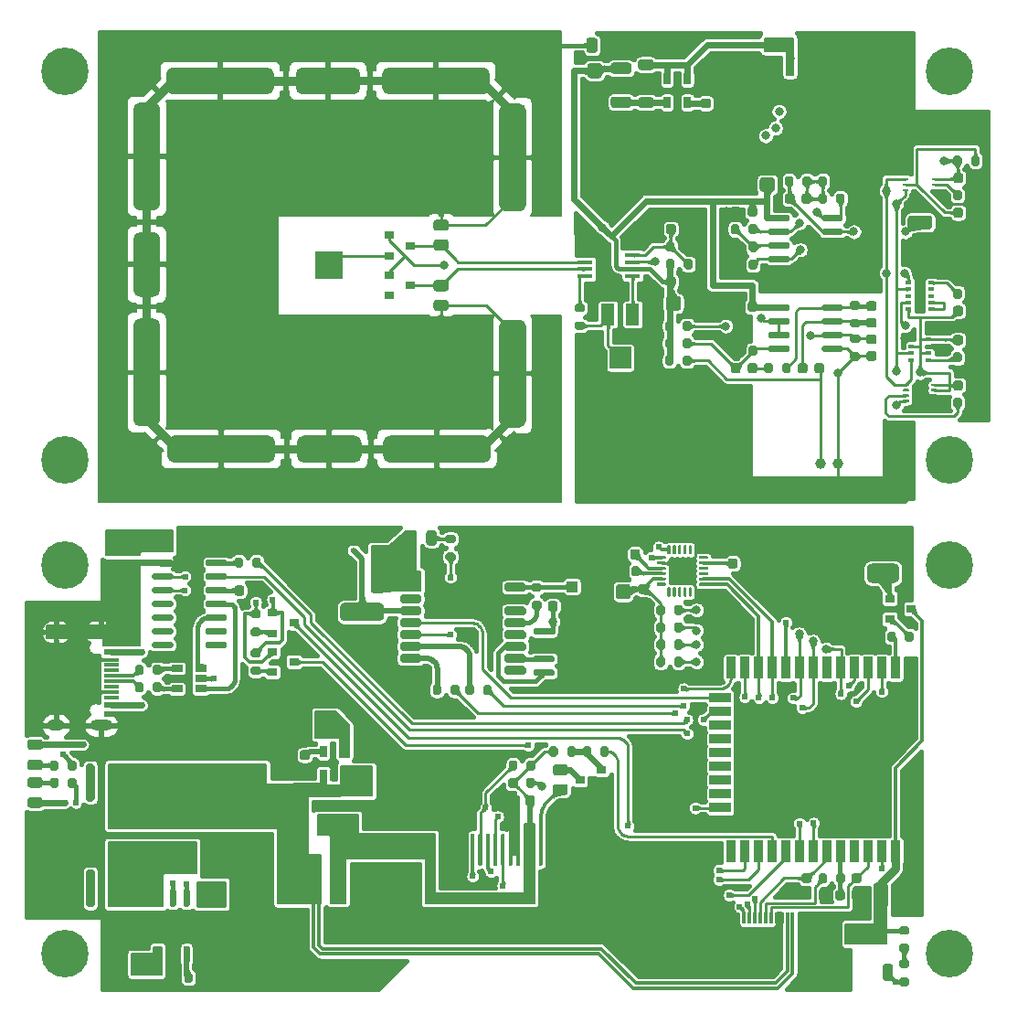
<source format=gbr>
%TF.GenerationSoftware,KiCad,Pcbnew,(5.1.8)-1*%
%TF.CreationDate,2021-08-31T22:24:42+08:00*%
%TF.ProjectId,End_World_Kit_V3.0,456e645f-576f-4726-9c64-5f4b69745f56,rev?*%
%TF.SameCoordinates,Original*%
%TF.FileFunction,Copper,L4,Bot*%
%TF.FilePolarity,Positive*%
%FSLAX46Y46*%
G04 Gerber Fmt 4.6, Leading zero omitted, Abs format (unit mm)*
G04 Created by KiCad (PCBNEW (5.1.8)-1) date 2021-08-31 22:24:42*
%MOMM*%
%LPD*%
G01*
G04 APERTURE LIST*
%TA.AperFunction,SMDPad,CuDef*%
%ADD10R,1.300000X2.000000*%
%TD*%
%TA.AperFunction,SMDPad,CuDef*%
%ADD11R,2.000000X2.000000*%
%TD*%
%TA.AperFunction,SMDPad,CuDef*%
%ADD12R,1.450000X0.450000*%
%TD*%
%TA.AperFunction,SMDPad,CuDef*%
%ADD13R,0.600000X0.400000*%
%TD*%
%TA.AperFunction,SMDPad,CuDef*%
%ADD14R,1.100000X2.200000*%
%TD*%
%TA.AperFunction,SMDPad,CuDef*%
%ADD15R,0.900000X0.300000*%
%TD*%
%TA.AperFunction,SMDPad,CuDef*%
%ADD16C,0.100000*%
%TD*%
%TA.AperFunction,SMDPad,CuDef*%
%ADD17R,2.500000X2.500000*%
%TD*%
%TA.AperFunction,ComponentPad*%
%ADD18C,1.000000*%
%TD*%
%TA.AperFunction,ComponentPad*%
%ADD19C,0.700000*%
%TD*%
%TA.AperFunction,ComponentPad*%
%ADD20C,4.400000*%
%TD*%
%TA.AperFunction,SMDPad,CuDef*%
%ADD21R,0.550000X0.250000*%
%TD*%
%TA.AperFunction,SMDPad,CuDef*%
%ADD22R,0.500000X0.350000*%
%TD*%
%TA.AperFunction,SMDPad,CuDef*%
%ADD23R,0.650000X1.060000*%
%TD*%
%TA.AperFunction,SMDPad,CuDef*%
%ADD24R,1.500000X2.000000*%
%TD*%
%TA.AperFunction,SMDPad,CuDef*%
%ADD25R,3.800000X2.000000*%
%TD*%
%TA.AperFunction,SMDPad,CuDef*%
%ADD26R,1.060000X0.650000*%
%TD*%
%TA.AperFunction,SMDPad,CuDef*%
%ADD27R,0.900000X2.000000*%
%TD*%
%TA.AperFunction,SMDPad,CuDef*%
%ADD28R,2.000000X0.900000*%
%TD*%
%TA.AperFunction,SMDPad,CuDef*%
%ADD29R,5.000000X5.000000*%
%TD*%
%TA.AperFunction,SMDPad,CuDef*%
%ADD30R,0.900000X0.800000*%
%TD*%
%TA.AperFunction,SMDPad,CuDef*%
%ADD31R,1.450000X0.600000*%
%TD*%
%TA.AperFunction,SMDPad,CuDef*%
%ADD32R,1.450000X0.300000*%
%TD*%
%TA.AperFunction,ComponentPad*%
%ADD33O,2.100000X1.000000*%
%TD*%
%TA.AperFunction,ComponentPad*%
%ADD34O,1.600000X1.000000*%
%TD*%
%TA.AperFunction,SMDPad,CuDef*%
%ADD35R,1.000000X1.000000*%
%TD*%
%TA.AperFunction,SMDPad,CuDef*%
%ADD36R,1.050000X2.200000*%
%TD*%
%TA.AperFunction,SMDPad,CuDef*%
%ADD37R,2.300000X3.100000*%
%TD*%
%TA.AperFunction,SMDPad,CuDef*%
%ADD38R,0.300000X1.100000*%
%TD*%
%TA.AperFunction,SMDPad,CuDef*%
%ADD39R,0.600000X0.450000*%
%TD*%
%TA.AperFunction,ViaPad*%
%ADD40C,0.603000*%
%TD*%
%TA.AperFunction,ViaPad*%
%ADD41C,0.800000*%
%TD*%
%TA.AperFunction,Conductor*%
%ADD42C,0.400000*%
%TD*%
%TA.AperFunction,Conductor*%
%ADD43C,0.300000*%
%TD*%
%TA.AperFunction,Conductor*%
%ADD44C,0.600000*%
%TD*%
%TA.AperFunction,Conductor*%
%ADD45C,0.500000*%
%TD*%
%TA.AperFunction,Conductor*%
%ADD46C,0.250000*%
%TD*%
%TA.AperFunction,Conductor*%
%ADD47C,0.800000*%
%TD*%
%TA.AperFunction,Conductor*%
%ADD48C,0.200000*%
%TD*%
%TA.AperFunction,Conductor*%
%ADD49C,0.100000*%
%TD*%
%TA.AperFunction,Conductor*%
%ADD50C,0.025400*%
%TD*%
%TA.AperFunction,Conductor*%
%ADD51C,0.254000*%
%TD*%
G04 APERTURE END LIST*
D10*
%TO.P,RV1,3*%
%TO.N,Net-(R41-Pad2)*%
X109075000Y-83545000D03*
D11*
%TO.P,RV1,2*%
X110225000Y-87545000D03*
D10*
%TO.P,RV1,1*%
%TO.N,Net-(RV1-Pad1)*%
X111375000Y-83545000D03*
%TD*%
%TO.P,R5,2*%
%TO.N,Net-(C42-Pad2)*%
%TA.AperFunction,SMDPad,CuDef*%
G36*
G01*
X115275000Y-76975000D02*
X115275000Y-77525000D01*
G75*
G02*
X115075000Y-77725000I-200000J0D01*
G01*
X114675000Y-77725000D01*
G75*
G02*
X114475000Y-77525000I0J200000D01*
G01*
X114475000Y-76975000D01*
G75*
G02*
X114675000Y-76775000I200000J0D01*
G01*
X115075000Y-76775000D01*
G75*
G02*
X115275000Y-76975000I0J-200000D01*
G01*
G37*
%TD.AperFunction*%
%TO.P,R5,1*%
%TO.N,GNDA*%
%TA.AperFunction,SMDPad,CuDef*%
G36*
G01*
X116925000Y-76975000D02*
X116925000Y-77525000D01*
G75*
G02*
X116725000Y-77725000I-200000J0D01*
G01*
X116325000Y-77725000D01*
G75*
G02*
X116125000Y-77525000I0J200000D01*
G01*
X116125000Y-76975000D01*
G75*
G02*
X116325000Y-76775000I200000J0D01*
G01*
X116725000Y-76775000D01*
G75*
G02*
X116925000Y-76975000I0J-200000D01*
G01*
G37*
%TD.AperFunction*%
%TD*%
%TO.P,R2,2*%
%TO.N,/VDDA*%
%TA.AperFunction,SMDPad,CuDef*%
G36*
G01*
X115275000Y-78600000D02*
X115275000Y-79150000D01*
G75*
G02*
X115075000Y-79350000I-200000J0D01*
G01*
X114675000Y-79350000D01*
G75*
G02*
X114475000Y-79150000I0J200000D01*
G01*
X114475000Y-78600000D01*
G75*
G02*
X114675000Y-78400000I200000J0D01*
G01*
X115075000Y-78400000D01*
G75*
G02*
X115275000Y-78600000I0J-200000D01*
G01*
G37*
%TD.AperFunction*%
%TO.P,R2,1*%
%TO.N,Net-(C42-Pad2)*%
%TA.AperFunction,SMDPad,CuDef*%
G36*
G01*
X116925000Y-78600000D02*
X116925000Y-79150000D01*
G75*
G02*
X116725000Y-79350000I-200000J0D01*
G01*
X116325000Y-79350000D01*
G75*
G02*
X116125000Y-79150000I0J200000D01*
G01*
X116125000Y-78600000D01*
G75*
G02*
X116325000Y-78400000I200000J0D01*
G01*
X116725000Y-78400000D01*
G75*
G02*
X116925000Y-78600000I0J-200000D01*
G01*
G37*
%TD.AperFunction*%
%TD*%
%TO.P,C42,2*%
%TO.N,Net-(C42-Pad2)*%
%TA.AperFunction,SMDPad,CuDef*%
G36*
G01*
X115375000Y-75375000D02*
X115375000Y-75875000D01*
G75*
G02*
X115150000Y-76100000I-225000J0D01*
G01*
X114700000Y-76100000D01*
G75*
G02*
X114475000Y-75875000I0J225000D01*
G01*
X114475000Y-75375000D01*
G75*
G02*
X114700000Y-75150000I225000J0D01*
G01*
X115150000Y-75150000D01*
G75*
G02*
X115375000Y-75375000I0J-225000D01*
G01*
G37*
%TD.AperFunction*%
%TO.P,C42,1*%
%TO.N,GNDA*%
%TA.AperFunction,SMDPad,CuDef*%
G36*
G01*
X116925000Y-75375000D02*
X116925000Y-75875000D01*
G75*
G02*
X116700000Y-76100000I-225000J0D01*
G01*
X116250000Y-76100000D01*
G75*
G02*
X116025000Y-75875000I0J225000D01*
G01*
X116025000Y-75375000D01*
G75*
G02*
X116250000Y-75150000I225000J0D01*
G01*
X116700000Y-75150000D01*
G75*
G02*
X116925000Y-75375000I0J-225000D01*
G01*
G37*
%TD.AperFunction*%
%TD*%
D12*
%TO.P,U16,8*%
%TO.N,Net-(RV1-Pad1)*%
X111375000Y-79970000D03*
%TO.P,U16,7*%
%TO.N,/VDDA*%
X111375000Y-79320000D03*
%TO.P,U16,6*%
%TO.N,/RAD_V_B*%
X111375000Y-78670000D03*
%TO.P,U16,5*%
%TO.N,Net-(C42-Pad2)*%
X111375000Y-78020000D03*
%TO.P,U16,4*%
%TO.N,GNDA*%
X106975000Y-78020000D03*
%TO.P,U16,3*%
%TO.N,V_Rad*%
X106975000Y-78670000D03*
%TO.P,U16,2*%
%TO.N,V_Comp*%
X106975000Y-79320000D03*
%TO.P,U16,1*%
%TO.N,Net-(R41-Pad1)*%
X106975000Y-79970000D03*
%TD*%
%TO.P,C19,2*%
%TO.N,GND*%
%TA.AperFunction,SMDPad,CuDef*%
G36*
G01*
X76875000Y-135799999D02*
X76875000Y-137650001D01*
G75*
G02*
X76625001Y-137900000I-249999J0D01*
G01*
X75799999Y-137900000D01*
G75*
G02*
X75550000Y-137650001I0J249999D01*
G01*
X75550000Y-135799999D01*
G75*
G02*
X75799999Y-135550000I249999J0D01*
G01*
X76625001Y-135550000D01*
G75*
G02*
X76875000Y-135799999I0J-249999D01*
G01*
G37*
%TD.AperFunction*%
%TO.P,C19,1*%
%TO.N,VBAT*%
%TA.AperFunction,SMDPad,CuDef*%
G36*
G01*
X79950000Y-135799999D02*
X79950000Y-137650001D01*
G75*
G02*
X79700001Y-137900000I-249999J0D01*
G01*
X78874999Y-137900000D01*
G75*
G02*
X78625000Y-137650001I0J249999D01*
G01*
X78625000Y-135799999D01*
G75*
G02*
X78874999Y-135550000I249999J0D01*
G01*
X79700001Y-135550000D01*
G75*
G02*
X79950000Y-135799999I0J-249999D01*
G01*
G37*
%TD.AperFunction*%
%TD*%
D13*
%TO.P,U19,8*%
%TO.N,N/C*%
X136950000Y-81800000D03*
%TO.P,U19,4*%
%TO.N,Net-(U19-Pad4)*%
X139050000Y-82400000D03*
%TO.P,U19,3*%
%TO.N,N/C*%
X139050000Y-81800000D03*
%TO.P,U19,2*%
X139050000Y-81200000D03*
%TO.P,U19,1*%
%TO.N,Net-(R44-Pad1)*%
X139050000Y-80600000D03*
%TO.P,U19,5*%
%TO.N,Net-(U19-Pad4)*%
X139050000Y-83000000D03*
%TO.P,U19,9*%
%TO.N,/I2C_SDA*%
X136950000Y-81200000D03*
%TO.P,U19,10*%
%TO.N,/I2C_SCL*%
X136950000Y-80600000D03*
%TO.P,U19,7*%
%TO.N,/CCS811_WAKE*%
X136950000Y-82400000D03*
%TO.P,U19,6*%
%TO.N,/VDDA*%
X136950000Y-83000000D03*
D14*
%TO.P,U19,11*%
%TO.N,GNDA*%
X138000000Y-81950000D03*
D15*
X137900000Y-80700000D03*
%TA.AperFunction,SMDPad,CuDef*%
D16*
G36*
X138350000Y-80550000D02*
G01*
X138550000Y-80850000D01*
X137550000Y-80850000D01*
X137750000Y-80550000D01*
X138350000Y-80550000D01*
G37*
%TD.AperFunction*%
%TD*%
%TO.P,R32,2*%
%TO.N,Net-(R26-Pad2)*%
%TA.AperFunction,SMDPad,CuDef*%
G36*
G01*
X94075001Y-75775000D02*
X93174999Y-75775000D01*
G75*
G02*
X92925000Y-75525001I0J249999D01*
G01*
X92925000Y-74999999D01*
G75*
G02*
X93174999Y-74750000I249999J0D01*
G01*
X94075001Y-74750000D01*
G75*
G02*
X94325000Y-74999999I0J-249999D01*
G01*
X94325000Y-75525001D01*
G75*
G02*
X94075001Y-75775000I-249999J0D01*
G01*
G37*
%TD.AperFunction*%
%TO.P,R32,1*%
%TO.N,V_Rad*%
%TA.AperFunction,SMDPad,CuDef*%
G36*
G01*
X94075001Y-77600000D02*
X93174999Y-77600000D01*
G75*
G02*
X92925000Y-77350001I0J249999D01*
G01*
X92925000Y-76824999D01*
G75*
G02*
X93174999Y-76575000I249999J0D01*
G01*
X94075001Y-76575000D01*
G75*
G02*
X94325000Y-76824999I0J-249999D01*
G01*
X94325000Y-77350001D01*
G75*
G02*
X94075001Y-77600000I-249999J0D01*
G01*
G37*
%TD.AperFunction*%
%TD*%
%TO.P,R26,2*%
%TO.N,Net-(R26-Pad2)*%
%TA.AperFunction,SMDPad,CuDef*%
G36*
G01*
X93174999Y-82175000D02*
X94075001Y-82175000D01*
G75*
G02*
X94325000Y-82424999I0J-249999D01*
G01*
X94325000Y-82950001D01*
G75*
G02*
X94075001Y-83200000I-249999J0D01*
G01*
X93174999Y-83200000D01*
G75*
G02*
X92925000Y-82950001I0J249999D01*
G01*
X92925000Y-82424999D01*
G75*
G02*
X93174999Y-82175000I249999J0D01*
G01*
G37*
%TD.AperFunction*%
%TO.P,R26,1*%
%TO.N,V_Comp*%
%TA.AperFunction,SMDPad,CuDef*%
G36*
G01*
X93174999Y-80350000D02*
X94075001Y-80350000D01*
G75*
G02*
X94325000Y-80599999I0J-249999D01*
G01*
X94325000Y-81125001D01*
G75*
G02*
X94075001Y-81375000I-249999J0D01*
G01*
X93174999Y-81375000D01*
G75*
G02*
X92925000Y-81125001I0J249999D01*
G01*
X92925000Y-80599999D01*
G75*
G02*
X93174999Y-80350000I249999J0D01*
G01*
G37*
%TD.AperFunction*%
%TD*%
%TO.P,R21,2*%
%TO.N,/LEDK*%
%TA.AperFunction,SMDPad,CuDef*%
G36*
G01*
X104224999Y-127012500D02*
X105125001Y-127012500D01*
G75*
G02*
X105375000Y-127262499I0J-249999D01*
G01*
X105375000Y-127787501D01*
G75*
G02*
X105125001Y-128037500I-249999J0D01*
G01*
X104224999Y-128037500D01*
G75*
G02*
X103975000Y-127787501I0J249999D01*
G01*
X103975000Y-127262499D01*
G75*
G02*
X104224999Y-127012500I249999J0D01*
G01*
G37*
%TD.AperFunction*%
%TO.P,R21,1*%
%TO.N,Net-(Q4-Pad3)*%
%TA.AperFunction,SMDPad,CuDef*%
G36*
G01*
X104224999Y-125187500D02*
X105125001Y-125187500D01*
G75*
G02*
X105375000Y-125437499I0J-249999D01*
G01*
X105375000Y-125962501D01*
G75*
G02*
X105125001Y-126212500I-249999J0D01*
G01*
X104224999Y-126212500D01*
G75*
G02*
X103975000Y-125962501I0J249999D01*
G01*
X103975000Y-125437499D01*
G75*
G02*
X104224999Y-125187500I249999J0D01*
G01*
G37*
%TD.AperFunction*%
%TD*%
%TO.P,U20,5*%
%TO.N,Net-(C7-Pad1)*%
%TA.AperFunction,SMDPad,CuDef*%
G36*
G01*
X63525000Y-135125000D02*
X63525000Y-138225000D01*
G75*
G02*
X63325000Y-138425000I-200000J0D01*
G01*
X62925000Y-138425000D01*
G75*
G02*
X62725000Y-138225000I0J200000D01*
G01*
X62725000Y-135125000D01*
G75*
G02*
X62925000Y-134925000I200000J0D01*
G01*
X63325000Y-134925000D01*
G75*
G02*
X63525000Y-135125000I0J-200000D01*
G01*
G37*
%TD.AperFunction*%
%TO.P,U20,4*%
%TO.N,N/C*%
%TA.AperFunction,SMDPad,CuDef*%
G36*
G01*
X61525000Y-135125000D02*
X61525000Y-138225000D01*
G75*
G02*
X61325000Y-138425000I-200000J0D01*
G01*
X60925000Y-138425000D01*
G75*
G02*
X60725000Y-138225000I0J200000D01*
G01*
X60725000Y-135125000D01*
G75*
G02*
X60925000Y-134925000I200000J0D01*
G01*
X61325000Y-134925000D01*
G75*
G02*
X61525000Y-135125000I0J-200000D01*
G01*
G37*
%TD.AperFunction*%
%TO.P,U20,1*%
%TA.AperFunction,SMDPad,CuDef*%
G36*
G01*
X61525000Y-125325000D02*
X61525000Y-128425000D01*
G75*
G02*
X61325000Y-128625000I-200000J0D01*
G01*
X60925000Y-128625000D01*
G75*
G02*
X60725000Y-128425000I0J200000D01*
G01*
X60725000Y-125325000D01*
G75*
G02*
X60925000Y-125125000I200000J0D01*
G01*
X61325000Y-125125000D01*
G75*
G02*
X61525000Y-125325000I0J-200000D01*
G01*
G37*
%TD.AperFunction*%
%TO.P,U20,2*%
%TO.N,VBAT*%
%TA.AperFunction,SMDPad,CuDef*%
G36*
G01*
X63525000Y-125325000D02*
X63525000Y-128425000D01*
G75*
G02*
X63325000Y-128625000I-200000J0D01*
G01*
X62925000Y-128625000D01*
G75*
G02*
X62725000Y-128425000I0J200000D01*
G01*
X62725000Y-125325000D01*
G75*
G02*
X62925000Y-125125000I200000J0D01*
G01*
X63325000Y-125125000D01*
G75*
G02*
X63525000Y-125325000I0J-200000D01*
G01*
G37*
%TD.AperFunction*%
%TO.P,U20,6*%
%TO.N,Net-(C7-Pad1)*%
%TA.AperFunction,SMDPad,CuDef*%
G36*
G01*
X64175000Y-132375000D02*
X67275000Y-132375000D01*
G75*
G02*
X67475000Y-132575000I0J-200000D01*
G01*
X67475000Y-132975000D01*
G75*
G02*
X67275000Y-133175000I-200000J0D01*
G01*
X64175000Y-133175000D01*
G75*
G02*
X63975000Y-132975000I0J200000D01*
G01*
X63975000Y-132575000D01*
G75*
G02*
X64175000Y-132375000I200000J0D01*
G01*
G37*
%TD.AperFunction*%
%TO.P,U20,3*%
%TO.N,VBAT*%
%TA.AperFunction,SMDPad,CuDef*%
G36*
G01*
X64175000Y-130375000D02*
X67275000Y-130375000D01*
G75*
G02*
X67475000Y-130575000I0J-200000D01*
G01*
X67475000Y-130975000D01*
G75*
G02*
X67275000Y-131175000I-200000J0D01*
G01*
X64175000Y-131175000D01*
G75*
G02*
X63975000Y-130975000I0J200000D01*
G01*
X63975000Y-130575000D01*
G75*
G02*
X64175000Y-130375000I200000J0D01*
G01*
G37*
%TD.AperFunction*%
%TD*%
D17*
%TO.P,TP3,1*%
%TO.N,GND*%
X73375000Y-134000000D03*
%TD*%
%TO.P,TP2,1*%
%TO.N,Net-(C7-Pad1)*%
X69700000Y-134000000D03*
%TD*%
%TO.P,R50,2*%
%TO.N,Net-(R26-Pad2)*%
%TA.AperFunction,SMDPad,CuDef*%
G36*
G01*
X108112500Y-58149999D02*
X108112500Y-59050001D01*
G75*
G02*
X107862501Y-59300000I-249999J0D01*
G01*
X107337499Y-59300000D01*
G75*
G02*
X107087500Y-59050001I0J249999D01*
G01*
X107087500Y-58149999D01*
G75*
G02*
X107337499Y-57900000I249999J0D01*
G01*
X107862501Y-57900000D01*
G75*
G02*
X108112500Y-58149999I0J-249999D01*
G01*
G37*
%TD.AperFunction*%
%TO.P,R50,1*%
%TO.N,GNDA*%
%TA.AperFunction,SMDPad,CuDef*%
G36*
G01*
X109937500Y-58149999D02*
X109937500Y-59050001D01*
G75*
G02*
X109687501Y-59300000I-249999J0D01*
G01*
X109162499Y-59300000D01*
G75*
G02*
X108912500Y-59050001I0J249999D01*
G01*
X108912500Y-58149999D01*
G75*
G02*
X109162499Y-57900000I249999J0D01*
G01*
X109687501Y-57900000D01*
G75*
G02*
X109937500Y-58149999I0J-249999D01*
G01*
G37*
%TD.AperFunction*%
%TD*%
D18*
%TO.P,MK1,1*%
%TO.N,GNDA*%
X130400000Y-97300000D03*
%TO.P,MK1,2*%
%TO.N,Net-(C21-Pad1)*%
X128800000Y-97300000D03*
%TD*%
%TO.P,C30,2*%
%TO.N,Net-(C30-Pad2)*%
%TA.AperFunction,SMDPad,CuDef*%
G36*
G01*
X112125000Y-63400000D02*
X113075000Y-63400000D01*
G75*
G02*
X113325000Y-63650000I0J-250000D01*
G01*
X113325000Y-64150000D01*
G75*
G02*
X113075000Y-64400000I-250000J0D01*
G01*
X112125000Y-64400000D01*
G75*
G02*
X111875000Y-64150000I0J250000D01*
G01*
X111875000Y-63650000D01*
G75*
G02*
X112125000Y-63400000I250000J0D01*
G01*
G37*
%TD.AperFunction*%
%TO.P,C30,1*%
%TO.N,GNDA*%
%TA.AperFunction,SMDPad,CuDef*%
G36*
G01*
X112125000Y-61500000D02*
X113075000Y-61500000D01*
G75*
G02*
X113325000Y-61750000I0J-250000D01*
G01*
X113325000Y-62250000D01*
G75*
G02*
X113075000Y-62500000I-250000J0D01*
G01*
X112125000Y-62500000D01*
G75*
G02*
X111875000Y-62250000I0J250000D01*
G01*
X111875000Y-61750000D01*
G75*
G02*
X112125000Y-61500000I250000J0D01*
G01*
G37*
%TD.AperFunction*%
%TD*%
%TO.P,C28,2*%
%TO.N,VBAT_B*%
%TA.AperFunction,SMDPad,CuDef*%
G36*
G01*
X112125000Y-59900000D02*
X113075000Y-59900000D01*
G75*
G02*
X113325000Y-60150000I0J-250000D01*
G01*
X113325000Y-60650000D01*
G75*
G02*
X113075000Y-60900000I-250000J0D01*
G01*
X112125000Y-60900000D01*
G75*
G02*
X111875000Y-60650000I0J250000D01*
G01*
X111875000Y-60150000D01*
G75*
G02*
X112125000Y-59900000I250000J0D01*
G01*
G37*
%TD.AperFunction*%
%TO.P,C28,1*%
%TO.N,GNDA*%
%TA.AperFunction,SMDPad,CuDef*%
G36*
G01*
X112125000Y-58000000D02*
X113075000Y-58000000D01*
G75*
G02*
X113325000Y-58250000I0J-250000D01*
G01*
X113325000Y-58750000D01*
G75*
G02*
X113075000Y-59000000I-250000J0D01*
G01*
X112125000Y-59000000D01*
G75*
G02*
X111875000Y-58750000I0J250000D01*
G01*
X111875000Y-58250000D01*
G75*
G02*
X112125000Y-58000000I250000J0D01*
G01*
G37*
%TD.AperFunction*%
%TD*%
%TO.P,C14,2*%
%TO.N,GND*%
%TA.AperFunction,SMDPad,CuDef*%
G36*
G01*
X86075000Y-122550000D02*
X86075000Y-121600000D01*
G75*
G02*
X86325000Y-121350000I250000J0D01*
G01*
X86825000Y-121350000D01*
G75*
G02*
X87075000Y-121600000I0J-250000D01*
G01*
X87075000Y-122550000D01*
G75*
G02*
X86825000Y-122800000I-250000J0D01*
G01*
X86325000Y-122800000D01*
G75*
G02*
X86075000Y-122550000I0J250000D01*
G01*
G37*
%TD.AperFunction*%
%TO.P,C14,1*%
%TO.N,/VDDA_GPS*%
%TA.AperFunction,SMDPad,CuDef*%
G36*
G01*
X84175000Y-122550000D02*
X84175000Y-121600000D01*
G75*
G02*
X84425000Y-121350000I250000J0D01*
G01*
X84925000Y-121350000D01*
G75*
G02*
X85175000Y-121600000I0J-250000D01*
G01*
X85175000Y-122550000D01*
G75*
G02*
X84925000Y-122800000I-250000J0D01*
G01*
X84425000Y-122800000D01*
G75*
G02*
X84175000Y-122550000I0J250000D01*
G01*
G37*
%TD.AperFunction*%
%TD*%
%TO.P,C9,2*%
%TO.N,GND*%
%TA.AperFunction,SMDPad,CuDef*%
G36*
G01*
X87050000Y-124425000D02*
X86100000Y-124425000D01*
G75*
G02*
X85850000Y-124175000I0J250000D01*
G01*
X85850000Y-123675000D01*
G75*
G02*
X86100000Y-123425000I250000J0D01*
G01*
X87050000Y-123425000D01*
G75*
G02*
X87300000Y-123675000I0J-250000D01*
G01*
X87300000Y-124175000D01*
G75*
G02*
X87050000Y-124425000I-250000J0D01*
G01*
G37*
%TD.AperFunction*%
%TO.P,C9,1*%
%TO.N,VBAT*%
%TA.AperFunction,SMDPad,CuDef*%
G36*
G01*
X87050000Y-126325000D02*
X86100000Y-126325000D01*
G75*
G02*
X85850000Y-126075000I0J250000D01*
G01*
X85850000Y-125575000D01*
G75*
G02*
X86100000Y-125325000I250000J0D01*
G01*
X87050000Y-125325000D01*
G75*
G02*
X87300000Y-125575000I0J-250000D01*
G01*
X87300000Y-126075000D01*
G75*
G02*
X87050000Y-126325000I-250000J0D01*
G01*
G37*
%TD.AperFunction*%
%TD*%
D19*
%TO.P,H8,1*%
%TO.N,N/C*%
X141916726Y-95833274D03*
X140750000Y-95350000D03*
X139583274Y-95833274D03*
X139100000Y-97000000D03*
X139583274Y-98166726D03*
X140750000Y-98650000D03*
X141916726Y-98166726D03*
X142400000Y-97000000D03*
D20*
X140750000Y-97000000D03*
%TD*%
D19*
%TO.P,H7,1*%
%TO.N,N/C*%
X141916726Y-59833274D03*
X140750000Y-59350000D03*
X139583274Y-59833274D03*
X139100000Y-61000000D03*
X139583274Y-62166726D03*
X140750000Y-62650000D03*
X141916726Y-62166726D03*
X142400000Y-61000000D03*
D20*
X140750000Y-61000000D03*
%TD*%
D19*
%TO.P,H6,1*%
%TO.N,N/C*%
X59916726Y-95833274D03*
X58750000Y-95350000D03*
X57583274Y-95833274D03*
X57100000Y-97000000D03*
X57583274Y-98166726D03*
X58750000Y-98650000D03*
X59916726Y-98166726D03*
X60400000Y-97000000D03*
D20*
X58750000Y-97000000D03*
%TD*%
D19*
%TO.P,H5,1*%
%TO.N,N/C*%
X59916726Y-59833274D03*
X58750000Y-59350000D03*
X57583274Y-59833274D03*
X57100000Y-61000000D03*
X57583274Y-62166726D03*
X58750000Y-62650000D03*
X59916726Y-62166726D03*
X60400000Y-61000000D03*
D20*
X58750000Y-61000000D03*
%TD*%
D19*
%TO.P,H4,1*%
%TO.N,N/C*%
X141916726Y-141583274D03*
X140750000Y-141100000D03*
X139583274Y-141583274D03*
X139100000Y-142750000D03*
X139583274Y-143916726D03*
X140750000Y-144400000D03*
X141916726Y-143916726D03*
X142400000Y-142750000D03*
D20*
X140750000Y-142750000D03*
%TD*%
D19*
%TO.P,H3,1*%
%TO.N,N/C*%
X141916726Y-105583274D03*
X140750000Y-105100000D03*
X139583274Y-105583274D03*
X139100000Y-106750000D03*
X139583274Y-107916726D03*
X140750000Y-108400000D03*
X141916726Y-107916726D03*
X142400000Y-106750000D03*
D20*
X140750000Y-106750000D03*
%TD*%
D19*
%TO.P,H2,1*%
%TO.N,N/C*%
X59916726Y-141583274D03*
X58750000Y-141100000D03*
X57583274Y-141583274D03*
X57100000Y-142750000D03*
X57583274Y-143916726D03*
X58750000Y-144400000D03*
X59916726Y-143916726D03*
X60400000Y-142750000D03*
D20*
X58750000Y-142750000D03*
%TD*%
D19*
%TO.P,H1,1*%
%TO.N,N/C*%
X59916726Y-105583274D03*
X58750000Y-105100000D03*
X57583274Y-105583274D03*
X57100000Y-106750000D03*
X57583274Y-107916726D03*
X58750000Y-108400000D03*
X59916726Y-107916726D03*
X60400000Y-106750000D03*
D20*
X58750000Y-106750000D03*
%TD*%
D21*
%TO.P,U18,1*%
%TO.N,/VDDA*%
X139375000Y-71000000D03*
%TO.P,U18,2*%
%TO.N,Net-(R42-Pad2)*%
X139375000Y-71500000D03*
%TO.P,U18,3*%
%TO.N,GNDA*%
X139375000Y-72000000D03*
%TO.P,U18,4*%
%TO.N,/I2C_SDA*%
X136625000Y-72000000D03*
%TO.P,U18,5*%
%TO.N,Net-(C41-Pad2)*%
X136625000Y-71500000D03*
%TO.P,U18,6*%
%TO.N,/I2C_SCL*%
X136625000Y-71000000D03*
%TD*%
%TO.P,U17,9*%
%TO.N,GNDA*%
%TA.AperFunction,SMDPad,CuDef*%
G36*
G01*
X137500000Y-91350000D02*
X137500000Y-90250000D01*
G75*
G02*
X137750000Y-90000000I250000J0D01*
G01*
X138250000Y-90000000D01*
G75*
G02*
X138500000Y-90250000I0J-250000D01*
G01*
X138500000Y-91350000D01*
G75*
G02*
X138250000Y-91600000I-250000J0D01*
G01*
X137750000Y-91600000D01*
G75*
G02*
X137500000Y-91350000I0J250000D01*
G01*
G37*
%TD.AperFunction*%
%TO.P,U17,8*%
%TA.AperFunction,SMDPad,CuDef*%
G36*
G01*
X139000000Y-91612500D02*
X139000000Y-91487500D01*
G75*
G02*
X139062500Y-91425000I62500J0D01*
G01*
X139537500Y-91425000D01*
G75*
G02*
X139600000Y-91487500I0J-62500D01*
G01*
X139600000Y-91612500D01*
G75*
G02*
X139537500Y-91675000I-62500J0D01*
G01*
X139062500Y-91675000D01*
G75*
G02*
X139000000Y-91612500I0J62500D01*
G01*
G37*
%TD.AperFunction*%
%TO.P,U17,7*%
%TA.AperFunction,SMDPad,CuDef*%
G36*
G01*
X139000000Y-91112500D02*
X139000000Y-90987500D01*
G75*
G02*
X139062500Y-90925000I62500J0D01*
G01*
X139537500Y-90925000D01*
G75*
G02*
X139600000Y-90987500I0J-62500D01*
G01*
X139600000Y-91112500D01*
G75*
G02*
X139537500Y-91175000I-62500J0D01*
G01*
X139062500Y-91175000D01*
G75*
G02*
X139000000Y-91112500I0J62500D01*
G01*
G37*
%TD.AperFunction*%
%TO.P,U17,6*%
%TO.N,/VDDA*%
%TA.AperFunction,SMDPad,CuDef*%
G36*
G01*
X139000000Y-90612500D02*
X139000000Y-90487500D01*
G75*
G02*
X139062500Y-90425000I62500J0D01*
G01*
X139537500Y-90425000D01*
G75*
G02*
X139600000Y-90487500I0J-62500D01*
G01*
X139600000Y-90612500D01*
G75*
G02*
X139537500Y-90675000I-62500J0D01*
G01*
X139062500Y-90675000D01*
G75*
G02*
X139000000Y-90612500I0J62500D01*
G01*
G37*
%TD.AperFunction*%
%TO.P,U17,5*%
%TA.AperFunction,SMDPad,CuDef*%
G36*
G01*
X139000000Y-90112500D02*
X139000000Y-89987500D01*
G75*
G02*
X139062500Y-89925000I62500J0D01*
G01*
X139537500Y-89925000D01*
G75*
G02*
X139600000Y-89987500I0J-62500D01*
G01*
X139600000Y-90112500D01*
G75*
G02*
X139537500Y-90175000I-62500J0D01*
G01*
X139062500Y-90175000D01*
G75*
G02*
X139000000Y-90112500I0J62500D01*
G01*
G37*
%TD.AperFunction*%
%TO.P,U17,4*%
%TO.N,/I2C_SCL*%
%TA.AperFunction,SMDPad,CuDef*%
G36*
G01*
X136400000Y-90112500D02*
X136400000Y-89987500D01*
G75*
G02*
X136462500Y-89925000I62500J0D01*
G01*
X136937500Y-89925000D01*
G75*
G02*
X137000000Y-89987500I0J-62500D01*
G01*
X137000000Y-90112500D01*
G75*
G02*
X136937500Y-90175000I-62500J0D01*
G01*
X136462500Y-90175000D01*
G75*
G02*
X136400000Y-90112500I0J62500D01*
G01*
G37*
%TD.AperFunction*%
%TO.P,U17,3*%
%TO.N,N/C*%
%TA.AperFunction,SMDPad,CuDef*%
G36*
G01*
X136400000Y-90612500D02*
X136400000Y-90487500D01*
G75*
G02*
X136462500Y-90425000I62500J0D01*
G01*
X136937500Y-90425000D01*
G75*
G02*
X137000000Y-90487500I0J-62500D01*
G01*
X137000000Y-90612500D01*
G75*
G02*
X136937500Y-90675000I-62500J0D01*
G01*
X136462500Y-90675000D01*
G75*
G02*
X136400000Y-90612500I0J62500D01*
G01*
G37*
%TD.AperFunction*%
%TO.P,U17,2*%
%TO.N,Net-(R43-Pad2)*%
%TA.AperFunction,SMDPad,CuDef*%
G36*
G01*
X136400000Y-91112500D02*
X136400000Y-90987500D01*
G75*
G02*
X136462500Y-90925000I62500J0D01*
G01*
X136937500Y-90925000D01*
G75*
G02*
X137000000Y-90987500I0J-62500D01*
G01*
X137000000Y-91112500D01*
G75*
G02*
X136937500Y-91175000I-62500J0D01*
G01*
X136462500Y-91175000D01*
G75*
G02*
X136400000Y-91112500I0J62500D01*
G01*
G37*
%TD.AperFunction*%
%TO.P,U17,1*%
%TO.N,/I2C_SDA*%
%TA.AperFunction,SMDPad,CuDef*%
G36*
G01*
X136400000Y-91612500D02*
X136400000Y-91487500D01*
G75*
G02*
X136462500Y-91425000I62500J0D01*
G01*
X136937500Y-91425000D01*
G75*
G02*
X137000000Y-91487500I0J-62500D01*
G01*
X137000000Y-91612500D01*
G75*
G02*
X136937500Y-91675000I-62500J0D01*
G01*
X136462500Y-91675000D01*
G75*
G02*
X136400000Y-91612500I0J62500D01*
G01*
G37*
%TD.AperFunction*%
%TD*%
D22*
%TO.P,U15,8*%
%TO.N,/VDDA*%
X138800000Y-85825000D03*
%TO.P,U15,2*%
X137200000Y-86475000D03*
%TO.P,U15,3*%
%TO.N,/I2C_SDA*%
X137200000Y-87125000D03*
%TO.P,U15,4*%
%TO.N,/I2C_SCL*%
X137200000Y-87775000D03*
%TO.P,U15,7*%
%TO.N,GNDA*%
X138800000Y-86475000D03*
%TO.P,U15,6*%
%TO.N,/VDDA*%
X138800000Y-87125000D03*
%TO.P,U15,5*%
%TO.N,Net-(R38-Pad1)*%
X138800000Y-87775000D03*
%TO.P,U15,1*%
%TO.N,GNDA*%
X137200000Y-85825000D03*
%TD*%
D23*
%TO.P,U14,5*%
%TO.N,Net-(C30-Pad2)*%
X114550000Y-63900000D03*
%TO.P,U14,4*%
%TO.N,Net-(C33-Pad1)*%
X116450000Y-63900000D03*
%TO.P,U14,3*%
%TO.N,VBAT_B*%
X116450000Y-61700000D03*
%TO.P,U14,2*%
%TO.N,GNDA*%
X115500000Y-61700000D03*
%TO.P,U14,1*%
%TO.N,VBAT_B*%
X114550000Y-61700000D03*
%TD*%
%TO.P,U13,8*%
%TO.N,/VDDA*%
%TA.AperFunction,SMDPad,CuDef*%
G36*
G01*
X125900000Y-74445000D02*
X125900000Y-74745000D01*
G75*
G02*
X125750000Y-74895000I-150000J0D01*
G01*
X124100000Y-74895000D01*
G75*
G02*
X123950000Y-74745000I0J150000D01*
G01*
X123950000Y-74445000D01*
G75*
G02*
X124100000Y-74295000I150000J0D01*
G01*
X125750000Y-74295000D01*
G75*
G02*
X125900000Y-74445000I0J-150000D01*
G01*
G37*
%TD.AperFunction*%
%TO.P,U13,7*%
%TO.N,/UV_OUT_B*%
%TA.AperFunction,SMDPad,CuDef*%
G36*
G01*
X125900000Y-75715000D02*
X125900000Y-76015000D01*
G75*
G02*
X125750000Y-76165000I-150000J0D01*
G01*
X124100000Y-76165000D01*
G75*
G02*
X123950000Y-76015000I0J150000D01*
G01*
X123950000Y-75715000D01*
G75*
G02*
X124100000Y-75565000I150000J0D01*
G01*
X125750000Y-75565000D01*
G75*
G02*
X125900000Y-75715000I0J-150000D01*
G01*
G37*
%TD.AperFunction*%
%TO.P,U13,6*%
%TO.N,Net-(R46-Pad2)*%
%TA.AperFunction,SMDPad,CuDef*%
G36*
G01*
X125900000Y-76985000D02*
X125900000Y-77285000D01*
G75*
G02*
X125750000Y-77435000I-150000J0D01*
G01*
X124100000Y-77435000D01*
G75*
G02*
X123950000Y-77285000I0J150000D01*
G01*
X123950000Y-76985000D01*
G75*
G02*
X124100000Y-76835000I150000J0D01*
G01*
X125750000Y-76835000D01*
G75*
G02*
X125900000Y-76985000I0J-150000D01*
G01*
G37*
%TD.AperFunction*%
%TO.P,U13,5*%
%TO.N,Net-(R45-Pad1)*%
%TA.AperFunction,SMDPad,CuDef*%
G36*
G01*
X125900000Y-78255000D02*
X125900000Y-78555000D01*
G75*
G02*
X125750000Y-78705000I-150000J0D01*
G01*
X124100000Y-78705000D01*
G75*
G02*
X123950000Y-78555000I0J150000D01*
G01*
X123950000Y-78255000D01*
G75*
G02*
X124100000Y-78105000I150000J0D01*
G01*
X125750000Y-78105000D01*
G75*
G02*
X125900000Y-78255000I0J-150000D01*
G01*
G37*
%TD.AperFunction*%
%TO.P,U13,4*%
%TO.N,GNDA*%
%TA.AperFunction,SMDPad,CuDef*%
G36*
G01*
X130850000Y-78255000D02*
X130850000Y-78555000D01*
G75*
G02*
X130700000Y-78705000I-150000J0D01*
G01*
X129050000Y-78705000D01*
G75*
G02*
X128900000Y-78555000I0J150000D01*
G01*
X128900000Y-78255000D01*
G75*
G02*
X129050000Y-78105000I150000J0D01*
G01*
X130700000Y-78105000D01*
G75*
G02*
X130850000Y-78255000I0J-150000D01*
G01*
G37*
%TD.AperFunction*%
%TO.P,U13,3*%
%TA.AperFunction,SMDPad,CuDef*%
G36*
G01*
X130850000Y-76985000D02*
X130850000Y-77285000D01*
G75*
G02*
X130700000Y-77435000I-150000J0D01*
G01*
X129050000Y-77435000D01*
G75*
G02*
X128900000Y-77285000I0J150000D01*
G01*
X128900000Y-76985000D01*
G75*
G02*
X129050000Y-76835000I150000J0D01*
G01*
X130700000Y-76835000D01*
G75*
G02*
X130850000Y-76985000I0J-150000D01*
G01*
G37*
%TD.AperFunction*%
%TO.P,U13,2*%
%TO.N,Net-(C34-Pad1)*%
%TA.AperFunction,SMDPad,CuDef*%
G36*
G01*
X130850000Y-75715000D02*
X130850000Y-76015000D01*
G75*
G02*
X130700000Y-76165000I-150000J0D01*
G01*
X129050000Y-76165000D01*
G75*
G02*
X128900000Y-76015000I0J150000D01*
G01*
X128900000Y-75715000D01*
G75*
G02*
X129050000Y-75565000I150000J0D01*
G01*
X130700000Y-75565000D01*
G75*
G02*
X130850000Y-75715000I0J-150000D01*
G01*
G37*
%TD.AperFunction*%
%TO.P,U13,1*%
%TO.N,Net-(R45-Pad1)*%
%TA.AperFunction,SMDPad,CuDef*%
G36*
G01*
X130850000Y-74445000D02*
X130850000Y-74745000D01*
G75*
G02*
X130700000Y-74895000I-150000J0D01*
G01*
X129050000Y-74895000D01*
G75*
G02*
X128900000Y-74745000I0J150000D01*
G01*
X128900000Y-74445000D01*
G75*
G02*
X129050000Y-74295000I150000J0D01*
G01*
X130700000Y-74295000D01*
G75*
G02*
X130850000Y-74445000I0J-150000D01*
G01*
G37*
%TD.AperFunction*%
%TD*%
%TO.P,U12,8*%
%TO.N,/VDDA*%
%TA.AperFunction,SMDPad,CuDef*%
G36*
G01*
X125900000Y-82745000D02*
X125900000Y-83045000D01*
G75*
G02*
X125750000Y-83195000I-150000J0D01*
G01*
X124100000Y-83195000D01*
G75*
G02*
X123950000Y-83045000I0J150000D01*
G01*
X123950000Y-82745000D01*
G75*
G02*
X124100000Y-82595000I150000J0D01*
G01*
X125750000Y-82595000D01*
G75*
G02*
X125900000Y-82745000I0J-150000D01*
G01*
G37*
%TD.AperFunction*%
%TO.P,U12,7*%
%TO.N,/MIC_OUT*%
%TA.AperFunction,SMDPad,CuDef*%
G36*
G01*
X125900000Y-84015000D02*
X125900000Y-84315000D01*
G75*
G02*
X125750000Y-84465000I-150000J0D01*
G01*
X124100000Y-84465000D01*
G75*
G02*
X123950000Y-84315000I0J150000D01*
G01*
X123950000Y-84015000D01*
G75*
G02*
X124100000Y-83865000I150000J0D01*
G01*
X125750000Y-83865000D01*
G75*
G02*
X125900000Y-84015000I0J-150000D01*
G01*
G37*
%TD.AperFunction*%
%TO.P,U12,6*%
%TA.AperFunction,SMDPad,CuDef*%
G36*
G01*
X125900000Y-85285000D02*
X125900000Y-85585000D01*
G75*
G02*
X125750000Y-85735000I-150000J0D01*
G01*
X124100000Y-85735000D01*
G75*
G02*
X123950000Y-85585000I0J150000D01*
G01*
X123950000Y-85285000D01*
G75*
G02*
X124100000Y-85135000I150000J0D01*
G01*
X125750000Y-85135000D01*
G75*
G02*
X125900000Y-85285000I0J-150000D01*
G01*
G37*
%TD.AperFunction*%
%TO.P,U12,5*%
%TO.N,Net-(C27-Pad2)*%
%TA.AperFunction,SMDPad,CuDef*%
G36*
G01*
X125900000Y-86555000D02*
X125900000Y-86855000D01*
G75*
G02*
X125750000Y-87005000I-150000J0D01*
G01*
X124100000Y-87005000D01*
G75*
G02*
X123950000Y-86855000I0J150000D01*
G01*
X123950000Y-86555000D01*
G75*
G02*
X124100000Y-86405000I150000J0D01*
G01*
X125750000Y-86405000D01*
G75*
G02*
X125900000Y-86555000I0J-150000D01*
G01*
G37*
%TD.AperFunction*%
%TO.P,U12,4*%
%TO.N,GNDA*%
%TA.AperFunction,SMDPad,CuDef*%
G36*
G01*
X130850000Y-86555000D02*
X130850000Y-86855000D01*
G75*
G02*
X130700000Y-87005000I-150000J0D01*
G01*
X129050000Y-87005000D01*
G75*
G02*
X128900000Y-86855000I0J150000D01*
G01*
X128900000Y-86555000D01*
G75*
G02*
X129050000Y-86405000I150000J0D01*
G01*
X130700000Y-86405000D01*
G75*
G02*
X130850000Y-86555000I0J-150000D01*
G01*
G37*
%TD.AperFunction*%
%TO.P,U12,3*%
%TO.N,Net-(C23-Pad2)*%
%TA.AperFunction,SMDPad,CuDef*%
G36*
G01*
X130850000Y-85285000D02*
X130850000Y-85585000D01*
G75*
G02*
X130700000Y-85735000I-150000J0D01*
G01*
X129050000Y-85735000D01*
G75*
G02*
X128900000Y-85585000I0J150000D01*
G01*
X128900000Y-85285000D01*
G75*
G02*
X129050000Y-85135000I150000J0D01*
G01*
X130700000Y-85135000D01*
G75*
G02*
X130850000Y-85285000I0J-150000D01*
G01*
G37*
%TD.AperFunction*%
%TO.P,U12,2*%
%TO.N,Net-(C21-Pad2)*%
%TA.AperFunction,SMDPad,CuDef*%
G36*
G01*
X130850000Y-84015000D02*
X130850000Y-84315000D01*
G75*
G02*
X130700000Y-84465000I-150000J0D01*
G01*
X129050000Y-84465000D01*
G75*
G02*
X128900000Y-84315000I0J150000D01*
G01*
X128900000Y-84015000D01*
G75*
G02*
X129050000Y-83865000I150000J0D01*
G01*
X130700000Y-83865000D01*
G75*
G02*
X130850000Y-84015000I0J-150000D01*
G01*
G37*
%TD.AperFunction*%
%TO.P,U12,1*%
%TO.N,Net-(C25-Pad2)*%
%TA.AperFunction,SMDPad,CuDef*%
G36*
G01*
X130850000Y-82745000D02*
X130850000Y-83045000D01*
G75*
G02*
X130700000Y-83195000I-150000J0D01*
G01*
X129050000Y-83195000D01*
G75*
G02*
X128900000Y-83045000I0J150000D01*
G01*
X128900000Y-82745000D01*
G75*
G02*
X129050000Y-82595000I150000J0D01*
G01*
X130700000Y-82595000D01*
G75*
G02*
X130850000Y-82745000I0J-150000D01*
G01*
G37*
%TD.AperFunction*%
%TD*%
%TO.P,U11,1*%
%TO.N,Net-(R26-Pad2)*%
%TA.AperFunction,SMDPad,CuDef*%
G36*
G01*
X96870101Y-96762741D02*
X96587259Y-96479899D01*
G75*
G02*
X96587259Y-96197057I141421J141421D01*
G01*
X100547057Y-92237259D01*
G75*
G02*
X100829899Y-92237259I141421J-141421D01*
G01*
X101112741Y-92520101D01*
G75*
G02*
X101112741Y-92802943I-141421J-141421D01*
G01*
X97152943Y-96762741D01*
G75*
G02*
X96870101Y-96762741I-141421J141421D01*
G01*
G37*
%TD.AperFunction*%
%TA.AperFunction,SMDPad,CuDef*%
G36*
G01*
X65487259Y-92620101D02*
X65770101Y-92337259D01*
G75*
G02*
X66052943Y-92337259I141421J-141421D01*
G01*
X70012741Y-96297057D01*
G75*
G02*
X70012741Y-96579899I-141421J-141421D01*
G01*
X69729899Y-96862741D01*
G75*
G02*
X69447057Y-96862741I-141421J141421D01*
G01*
X65487259Y-92902943D01*
G75*
G02*
X65487259Y-92620101I141421J141421D01*
G01*
G37*
%TD.AperFunction*%
%TA.AperFunction,SMDPad,CuDef*%
G36*
G01*
X96587259Y-61420101D02*
X96870101Y-61137259D01*
G75*
G02*
X97152943Y-61137259I141421J-141421D01*
G01*
X101112741Y-65097057D01*
G75*
G02*
X101112741Y-65379899I-141421J-141421D01*
G01*
X100829899Y-65662741D01*
G75*
G02*
X100547057Y-65662741I-141421J141421D01*
G01*
X96587259Y-61702943D01*
G75*
G02*
X96587259Y-61420101I141421J141421D01*
G01*
G37*
%TD.AperFunction*%
%TA.AperFunction,SMDPad,CuDef*%
G36*
G01*
X65670101Y-65362741D02*
X65387259Y-65079899D01*
G75*
G02*
X65387259Y-64797057I141421J141421D01*
G01*
X69347057Y-60837259D01*
G75*
G02*
X69629899Y-60837259I141421J-141421D01*
G01*
X69912741Y-61120101D01*
G75*
G02*
X69912741Y-61402943I-141421J-141421D01*
G01*
X65952943Y-65362741D01*
G75*
G02*
X65670101Y-65362741I-141421J141421D01*
G01*
G37*
%TD.AperFunction*%
%TA.AperFunction,SMDPad,CuDef*%
G36*
G01*
X88150000Y-62525000D02*
X88150000Y-61275000D01*
G75*
G02*
X88775000Y-60650000I625000J0D01*
G01*
X97525000Y-60650000D01*
G75*
G02*
X98150000Y-61275000I0J-625000D01*
G01*
X98150000Y-62525000D01*
G75*
G02*
X97525000Y-63150000I-625000J0D01*
G01*
X88775000Y-63150000D01*
G75*
G02*
X88150000Y-62525000I0J625000D01*
G01*
G37*
%TD.AperFunction*%
%TA.AperFunction,SMDPad,CuDef*%
G36*
G01*
X68150000Y-62525000D02*
X68150000Y-61275000D01*
G75*
G02*
X68775000Y-60650000I625000J0D01*
G01*
X77525000Y-60650000D01*
G75*
G02*
X78150000Y-61275000I0J-625000D01*
G01*
X78150000Y-62525000D01*
G75*
G02*
X77525000Y-63150000I-625000J0D01*
G01*
X68775000Y-63150000D01*
G75*
G02*
X68150000Y-62525000I0J625000D01*
G01*
G37*
%TD.AperFunction*%
%TA.AperFunction,SMDPad,CuDef*%
G36*
G01*
X80150000Y-62525000D02*
X80150000Y-61275000D01*
G75*
G02*
X80775000Y-60650000I625000J0D01*
G01*
X85525000Y-60650000D01*
G75*
G02*
X86150000Y-61275000I0J-625000D01*
G01*
X86150000Y-62525000D01*
G75*
G02*
X85525000Y-63150000I-625000J0D01*
G01*
X80775000Y-63150000D01*
G75*
G02*
X80150000Y-62525000I0J625000D01*
G01*
G37*
%TD.AperFunction*%
%TA.AperFunction,SMDPad,CuDef*%
G36*
G01*
X76250000Y-62100000D02*
X76250000Y-61700000D01*
G75*
G02*
X76450000Y-61500000I200000J0D01*
G01*
X82050000Y-61500000D01*
G75*
G02*
X82250000Y-61700000I0J-200000D01*
G01*
X82250000Y-62100000D01*
G75*
G02*
X82050000Y-62300000I-200000J0D01*
G01*
X76450000Y-62300000D01*
G75*
G02*
X76250000Y-62100000I0J200000D01*
G01*
G37*
%TD.AperFunction*%
%TA.AperFunction,SMDPad,CuDef*%
G36*
G01*
X84050000Y-62100000D02*
X84050000Y-61700000D01*
G75*
G02*
X84250000Y-61500000I200000J0D01*
G01*
X89850000Y-61500000D01*
G75*
G02*
X90050000Y-61700000I0J-200000D01*
G01*
X90050000Y-62100000D01*
G75*
G02*
X89850000Y-62300000I-200000J0D01*
G01*
X84250000Y-62300000D01*
G75*
G02*
X84050000Y-62100000I0J200000D01*
G01*
G37*
%TD.AperFunction*%
%TA.AperFunction,SMDPad,CuDef*%
G36*
G01*
X65725000Y-83900000D02*
X66975000Y-83900000D01*
G75*
G02*
X67600000Y-84525000I0J-625000D01*
G01*
X67600000Y-93275000D01*
G75*
G02*
X66975000Y-93900000I-625000J0D01*
G01*
X65725000Y-93900000D01*
G75*
G02*
X65100000Y-93275000I0J625000D01*
G01*
X65100000Y-84525000D01*
G75*
G02*
X65725000Y-83900000I625000J0D01*
G01*
G37*
%TD.AperFunction*%
%TA.AperFunction,SMDPad,CuDef*%
G36*
G01*
X65725000Y-63900000D02*
X66975000Y-63900000D01*
G75*
G02*
X67600000Y-64525000I0J-625000D01*
G01*
X67600000Y-73275000D01*
G75*
G02*
X66975000Y-73900000I-625000J0D01*
G01*
X65725000Y-73900000D01*
G75*
G02*
X65100000Y-73275000I0J625000D01*
G01*
X65100000Y-64525000D01*
G75*
G02*
X65725000Y-63900000I625000J0D01*
G01*
G37*
%TD.AperFunction*%
%TA.AperFunction,SMDPad,CuDef*%
G36*
G01*
X65725000Y-75900000D02*
X66975000Y-75900000D01*
G75*
G02*
X67600000Y-76525000I0J-625000D01*
G01*
X67600000Y-81275000D01*
G75*
G02*
X66975000Y-81900000I-625000J0D01*
G01*
X65725000Y-81900000D01*
G75*
G02*
X65100000Y-81275000I0J625000D01*
G01*
X65100000Y-76525000D01*
G75*
G02*
X65725000Y-75900000I625000J0D01*
G01*
G37*
%TD.AperFunction*%
%TA.AperFunction,SMDPad,CuDef*%
G36*
G01*
X66150000Y-72000000D02*
X66550000Y-72000000D01*
G75*
G02*
X66750000Y-72200000I0J-200000D01*
G01*
X66750000Y-77800000D01*
G75*
G02*
X66550000Y-78000000I-200000J0D01*
G01*
X66150000Y-78000000D01*
G75*
G02*
X65950000Y-77800000I0J200000D01*
G01*
X65950000Y-72200000D01*
G75*
G02*
X66150000Y-72000000I200000J0D01*
G01*
G37*
%TD.AperFunction*%
%TA.AperFunction,SMDPad,CuDef*%
G36*
G01*
X66150000Y-79800000D02*
X66550000Y-79800000D01*
G75*
G02*
X66750000Y-80000000I0J-200000D01*
G01*
X66750000Y-85600000D01*
G75*
G02*
X66550000Y-85800000I-200000J0D01*
G01*
X66150000Y-85800000D01*
G75*
G02*
X65950000Y-85600000I0J200000D01*
G01*
X65950000Y-80000000D01*
G75*
G02*
X66150000Y-79800000I200000J0D01*
G01*
G37*
%TD.AperFunction*%
%TA.AperFunction,SMDPad,CuDef*%
G36*
G01*
X84150000Y-96200000D02*
X84150000Y-95800000D01*
G75*
G02*
X84350000Y-95600000I200000J0D01*
G01*
X89950000Y-95600000D01*
G75*
G02*
X90150000Y-95800000I0J-200000D01*
G01*
X90150000Y-96200000D01*
G75*
G02*
X89950000Y-96400000I-200000J0D01*
G01*
X84350000Y-96400000D01*
G75*
G02*
X84150000Y-96200000I0J200000D01*
G01*
G37*
%TD.AperFunction*%
%TA.AperFunction,SMDPad,CuDef*%
G36*
G01*
X76350000Y-96200000D02*
X76350000Y-95800000D01*
G75*
G02*
X76550000Y-95600000I200000J0D01*
G01*
X82150000Y-95600000D01*
G75*
G02*
X82350000Y-95800000I0J-200000D01*
G01*
X82350000Y-96200000D01*
G75*
G02*
X82150000Y-96400000I-200000J0D01*
G01*
X76550000Y-96400000D01*
G75*
G02*
X76350000Y-96200000I0J200000D01*
G01*
G37*
%TD.AperFunction*%
%TA.AperFunction,SMDPad,CuDef*%
G36*
G01*
X99625000Y-84000000D02*
X100875000Y-84000000D01*
G75*
G02*
X101500000Y-84625000I0J-625000D01*
G01*
X101500000Y-93375000D01*
G75*
G02*
X100875000Y-94000000I-625000J0D01*
G01*
X99625000Y-94000000D01*
G75*
G02*
X99000000Y-93375000I0J625000D01*
G01*
X99000000Y-84625000D01*
G75*
G02*
X99625000Y-84000000I625000J0D01*
G01*
G37*
%TD.AperFunction*%
%TA.AperFunction,SMDPad,CuDef*%
G36*
G01*
X99625000Y-64000000D02*
X100875000Y-64000000D01*
G75*
G02*
X101500000Y-64625000I0J-625000D01*
G01*
X101500000Y-73375000D01*
G75*
G02*
X100875000Y-74000000I-625000J0D01*
G01*
X99625000Y-74000000D01*
G75*
G02*
X99000000Y-73375000I0J625000D01*
G01*
X99000000Y-64625000D01*
G75*
G02*
X99625000Y-64000000I625000J0D01*
G01*
G37*
%TD.AperFunction*%
%TA.AperFunction,SMDPad,CuDef*%
G36*
G01*
X80250000Y-96625000D02*
X80250000Y-95375000D01*
G75*
G02*
X80875000Y-94750000I625000J0D01*
G01*
X85625000Y-94750000D01*
G75*
G02*
X86250000Y-95375000I0J-625000D01*
G01*
X86250000Y-96625000D01*
G75*
G02*
X85625000Y-97250000I-625000J0D01*
G01*
X80875000Y-97250000D01*
G75*
G02*
X80250000Y-96625000I0J625000D01*
G01*
G37*
%TD.AperFunction*%
%TA.AperFunction,SMDPad,CuDef*%
G36*
G01*
X88250000Y-96625000D02*
X88250000Y-95375000D01*
G75*
G02*
X88875000Y-94750000I625000J0D01*
G01*
X97625000Y-94750000D01*
G75*
G02*
X98250000Y-95375000I0J-625000D01*
G01*
X98250000Y-96625000D01*
G75*
G02*
X97625000Y-97250000I-625000J0D01*
G01*
X88875000Y-97250000D01*
G75*
G02*
X88250000Y-96625000I0J625000D01*
G01*
G37*
%TD.AperFunction*%
%TA.AperFunction,SMDPad,CuDef*%
G36*
G01*
X68250000Y-96625000D02*
X68250000Y-95375000D01*
G75*
G02*
X68875000Y-94750000I625000J0D01*
G01*
X77625000Y-94750000D01*
G75*
G02*
X78250000Y-95375000I0J-625000D01*
G01*
X78250000Y-96625000D01*
G75*
G02*
X77625000Y-97250000I-625000J0D01*
G01*
X68875000Y-97250000D01*
G75*
G02*
X68250000Y-96625000I0J625000D01*
G01*
G37*
%TD.AperFunction*%
%TD*%
%TO.P,U10,24*%
%TO.N,/I2C_SDA_T*%
%TA.AperFunction,SMDPad,CuDef*%
G36*
G01*
X117495000Y-108605000D02*
X117495000Y-108455000D01*
G75*
G02*
X117570000Y-108380000I75000J0D01*
G01*
X118270000Y-108380000D01*
G75*
G02*
X118345000Y-108455000I0J-75000D01*
G01*
X118345000Y-108605000D01*
G75*
G02*
X118270000Y-108680000I-75000J0D01*
G01*
X117570000Y-108680000D01*
G75*
G02*
X117495000Y-108605000I0J75000D01*
G01*
G37*
%TD.AperFunction*%
%TO.P,U10,23*%
%TO.N,/I2C_SCL_T*%
%TA.AperFunction,SMDPad,CuDef*%
G36*
G01*
X117495000Y-108105000D02*
X117495000Y-107955000D01*
G75*
G02*
X117570000Y-107880000I75000J0D01*
G01*
X118270000Y-107880000D01*
G75*
G02*
X118345000Y-107955000I0J-75000D01*
G01*
X118345000Y-108105000D01*
G75*
G02*
X118270000Y-108180000I-75000J0D01*
G01*
X117570000Y-108180000D01*
G75*
G02*
X117495000Y-108105000I0J75000D01*
G01*
G37*
%TD.AperFunction*%
%TO.P,U10,22*%
%TO.N,N/C*%
%TA.AperFunction,SMDPad,CuDef*%
G36*
G01*
X117495000Y-107605000D02*
X117495000Y-107455000D01*
G75*
G02*
X117570000Y-107380000I75000J0D01*
G01*
X118270000Y-107380000D01*
G75*
G02*
X118345000Y-107455000I0J-75000D01*
G01*
X118345000Y-107605000D01*
G75*
G02*
X118270000Y-107680000I-75000J0D01*
G01*
X117570000Y-107680000D01*
G75*
G02*
X117495000Y-107605000I0J75000D01*
G01*
G37*
%TD.AperFunction*%
%TO.P,U10,21*%
%TA.AperFunction,SMDPad,CuDef*%
G36*
G01*
X117495000Y-107105000D02*
X117495000Y-106955000D01*
G75*
G02*
X117570000Y-106880000I75000J0D01*
G01*
X118270000Y-106880000D01*
G75*
G02*
X118345000Y-106955000I0J-75000D01*
G01*
X118345000Y-107105000D01*
G75*
G02*
X118270000Y-107180000I-75000J0D01*
G01*
X117570000Y-107180000D01*
G75*
G02*
X117495000Y-107105000I0J75000D01*
G01*
G37*
%TD.AperFunction*%
%TO.P,U10,20*%
%TO.N,Net-(C24-Pad2)*%
%TA.AperFunction,SMDPad,CuDef*%
G36*
G01*
X117495000Y-106605000D02*
X117495000Y-106455000D01*
G75*
G02*
X117570000Y-106380000I75000J0D01*
G01*
X118270000Y-106380000D01*
G75*
G02*
X118345000Y-106455000I0J-75000D01*
G01*
X118345000Y-106605000D01*
G75*
G02*
X118270000Y-106680000I-75000J0D01*
G01*
X117570000Y-106680000D01*
G75*
G02*
X117495000Y-106605000I0J75000D01*
G01*
G37*
%TD.AperFunction*%
%TO.P,U10,19*%
%TO.N,N/C*%
%TA.AperFunction,SMDPad,CuDef*%
G36*
G01*
X117495000Y-106105000D02*
X117495000Y-105955000D01*
G75*
G02*
X117570000Y-105880000I75000J0D01*
G01*
X118270000Y-105880000D01*
G75*
G02*
X118345000Y-105955000I0J-75000D01*
G01*
X118345000Y-106105000D01*
G75*
G02*
X118270000Y-106180000I-75000J0D01*
G01*
X117570000Y-106180000D01*
G75*
G02*
X117495000Y-106105000I0J75000D01*
G01*
G37*
%TD.AperFunction*%
%TO.P,U10,18*%
%TO.N,GND*%
%TA.AperFunction,SMDPad,CuDef*%
G36*
G01*
X117295000Y-105755000D02*
X117145000Y-105755000D01*
G75*
G02*
X117070000Y-105680000I0J75000D01*
G01*
X117070000Y-104980000D01*
G75*
G02*
X117145000Y-104905000I75000J0D01*
G01*
X117295000Y-104905000D01*
G75*
G02*
X117370000Y-104980000I0J-75000D01*
G01*
X117370000Y-105680000D01*
G75*
G02*
X117295000Y-105755000I-75000J0D01*
G01*
G37*
%TD.AperFunction*%
%TO.P,U10,17*%
%TO.N,N/C*%
%TA.AperFunction,SMDPad,CuDef*%
G36*
G01*
X116795000Y-105755000D02*
X116645000Y-105755000D01*
G75*
G02*
X116570000Y-105680000I0J75000D01*
G01*
X116570000Y-104980000D01*
G75*
G02*
X116645000Y-104905000I75000J0D01*
G01*
X116795000Y-104905000D01*
G75*
G02*
X116870000Y-104980000I0J-75000D01*
G01*
X116870000Y-105680000D01*
G75*
G02*
X116795000Y-105755000I-75000J0D01*
G01*
G37*
%TD.AperFunction*%
%TO.P,U10,16*%
%TA.AperFunction,SMDPad,CuDef*%
G36*
G01*
X116295000Y-105755000D02*
X116145000Y-105755000D01*
G75*
G02*
X116070000Y-105680000I0J75000D01*
G01*
X116070000Y-104980000D01*
G75*
G02*
X116145000Y-104905000I75000J0D01*
G01*
X116295000Y-104905000D01*
G75*
G02*
X116370000Y-104980000I0J-75000D01*
G01*
X116370000Y-105680000D01*
G75*
G02*
X116295000Y-105755000I-75000J0D01*
G01*
G37*
%TD.AperFunction*%
%TO.P,U10,15*%
%TA.AperFunction,SMDPad,CuDef*%
G36*
G01*
X115795000Y-105755000D02*
X115645000Y-105755000D01*
G75*
G02*
X115570000Y-105680000I0J75000D01*
G01*
X115570000Y-104980000D01*
G75*
G02*
X115645000Y-104905000I75000J0D01*
G01*
X115795000Y-104905000D01*
G75*
G02*
X115870000Y-104980000I0J-75000D01*
G01*
X115870000Y-105680000D01*
G75*
G02*
X115795000Y-105755000I-75000J0D01*
G01*
G37*
%TD.AperFunction*%
%TO.P,U10,14*%
%TA.AperFunction,SMDPad,CuDef*%
G36*
G01*
X115295000Y-105755000D02*
X115145000Y-105755000D01*
G75*
G02*
X115070000Y-105680000I0J75000D01*
G01*
X115070000Y-104980000D01*
G75*
G02*
X115145000Y-104905000I75000J0D01*
G01*
X115295000Y-104905000D01*
G75*
G02*
X115370000Y-104980000I0J-75000D01*
G01*
X115370000Y-105680000D01*
G75*
G02*
X115295000Y-105755000I-75000J0D01*
G01*
G37*
%TD.AperFunction*%
%TO.P,U10,13*%
%TO.N,/VDD*%
%TA.AperFunction,SMDPad,CuDef*%
G36*
G01*
X114795000Y-105755000D02*
X114645000Y-105755000D01*
G75*
G02*
X114570000Y-105680000I0J75000D01*
G01*
X114570000Y-104980000D01*
G75*
G02*
X114645000Y-104905000I75000J0D01*
G01*
X114795000Y-104905000D01*
G75*
G02*
X114870000Y-104980000I0J-75000D01*
G01*
X114870000Y-105680000D01*
G75*
G02*
X114795000Y-105755000I-75000J0D01*
G01*
G37*
%TD.AperFunction*%
%TO.P,U10,12*%
%TO.N,/GYRO_INT*%
%TA.AperFunction,SMDPad,CuDef*%
G36*
G01*
X113595000Y-106105000D02*
X113595000Y-105955000D01*
G75*
G02*
X113670000Y-105880000I75000J0D01*
G01*
X114370000Y-105880000D01*
G75*
G02*
X114445000Y-105955000I0J-75000D01*
G01*
X114445000Y-106105000D01*
G75*
G02*
X114370000Y-106180000I-75000J0D01*
G01*
X113670000Y-106180000D01*
G75*
G02*
X113595000Y-106105000I0J75000D01*
G01*
G37*
%TD.AperFunction*%
%TO.P,U10,11*%
%TO.N,GND*%
%TA.AperFunction,SMDPad,CuDef*%
G36*
G01*
X113595000Y-106605000D02*
X113595000Y-106455000D01*
G75*
G02*
X113670000Y-106380000I75000J0D01*
G01*
X114370000Y-106380000D01*
G75*
G02*
X114445000Y-106455000I0J-75000D01*
G01*
X114445000Y-106605000D01*
G75*
G02*
X114370000Y-106680000I-75000J0D01*
G01*
X113670000Y-106680000D01*
G75*
G02*
X113595000Y-106605000I0J75000D01*
G01*
G37*
%TD.AperFunction*%
%TO.P,U10,10*%
%TO.N,Net-(C22-Pad2)*%
%TA.AperFunction,SMDPad,CuDef*%
G36*
G01*
X113595000Y-107105000D02*
X113595000Y-106955000D01*
G75*
G02*
X113670000Y-106880000I75000J0D01*
G01*
X114370000Y-106880000D01*
G75*
G02*
X114445000Y-106955000I0J-75000D01*
G01*
X114445000Y-107105000D01*
G75*
G02*
X114370000Y-107180000I-75000J0D01*
G01*
X113670000Y-107180000D01*
G75*
G02*
X113595000Y-107105000I0J75000D01*
G01*
G37*
%TD.AperFunction*%
%TO.P,U10,9*%
%TO.N,Net-(R25-Pad2)*%
%TA.AperFunction,SMDPad,CuDef*%
G36*
G01*
X113595000Y-107605000D02*
X113595000Y-107455000D01*
G75*
G02*
X113670000Y-107380000I75000J0D01*
G01*
X114370000Y-107380000D01*
G75*
G02*
X114445000Y-107455000I0J-75000D01*
G01*
X114445000Y-107605000D01*
G75*
G02*
X114370000Y-107680000I-75000J0D01*
G01*
X113670000Y-107680000D01*
G75*
G02*
X113595000Y-107605000I0J75000D01*
G01*
G37*
%TD.AperFunction*%
%TO.P,U10,8*%
%TO.N,/VDD*%
%TA.AperFunction,SMDPad,CuDef*%
G36*
G01*
X113595000Y-108105000D02*
X113595000Y-107955000D01*
G75*
G02*
X113670000Y-107880000I75000J0D01*
G01*
X114370000Y-107880000D01*
G75*
G02*
X114445000Y-107955000I0J-75000D01*
G01*
X114445000Y-108105000D01*
G75*
G02*
X114370000Y-108180000I-75000J0D01*
G01*
X113670000Y-108180000D01*
G75*
G02*
X113595000Y-108105000I0J75000D01*
G01*
G37*
%TD.AperFunction*%
%TO.P,U10,7*%
%TO.N,N/C*%
%TA.AperFunction,SMDPad,CuDef*%
G36*
G01*
X113595000Y-108605000D02*
X113595000Y-108455000D01*
G75*
G02*
X113670000Y-108380000I75000J0D01*
G01*
X114370000Y-108380000D01*
G75*
G02*
X114445000Y-108455000I0J-75000D01*
G01*
X114445000Y-108605000D01*
G75*
G02*
X114370000Y-108680000I-75000J0D01*
G01*
X113670000Y-108680000D01*
G75*
G02*
X113595000Y-108605000I0J75000D01*
G01*
G37*
%TD.AperFunction*%
%TO.P,U10,6*%
%TA.AperFunction,SMDPad,CuDef*%
G36*
G01*
X114795000Y-109655000D02*
X114645000Y-109655000D01*
G75*
G02*
X114570000Y-109580000I0J75000D01*
G01*
X114570000Y-108880000D01*
G75*
G02*
X114645000Y-108805000I75000J0D01*
G01*
X114795000Y-108805000D01*
G75*
G02*
X114870000Y-108880000I0J-75000D01*
G01*
X114870000Y-109580000D01*
G75*
G02*
X114795000Y-109655000I-75000J0D01*
G01*
G37*
%TD.AperFunction*%
%TO.P,U10,5*%
%TA.AperFunction,SMDPad,CuDef*%
G36*
G01*
X115295000Y-109655000D02*
X115145000Y-109655000D01*
G75*
G02*
X115070000Y-109580000I0J75000D01*
G01*
X115070000Y-108880000D01*
G75*
G02*
X115145000Y-108805000I75000J0D01*
G01*
X115295000Y-108805000D01*
G75*
G02*
X115370000Y-108880000I0J-75000D01*
G01*
X115370000Y-109580000D01*
G75*
G02*
X115295000Y-109655000I-75000J0D01*
G01*
G37*
%TD.AperFunction*%
%TO.P,U10,4*%
%TA.AperFunction,SMDPad,CuDef*%
G36*
G01*
X115795000Y-109655000D02*
X115645000Y-109655000D01*
G75*
G02*
X115570000Y-109580000I0J75000D01*
G01*
X115570000Y-108880000D01*
G75*
G02*
X115645000Y-108805000I75000J0D01*
G01*
X115795000Y-108805000D01*
G75*
G02*
X115870000Y-108880000I0J-75000D01*
G01*
X115870000Y-109580000D01*
G75*
G02*
X115795000Y-109655000I-75000J0D01*
G01*
G37*
%TD.AperFunction*%
%TO.P,U10,3*%
%TA.AperFunction,SMDPad,CuDef*%
G36*
G01*
X116295000Y-109655000D02*
X116145000Y-109655000D01*
G75*
G02*
X116070000Y-109580000I0J75000D01*
G01*
X116070000Y-108880000D01*
G75*
G02*
X116145000Y-108805000I75000J0D01*
G01*
X116295000Y-108805000D01*
G75*
G02*
X116370000Y-108880000I0J-75000D01*
G01*
X116370000Y-109580000D01*
G75*
G02*
X116295000Y-109655000I-75000J0D01*
G01*
G37*
%TD.AperFunction*%
%TO.P,U10,2*%
%TA.AperFunction,SMDPad,CuDef*%
G36*
G01*
X116795000Y-109655000D02*
X116645000Y-109655000D01*
G75*
G02*
X116570000Y-109580000I0J75000D01*
G01*
X116570000Y-108880000D01*
G75*
G02*
X116645000Y-108805000I75000J0D01*
G01*
X116795000Y-108805000D01*
G75*
G02*
X116870000Y-108880000I0J-75000D01*
G01*
X116870000Y-109580000D01*
G75*
G02*
X116795000Y-109655000I-75000J0D01*
G01*
G37*
%TD.AperFunction*%
%TO.P,U10,1*%
%TO.N,GND*%
%TA.AperFunction,SMDPad,CuDef*%
G36*
G01*
X117295000Y-109655000D02*
X117145000Y-109655000D01*
G75*
G02*
X117070000Y-109580000I0J75000D01*
G01*
X117070000Y-108880000D01*
G75*
G02*
X117145000Y-108805000I75000J0D01*
G01*
X117295000Y-108805000D01*
G75*
G02*
X117370000Y-108880000I0J-75000D01*
G01*
X117370000Y-109580000D01*
G75*
G02*
X117295000Y-109655000I-75000J0D01*
G01*
G37*
%TD.AperFunction*%
%TD*%
%TO.P,U9,18*%
%TO.N,N/C*%
%TA.AperFunction,SMDPad,CuDef*%
G36*
G01*
X99500000Y-116675000D02*
X99500000Y-116275000D01*
G75*
G02*
X99700000Y-116075000I200000J0D01*
G01*
X101300000Y-116075000D01*
G75*
G02*
X101500000Y-116275000I0J-200000D01*
G01*
X101500000Y-116675000D01*
G75*
G02*
X101300000Y-116875000I-200000J0D01*
G01*
X99700000Y-116875000D01*
G75*
G02*
X99500000Y-116675000I0J200000D01*
G01*
G37*
%TD.AperFunction*%
%TO.P,U9,17*%
%TO.N,Net-(U8-Pad6)*%
%TA.AperFunction,SMDPad,CuDef*%
G36*
G01*
X99500000Y-115575000D02*
X99500000Y-115175000D01*
G75*
G02*
X99700000Y-114975000I200000J0D01*
G01*
X101300000Y-114975000D01*
G75*
G02*
X101500000Y-115175000I0J-200000D01*
G01*
X101500000Y-115575000D01*
G75*
G02*
X101300000Y-115775000I-200000J0D01*
G01*
X99700000Y-115775000D01*
G75*
G02*
X99500000Y-115575000I0J200000D01*
G01*
G37*
%TD.AperFunction*%
%TO.P,U9,16*%
%TO.N,Net-(U8-Pad5)*%
%TA.AperFunction,SMDPad,CuDef*%
G36*
G01*
X99500000Y-114475000D02*
X99500000Y-114075000D01*
G75*
G02*
X99700000Y-113875000I200000J0D01*
G01*
X101300000Y-113875000D01*
G75*
G02*
X101500000Y-114075000I0J-200000D01*
G01*
X101500000Y-114475000D01*
G75*
G02*
X101300000Y-114675000I-200000J0D01*
G01*
X99700000Y-114675000D01*
G75*
G02*
X99500000Y-114475000I0J200000D01*
G01*
G37*
%TD.AperFunction*%
%TO.P,U9,15*%
%TO.N,N/C*%
%TA.AperFunction,SMDPad,CuDef*%
G36*
G01*
X99500000Y-113375000D02*
X99500000Y-112975000D01*
G75*
G02*
X99700000Y-112775000I200000J0D01*
G01*
X101300000Y-112775000D01*
G75*
G02*
X101500000Y-112975000I0J-200000D01*
G01*
X101500000Y-113375000D01*
G75*
G02*
X101300000Y-113575000I-200000J0D01*
G01*
X99700000Y-113575000D01*
G75*
G02*
X99500000Y-113375000I0J200000D01*
G01*
G37*
%TD.AperFunction*%
%TO.P,U9,14*%
%TO.N,Net-(R22-Pad1)*%
%TA.AperFunction,SMDPad,CuDef*%
G36*
G01*
X99500000Y-112275000D02*
X99500000Y-111875000D01*
G75*
G02*
X99700000Y-111675000I200000J0D01*
G01*
X101300000Y-111675000D01*
G75*
G02*
X101500000Y-111875000I0J-200000D01*
G01*
X101500000Y-112275000D01*
G75*
G02*
X101300000Y-112475000I-200000J0D01*
G01*
X99700000Y-112475000D01*
G75*
G02*
X99500000Y-112275000I0J200000D01*
G01*
G37*
%TD.AperFunction*%
%TO.P,U9,13*%
%TO.N,N/C*%
%TA.AperFunction,SMDPad,CuDef*%
G36*
G01*
X99500000Y-111175000D02*
X99500000Y-110775000D01*
G75*
G02*
X99700000Y-110575000I200000J0D01*
G01*
X101300000Y-110575000D01*
G75*
G02*
X101500000Y-110775000I0J-200000D01*
G01*
X101500000Y-111175000D01*
G75*
G02*
X101300000Y-111375000I-200000J0D01*
G01*
X99700000Y-111375000D01*
G75*
G02*
X99500000Y-111175000I0J200000D01*
G01*
G37*
%TD.AperFunction*%
%TO.P,U9,12*%
%TO.N,GND*%
%TA.AperFunction,SMDPad,CuDef*%
G36*
G01*
X99500000Y-110075000D02*
X99500000Y-109675000D01*
G75*
G02*
X99700000Y-109475000I200000J0D01*
G01*
X101300000Y-109475000D01*
G75*
G02*
X101500000Y-109675000I0J-200000D01*
G01*
X101500000Y-110075000D01*
G75*
G02*
X101300000Y-110275000I-200000J0D01*
G01*
X99700000Y-110275000D01*
G75*
G02*
X99500000Y-110075000I0J200000D01*
G01*
G37*
%TD.AperFunction*%
%TO.P,U9,11*%
%TO.N,Net-(J3-Pad1)*%
%TA.AperFunction,SMDPad,CuDef*%
G36*
G01*
X99500000Y-108975000D02*
X99500000Y-108575000D01*
G75*
G02*
X99700000Y-108375000I200000J0D01*
G01*
X101300000Y-108375000D01*
G75*
G02*
X101500000Y-108575000I0J-200000D01*
G01*
X101500000Y-108975000D01*
G75*
G02*
X101300000Y-109175000I-200000J0D01*
G01*
X99700000Y-109175000D01*
G75*
G02*
X99500000Y-108975000I0J200000D01*
G01*
G37*
%TD.AperFunction*%
%TO.P,U9,10*%
%TO.N,GND*%
%TA.AperFunction,SMDPad,CuDef*%
G36*
G01*
X99500000Y-107875000D02*
X99500000Y-107475000D01*
G75*
G02*
X99700000Y-107275000I200000J0D01*
G01*
X101300000Y-107275000D01*
G75*
G02*
X101500000Y-107475000I0J-200000D01*
G01*
X101500000Y-107875000D01*
G75*
G02*
X101300000Y-108075000I-200000J0D01*
G01*
X99700000Y-108075000D01*
G75*
G02*
X99500000Y-107875000I0J200000D01*
G01*
G37*
%TD.AperFunction*%
%TO.P,U9,9*%
%TO.N,/VDDA_GPS*%
%TA.AperFunction,SMDPad,CuDef*%
G36*
G01*
X89800000Y-107875000D02*
X89800000Y-107475000D01*
G75*
G02*
X90000000Y-107275000I200000J0D01*
G01*
X91600000Y-107275000D01*
G75*
G02*
X91800000Y-107475000I0J-200000D01*
G01*
X91800000Y-107875000D01*
G75*
G02*
X91600000Y-108075000I-200000J0D01*
G01*
X90000000Y-108075000D01*
G75*
G02*
X89800000Y-107875000I0J200000D01*
G01*
G37*
%TD.AperFunction*%
%TO.P,U9,8*%
%TA.AperFunction,SMDPad,CuDef*%
G36*
G01*
X89800000Y-108975000D02*
X89800000Y-108575000D01*
G75*
G02*
X90000000Y-108375000I200000J0D01*
G01*
X91600000Y-108375000D01*
G75*
G02*
X91800000Y-108575000I0J-200000D01*
G01*
X91800000Y-108975000D01*
G75*
G02*
X91600000Y-109175000I-200000J0D01*
G01*
X90000000Y-109175000D01*
G75*
G02*
X89800000Y-108975000I0J200000D01*
G01*
G37*
%TD.AperFunction*%
%TO.P,U9,7*%
%TO.N,N/C*%
%TA.AperFunction,SMDPad,CuDef*%
G36*
G01*
X89800000Y-110075000D02*
X89800000Y-109675000D01*
G75*
G02*
X90000000Y-109475000I200000J0D01*
G01*
X91600000Y-109475000D01*
G75*
G02*
X91800000Y-109675000I0J-200000D01*
G01*
X91800000Y-110075000D01*
G75*
G02*
X91600000Y-110275000I-200000J0D01*
G01*
X90000000Y-110275000D01*
G75*
G02*
X89800000Y-110075000I0J200000D01*
G01*
G37*
%TD.AperFunction*%
%TO.P,U9,6*%
%TO.N,Net-(BT1-Pad1)*%
%TA.AperFunction,SMDPad,CuDef*%
G36*
G01*
X89800000Y-111175000D02*
X89800000Y-110775000D01*
G75*
G02*
X90000000Y-110575000I200000J0D01*
G01*
X91600000Y-110575000D01*
G75*
G02*
X91800000Y-110775000I0J-200000D01*
G01*
X91800000Y-111175000D01*
G75*
G02*
X91600000Y-111375000I-200000J0D01*
G01*
X90000000Y-111375000D01*
G75*
G02*
X89800000Y-111175000I0J200000D01*
G01*
G37*
%TD.AperFunction*%
%TO.P,U9,5*%
%TO.N,/GPS_ON|OFF*%
%TA.AperFunction,SMDPad,CuDef*%
G36*
G01*
X89800000Y-112275000D02*
X89800000Y-111875000D01*
G75*
G02*
X90000000Y-111675000I200000J0D01*
G01*
X91600000Y-111675000D01*
G75*
G02*
X91800000Y-111875000I0J-200000D01*
G01*
X91800000Y-112275000D01*
G75*
G02*
X91600000Y-112475000I-200000J0D01*
G01*
X90000000Y-112475000D01*
G75*
G02*
X89800000Y-112275000I0J200000D01*
G01*
G37*
%TD.AperFunction*%
%TO.P,U9,4*%
%TO.N,/GPS_PPS*%
%TA.AperFunction,SMDPad,CuDef*%
G36*
G01*
X89800000Y-113375000D02*
X89800000Y-112975000D01*
G75*
G02*
X90000000Y-112775000I200000J0D01*
G01*
X91600000Y-112775000D01*
G75*
G02*
X91800000Y-112975000I0J-200000D01*
G01*
X91800000Y-113375000D01*
G75*
G02*
X91600000Y-113575000I-200000J0D01*
G01*
X90000000Y-113575000D01*
G75*
G02*
X89800000Y-113375000I0J200000D01*
G01*
G37*
%TD.AperFunction*%
%TO.P,U9,3*%
%TO.N,Net-(R29-Pad1)*%
%TA.AperFunction,SMDPad,CuDef*%
G36*
G01*
X89800000Y-114475000D02*
X89800000Y-114075000D01*
G75*
G02*
X90000000Y-113875000I200000J0D01*
G01*
X91600000Y-113875000D01*
G75*
G02*
X91800000Y-114075000I0J-200000D01*
G01*
X91800000Y-114475000D01*
G75*
G02*
X91600000Y-114675000I-200000J0D01*
G01*
X90000000Y-114675000D01*
G75*
G02*
X89800000Y-114475000I0J200000D01*
G01*
G37*
%TD.AperFunction*%
%TO.P,U9,2*%
%TO.N,Net-(R30-Pad1)*%
%TA.AperFunction,SMDPad,CuDef*%
G36*
G01*
X89800000Y-115575000D02*
X89800000Y-115175000D01*
G75*
G02*
X90000000Y-114975000I200000J0D01*
G01*
X91600000Y-114975000D01*
G75*
G02*
X91800000Y-115175000I0J-200000D01*
G01*
X91800000Y-115575000D01*
G75*
G02*
X91600000Y-115775000I-200000J0D01*
G01*
X90000000Y-115775000D01*
G75*
G02*
X89800000Y-115575000I0J200000D01*
G01*
G37*
%TD.AperFunction*%
%TO.P,U9,1*%
%TO.N,GND*%
%TA.AperFunction,SMDPad,CuDef*%
G36*
G01*
X89800000Y-116675000D02*
X89800000Y-116275000D01*
G75*
G02*
X90000000Y-116075000I200000J0D01*
G01*
X91600000Y-116075000D01*
G75*
G02*
X91800000Y-116275000I0J-200000D01*
G01*
X91800000Y-116675000D01*
G75*
G02*
X91600000Y-116875000I-200000J0D01*
G01*
X90000000Y-116875000D01*
G75*
G02*
X89800000Y-116675000I0J200000D01*
G01*
G37*
%TD.AperFunction*%
%TD*%
%TO.P,U8,8*%
%TO.N,/VDDA_GPS*%
%TA.AperFunction,SMDPad,CuDef*%
G36*
G01*
X104125000Y-112745000D02*
X104125000Y-113045000D01*
G75*
G02*
X103975000Y-113195000I-150000J0D01*
G01*
X102325000Y-113195000D01*
G75*
G02*
X102175000Y-113045000I0J150000D01*
G01*
X102175000Y-112745000D01*
G75*
G02*
X102325000Y-112595000I150000J0D01*
G01*
X103975000Y-112595000D01*
G75*
G02*
X104125000Y-112745000I0J-150000D01*
G01*
G37*
%TD.AperFunction*%
%TO.P,U8,7*%
%TO.N,GND*%
%TA.AperFunction,SMDPad,CuDef*%
G36*
G01*
X104125000Y-114015000D02*
X104125000Y-114315000D01*
G75*
G02*
X103975000Y-114465000I-150000J0D01*
G01*
X102325000Y-114465000D01*
G75*
G02*
X102175000Y-114315000I0J150000D01*
G01*
X102175000Y-114015000D01*
G75*
G02*
X102325000Y-113865000I150000J0D01*
G01*
X103975000Y-113865000D01*
G75*
G02*
X104125000Y-114015000I0J-150000D01*
G01*
G37*
%TD.AperFunction*%
%TO.P,U8,6*%
%TO.N,Net-(U8-Pad6)*%
%TA.AperFunction,SMDPad,CuDef*%
G36*
G01*
X104125000Y-115285000D02*
X104125000Y-115585000D01*
G75*
G02*
X103975000Y-115735000I-150000J0D01*
G01*
X102325000Y-115735000D01*
G75*
G02*
X102175000Y-115585000I0J150000D01*
G01*
X102175000Y-115285000D01*
G75*
G02*
X102325000Y-115135000I150000J0D01*
G01*
X103975000Y-115135000D01*
G75*
G02*
X104125000Y-115285000I0J-150000D01*
G01*
G37*
%TD.AperFunction*%
%TO.P,U8,5*%
%TO.N,Net-(U8-Pad5)*%
%TA.AperFunction,SMDPad,CuDef*%
G36*
G01*
X104125000Y-116555000D02*
X104125000Y-116855000D01*
G75*
G02*
X103975000Y-117005000I-150000J0D01*
G01*
X102325000Y-117005000D01*
G75*
G02*
X102175000Y-116855000I0J150000D01*
G01*
X102175000Y-116555000D01*
G75*
G02*
X102325000Y-116405000I150000J0D01*
G01*
X103975000Y-116405000D01*
G75*
G02*
X104125000Y-116555000I0J-150000D01*
G01*
G37*
%TD.AperFunction*%
%TO.P,U8,4*%
%TO.N,GND*%
%TA.AperFunction,SMDPad,CuDef*%
G36*
G01*
X109075000Y-116555000D02*
X109075000Y-116855000D01*
G75*
G02*
X108925000Y-117005000I-150000J0D01*
G01*
X107275000Y-117005000D01*
G75*
G02*
X107125000Y-116855000I0J150000D01*
G01*
X107125000Y-116555000D01*
G75*
G02*
X107275000Y-116405000I150000J0D01*
G01*
X108925000Y-116405000D01*
G75*
G02*
X109075000Y-116555000I0J-150000D01*
G01*
G37*
%TD.AperFunction*%
%TO.P,U8,3*%
%TA.AperFunction,SMDPad,CuDef*%
G36*
G01*
X109075000Y-115285000D02*
X109075000Y-115585000D01*
G75*
G02*
X108925000Y-115735000I-150000J0D01*
G01*
X107275000Y-115735000D01*
G75*
G02*
X107125000Y-115585000I0J150000D01*
G01*
X107125000Y-115285000D01*
G75*
G02*
X107275000Y-115135000I150000J0D01*
G01*
X108925000Y-115135000D01*
G75*
G02*
X109075000Y-115285000I0J-150000D01*
G01*
G37*
%TD.AperFunction*%
%TO.P,U8,2*%
%TA.AperFunction,SMDPad,CuDef*%
G36*
G01*
X109075000Y-114015000D02*
X109075000Y-114315000D01*
G75*
G02*
X108925000Y-114465000I-150000J0D01*
G01*
X107275000Y-114465000D01*
G75*
G02*
X107125000Y-114315000I0J150000D01*
G01*
X107125000Y-114015000D01*
G75*
G02*
X107275000Y-113865000I150000J0D01*
G01*
X108925000Y-113865000D01*
G75*
G02*
X109075000Y-114015000I0J-150000D01*
G01*
G37*
%TD.AperFunction*%
%TO.P,U8,1*%
%TA.AperFunction,SMDPad,CuDef*%
G36*
G01*
X109075000Y-112745000D02*
X109075000Y-113045000D01*
G75*
G02*
X108925000Y-113195000I-150000J0D01*
G01*
X107275000Y-113195000D01*
G75*
G02*
X107125000Y-113045000I0J150000D01*
G01*
X107125000Y-112745000D01*
G75*
G02*
X107275000Y-112595000I150000J0D01*
G01*
X108925000Y-112595000D01*
G75*
G02*
X109075000Y-112745000I0J-150000D01*
G01*
G37*
%TD.AperFunction*%
%TD*%
%TO.P,U7,1*%
%TO.N,GND*%
%TA.AperFunction,SMDPad,CuDef*%
G36*
G01*
X103375000Y-134512500D02*
X103375000Y-131687500D01*
G75*
G02*
X103462500Y-131600000I87500J0D01*
G01*
X103637500Y-131600000D01*
G75*
G02*
X103725000Y-131687500I0J-87500D01*
G01*
X103725000Y-134512500D01*
G75*
G02*
X103637500Y-134600000I-87500J0D01*
G01*
X103462500Y-134600000D01*
G75*
G02*
X103375000Y-134512500I0J87500D01*
G01*
G37*
%TD.AperFunction*%
%TO.P,U7,2*%
%TO.N,/LEDK*%
%TA.AperFunction,SMDPad,CuDef*%
G36*
G01*
X102675000Y-134512500D02*
X102675000Y-131687500D01*
G75*
G02*
X102762500Y-131600000I87500J0D01*
G01*
X102937500Y-131600000D01*
G75*
G02*
X103025000Y-131687500I0J-87500D01*
G01*
X103025000Y-134512500D01*
G75*
G02*
X102937500Y-134600000I-87500J0D01*
G01*
X102762500Y-134600000D01*
G75*
G02*
X102675000Y-134512500I0J87500D01*
G01*
G37*
%TD.AperFunction*%
%TO.P,U7,3*%
%TO.N,/VDD*%
%TA.AperFunction,SMDPad,CuDef*%
G36*
G01*
X101975000Y-134512500D02*
X101975000Y-131687500D01*
G75*
G02*
X102062500Y-131600000I87500J0D01*
G01*
X102237500Y-131600000D01*
G75*
G02*
X102325000Y-131687500I0J-87500D01*
G01*
X102325000Y-134512500D01*
G75*
G02*
X102237500Y-134600000I-87500J0D01*
G01*
X102062500Y-134600000D01*
G75*
G02*
X101975000Y-134512500I0J87500D01*
G01*
G37*
%TD.AperFunction*%
%TO.P,U7,4*%
%TA.AperFunction,SMDPad,CuDef*%
G36*
G01*
X101275000Y-134512500D02*
X101275000Y-131687500D01*
G75*
G02*
X101362500Y-131600000I87500J0D01*
G01*
X101537500Y-131600000D01*
G75*
G02*
X101625000Y-131687500I0J-87500D01*
G01*
X101625000Y-134512500D01*
G75*
G02*
X101537500Y-134600000I-87500J0D01*
G01*
X101362500Y-134600000D01*
G75*
G02*
X101275000Y-134512500I0J87500D01*
G01*
G37*
%TD.AperFunction*%
%TO.P,U7,5*%
%TO.N,GND*%
%TA.AperFunction,SMDPad,CuDef*%
G36*
G01*
X100575000Y-134512500D02*
X100575000Y-131687500D01*
G75*
G02*
X100662500Y-131600000I87500J0D01*
G01*
X100837500Y-131600000D01*
G75*
G02*
X100925000Y-131687500I0J-87500D01*
G01*
X100925000Y-134512500D01*
G75*
G02*
X100837500Y-134600000I-87500J0D01*
G01*
X100662500Y-134600000D01*
G75*
G02*
X100575000Y-134512500I0J87500D01*
G01*
G37*
%TD.AperFunction*%
%TO.P,U7,6*%
%TA.AperFunction,SMDPad,CuDef*%
G36*
G01*
X99875000Y-134512500D02*
X99875000Y-131687500D01*
G75*
G02*
X99962500Y-131600000I87500J0D01*
G01*
X100137500Y-131600000D01*
G75*
G02*
X100225000Y-131687500I0J-87500D01*
G01*
X100225000Y-134512500D01*
G75*
G02*
X100137500Y-134600000I-87500J0D01*
G01*
X99962500Y-134600000D01*
G75*
G02*
X99875000Y-134512500I0J87500D01*
G01*
G37*
%TD.AperFunction*%
%TO.P,U7,7*%
%TO.N,/SPI2_DC*%
%TA.AperFunction,SMDPad,CuDef*%
G36*
G01*
X99175000Y-134512500D02*
X99175000Y-131687500D01*
G75*
G02*
X99262500Y-131600000I87500J0D01*
G01*
X99437500Y-131600000D01*
G75*
G02*
X99525000Y-131687500I0J-87500D01*
G01*
X99525000Y-134512500D01*
G75*
G02*
X99437500Y-134600000I-87500J0D01*
G01*
X99262500Y-134600000D01*
G75*
G02*
X99175000Y-134512500I0J87500D01*
G01*
G37*
%TD.AperFunction*%
%TO.P,U7,8*%
%TO.N,/SPI2_CS0*%
%TA.AperFunction,SMDPad,CuDef*%
G36*
G01*
X98475000Y-134512500D02*
X98475000Y-131687500D01*
G75*
G02*
X98562500Y-131600000I87500J0D01*
G01*
X98737500Y-131600000D01*
G75*
G02*
X98825000Y-131687500I0J-87500D01*
G01*
X98825000Y-134512500D01*
G75*
G02*
X98737500Y-134600000I-87500J0D01*
G01*
X98562500Y-134600000D01*
G75*
G02*
X98475000Y-134512500I0J87500D01*
G01*
G37*
%TD.AperFunction*%
%TO.P,U7,9*%
%TO.N,/SPI2_SCLK*%
%TA.AperFunction,SMDPad,CuDef*%
G36*
G01*
X97775000Y-134512500D02*
X97775000Y-131687500D01*
G75*
G02*
X97862500Y-131600000I87500J0D01*
G01*
X98037500Y-131600000D01*
G75*
G02*
X98125000Y-131687500I0J-87500D01*
G01*
X98125000Y-134512500D01*
G75*
G02*
X98037500Y-134600000I-87500J0D01*
G01*
X97862500Y-134600000D01*
G75*
G02*
X97775000Y-134512500I0J87500D01*
G01*
G37*
%TD.AperFunction*%
%TO.P,U7,10*%
%TO.N,/SPI2_MOSI*%
%TA.AperFunction,SMDPad,CuDef*%
G36*
G01*
X97075000Y-134512500D02*
X97075000Y-131687500D01*
G75*
G02*
X97162500Y-131600000I87500J0D01*
G01*
X97337500Y-131600000D01*
G75*
G02*
X97425000Y-131687500I0J-87500D01*
G01*
X97425000Y-134512500D01*
G75*
G02*
X97337500Y-134600000I-87500J0D01*
G01*
X97162500Y-134600000D01*
G75*
G02*
X97075000Y-134512500I0J87500D01*
G01*
G37*
%TD.AperFunction*%
%TO.P,U7,11*%
%TO.N,/SPI2_RST*%
%TA.AperFunction,SMDPad,CuDef*%
G36*
G01*
X96375000Y-134512500D02*
X96375000Y-131687500D01*
G75*
G02*
X96462500Y-131600000I87500J0D01*
G01*
X96637500Y-131600000D01*
G75*
G02*
X96725000Y-131687500I0J-87500D01*
G01*
X96725000Y-134512500D01*
G75*
G02*
X96637500Y-134600000I-87500J0D01*
G01*
X96462500Y-134600000D01*
G75*
G02*
X96375000Y-134512500I0J87500D01*
G01*
G37*
%TD.AperFunction*%
%TO.P,U7,12*%
%TO.N,GND*%
%TA.AperFunction,SMDPad,CuDef*%
G36*
G01*
X95675000Y-134512500D02*
X95675000Y-131687500D01*
G75*
G02*
X95762500Y-131600000I87500J0D01*
G01*
X95937500Y-131600000D01*
G75*
G02*
X96025000Y-131687500I0J-87500D01*
G01*
X96025000Y-134512500D01*
G75*
G02*
X95937500Y-134600000I-87500J0D01*
G01*
X95762500Y-134600000D01*
G75*
G02*
X95675000Y-134512500I0J87500D01*
G01*
G37*
%TD.AperFunction*%
%TD*%
D24*
%TO.P,U6,1*%
%TO.N,GND*%
X86375000Y-137100000D03*
%TO.P,U6,3*%
%TO.N,VBAT*%
X81775000Y-137100000D03*
%TO.P,U6,2*%
%TO.N,/VDD*%
X84075000Y-137100000D03*
D25*
X84075000Y-130800000D03*
%TD*%
D23*
%TO.P,U5,5*%
%TO.N,/VDDA_GPS*%
X84625000Y-124000000D03*
%TO.P,U5,4*%
%TO.N,Net-(C12-Pad1)*%
X82725000Y-124000000D03*
%TO.P,U5,3*%
%TO.N,VBAT*%
X82725000Y-126200000D03*
%TO.P,U5,2*%
%TO.N,GND*%
X83675000Y-126200000D03*
%TO.P,U5,1*%
%TO.N,VBAT*%
X84625000Y-126200000D03*
%TD*%
%TO.P,U4,16*%
%TO.N,+5V*%
%TA.AperFunction,SMDPad,CuDef*%
G36*
G01*
X68800000Y-105105000D02*
X68800000Y-105405000D01*
G75*
G02*
X68650000Y-105555000I-150000J0D01*
G01*
X67000000Y-105555000D01*
G75*
G02*
X66850000Y-105405000I0J150000D01*
G01*
X66850000Y-105105000D01*
G75*
G02*
X67000000Y-104955000I150000J0D01*
G01*
X68650000Y-104955000D01*
G75*
G02*
X68800000Y-105105000I0J-150000D01*
G01*
G37*
%TD.AperFunction*%
%TO.P,U4,15*%
%TO.N,GND*%
%TA.AperFunction,SMDPad,CuDef*%
G36*
G01*
X68800000Y-106375000D02*
X68800000Y-106675000D01*
G75*
G02*
X68650000Y-106825000I-150000J0D01*
G01*
X67000000Y-106825000D01*
G75*
G02*
X66850000Y-106675000I0J150000D01*
G01*
X66850000Y-106375000D01*
G75*
G02*
X67000000Y-106225000I150000J0D01*
G01*
X68650000Y-106225000D01*
G75*
G02*
X68800000Y-106375000I0J-150000D01*
G01*
G37*
%TD.AperFunction*%
%TO.P,U4,14*%
%TO.N,/RTS*%
%TA.AperFunction,SMDPad,CuDef*%
G36*
G01*
X68800000Y-107645000D02*
X68800000Y-107945000D01*
G75*
G02*
X68650000Y-108095000I-150000J0D01*
G01*
X67000000Y-108095000D01*
G75*
G02*
X66850000Y-107945000I0J150000D01*
G01*
X66850000Y-107645000D01*
G75*
G02*
X67000000Y-107495000I150000J0D01*
G01*
X68650000Y-107495000D01*
G75*
G02*
X68800000Y-107645000I0J-150000D01*
G01*
G37*
%TD.AperFunction*%
%TO.P,U4,13*%
%TO.N,/DTR*%
%TA.AperFunction,SMDPad,CuDef*%
G36*
G01*
X68800000Y-108915000D02*
X68800000Y-109215000D01*
G75*
G02*
X68650000Y-109365000I-150000J0D01*
G01*
X67000000Y-109365000D01*
G75*
G02*
X66850000Y-109215000I0J150000D01*
G01*
X66850000Y-108915000D01*
G75*
G02*
X67000000Y-108765000I150000J0D01*
G01*
X68650000Y-108765000D01*
G75*
G02*
X68800000Y-108915000I0J-150000D01*
G01*
G37*
%TD.AperFunction*%
%TO.P,U4,12*%
%TO.N,N/C*%
%TA.AperFunction,SMDPad,CuDef*%
G36*
G01*
X68800000Y-110185000D02*
X68800000Y-110485000D01*
G75*
G02*
X68650000Y-110635000I-150000J0D01*
G01*
X67000000Y-110635000D01*
G75*
G02*
X66850000Y-110485000I0J150000D01*
G01*
X66850000Y-110185000D01*
G75*
G02*
X67000000Y-110035000I150000J0D01*
G01*
X68650000Y-110035000D01*
G75*
G02*
X68800000Y-110185000I0J-150000D01*
G01*
G37*
%TD.AperFunction*%
%TO.P,U4,11*%
%TA.AperFunction,SMDPad,CuDef*%
G36*
G01*
X68800000Y-111455000D02*
X68800000Y-111755000D01*
G75*
G02*
X68650000Y-111905000I-150000J0D01*
G01*
X67000000Y-111905000D01*
G75*
G02*
X66850000Y-111755000I0J150000D01*
G01*
X66850000Y-111455000D01*
G75*
G02*
X67000000Y-111305000I150000J0D01*
G01*
X68650000Y-111305000D01*
G75*
G02*
X68800000Y-111455000I0J-150000D01*
G01*
G37*
%TD.AperFunction*%
%TO.P,U4,10*%
%TA.AperFunction,SMDPad,CuDef*%
G36*
G01*
X68800000Y-112725000D02*
X68800000Y-113025000D01*
G75*
G02*
X68650000Y-113175000I-150000J0D01*
G01*
X67000000Y-113175000D01*
G75*
G02*
X66850000Y-113025000I0J150000D01*
G01*
X66850000Y-112725000D01*
G75*
G02*
X67000000Y-112575000I150000J0D01*
G01*
X68650000Y-112575000D01*
G75*
G02*
X68800000Y-112725000I0J-150000D01*
G01*
G37*
%TD.AperFunction*%
%TO.P,U4,9*%
%TA.AperFunction,SMDPad,CuDef*%
G36*
G01*
X68800000Y-113995000D02*
X68800000Y-114295000D01*
G75*
G02*
X68650000Y-114445000I-150000J0D01*
G01*
X67000000Y-114445000D01*
G75*
G02*
X66850000Y-114295000I0J150000D01*
G01*
X66850000Y-113995000D01*
G75*
G02*
X67000000Y-113845000I150000J0D01*
G01*
X68650000Y-113845000D01*
G75*
G02*
X68800000Y-113995000I0J-150000D01*
G01*
G37*
%TD.AperFunction*%
%TO.P,U4,8*%
%TA.AperFunction,SMDPad,CuDef*%
G36*
G01*
X73750000Y-113995000D02*
X73750000Y-114295000D01*
G75*
G02*
X73600000Y-114445000I-150000J0D01*
G01*
X71950000Y-114445000D01*
G75*
G02*
X71800000Y-114295000I0J150000D01*
G01*
X71800000Y-113995000D01*
G75*
G02*
X71950000Y-113845000I150000J0D01*
G01*
X73600000Y-113845000D01*
G75*
G02*
X73750000Y-113995000I0J-150000D01*
G01*
G37*
%TD.AperFunction*%
%TO.P,U4,7*%
%TA.AperFunction,SMDPad,CuDef*%
G36*
G01*
X73750000Y-112725000D02*
X73750000Y-113025000D01*
G75*
G02*
X73600000Y-113175000I-150000J0D01*
G01*
X71950000Y-113175000D01*
G75*
G02*
X71800000Y-113025000I0J150000D01*
G01*
X71800000Y-112725000D01*
G75*
G02*
X71950000Y-112575000I150000J0D01*
G01*
X73600000Y-112575000D01*
G75*
G02*
X73750000Y-112725000I0J-150000D01*
G01*
G37*
%TD.AperFunction*%
%TO.P,U4,6*%
%TO.N,Net-(U3-Pad4)*%
%TA.AperFunction,SMDPad,CuDef*%
G36*
G01*
X73750000Y-111455000D02*
X73750000Y-111755000D01*
G75*
G02*
X73600000Y-111905000I-150000J0D01*
G01*
X71950000Y-111905000D01*
G75*
G02*
X71800000Y-111755000I0J150000D01*
G01*
X71800000Y-111455000D01*
G75*
G02*
X71950000Y-111305000I150000J0D01*
G01*
X73600000Y-111305000D01*
G75*
G02*
X73750000Y-111455000I0J-150000D01*
G01*
G37*
%TD.AperFunction*%
%TO.P,U4,5*%
%TO.N,Net-(U3-Pad6)*%
%TA.AperFunction,SMDPad,CuDef*%
G36*
G01*
X73750000Y-110185000D02*
X73750000Y-110485000D01*
G75*
G02*
X73600000Y-110635000I-150000J0D01*
G01*
X71950000Y-110635000D01*
G75*
G02*
X71800000Y-110485000I0J150000D01*
G01*
X71800000Y-110185000D01*
G75*
G02*
X71950000Y-110035000I150000J0D01*
G01*
X73600000Y-110035000D01*
G75*
G02*
X73750000Y-110185000I0J-150000D01*
G01*
G37*
%TD.AperFunction*%
%TO.P,U4,4*%
%TO.N,Net-(C8-Pad1)*%
%TA.AperFunction,SMDPad,CuDef*%
G36*
G01*
X73750000Y-108915000D02*
X73750000Y-109215000D01*
G75*
G02*
X73600000Y-109365000I-150000J0D01*
G01*
X71950000Y-109365000D01*
G75*
G02*
X71800000Y-109215000I0J150000D01*
G01*
X71800000Y-108915000D01*
G75*
G02*
X71950000Y-108765000I150000J0D01*
G01*
X73600000Y-108765000D01*
G75*
G02*
X73750000Y-108915000I0J-150000D01*
G01*
G37*
%TD.AperFunction*%
%TO.P,U4,3*%
%TO.N,/U0_TX*%
%TA.AperFunction,SMDPad,CuDef*%
G36*
G01*
X73750000Y-107645000D02*
X73750000Y-107945000D01*
G75*
G02*
X73600000Y-108095000I-150000J0D01*
G01*
X71950000Y-108095000D01*
G75*
G02*
X71800000Y-107945000I0J150000D01*
G01*
X71800000Y-107645000D01*
G75*
G02*
X71950000Y-107495000I150000J0D01*
G01*
X73600000Y-107495000D01*
G75*
G02*
X73750000Y-107645000I0J-150000D01*
G01*
G37*
%TD.AperFunction*%
%TO.P,U4,2*%
%TO.N,Net-(R16-Pad2)*%
%TA.AperFunction,SMDPad,CuDef*%
G36*
G01*
X73750000Y-106375000D02*
X73750000Y-106675000D01*
G75*
G02*
X73600000Y-106825000I-150000J0D01*
G01*
X71950000Y-106825000D01*
G75*
G02*
X71800000Y-106675000I0J150000D01*
G01*
X71800000Y-106375000D01*
G75*
G02*
X71950000Y-106225000I150000J0D01*
G01*
X73600000Y-106225000D01*
G75*
G02*
X73750000Y-106375000I0J-150000D01*
G01*
G37*
%TD.AperFunction*%
%TO.P,U4,1*%
%TO.N,GND*%
%TA.AperFunction,SMDPad,CuDef*%
G36*
G01*
X73750000Y-105105000D02*
X73750000Y-105405000D01*
G75*
G02*
X73600000Y-105555000I-150000J0D01*
G01*
X71950000Y-105555000D01*
G75*
G02*
X71800000Y-105405000I0J150000D01*
G01*
X71800000Y-105105000D01*
G75*
G02*
X71950000Y-104955000I150000J0D01*
G01*
X73600000Y-104955000D01*
G75*
G02*
X73750000Y-105105000I0J-150000D01*
G01*
G37*
%TD.AperFunction*%
%TD*%
D26*
%TO.P,U3,5*%
%TO.N,+5V*%
X71350000Y-117250000D03*
%TO.P,U3,6*%
%TO.N,Net-(U3-Pad6)*%
X71350000Y-118200000D03*
%TO.P,U3,4*%
%TO.N,Net-(U3-Pad4)*%
X71350000Y-116300000D03*
%TO.P,U3,3*%
%TO.N,Net-(R7-Pad1)*%
X69150000Y-116300000D03*
%TO.P,U3,2*%
%TO.N,GND*%
X69150000Y-117250000D03*
%TO.P,U3,1*%
%TO.N,Net-(R8-Pad1)*%
X69150000Y-118200000D03*
%TD*%
%TO.P,U2,8*%
%TO.N,+5V*%
%TA.AperFunction,SMDPad,CuDef*%
G36*
G01*
X71455000Y-138400000D02*
X71155000Y-138400000D01*
G75*
G02*
X71005000Y-138250000I0J150000D01*
G01*
X71005000Y-136900000D01*
G75*
G02*
X71155000Y-136750000I150000J0D01*
G01*
X71455000Y-136750000D01*
G75*
G02*
X71605000Y-136900000I0J-150000D01*
G01*
X71605000Y-138250000D01*
G75*
G02*
X71455000Y-138400000I-150000J0D01*
G01*
G37*
%TD.AperFunction*%
%TO.P,U2,7*%
%TO.N,Net-(R4-Pad1)*%
%TA.AperFunction,SMDPad,CuDef*%
G36*
G01*
X70185000Y-138400000D02*
X69885000Y-138400000D01*
G75*
G02*
X69735000Y-138250000I0J150000D01*
G01*
X69735000Y-136900000D01*
G75*
G02*
X69885000Y-136750000I150000J0D01*
G01*
X70185000Y-136750000D01*
G75*
G02*
X70335000Y-136900000I0J-150000D01*
G01*
X70335000Y-138250000D01*
G75*
G02*
X70185000Y-138400000I-150000J0D01*
G01*
G37*
%TD.AperFunction*%
%TO.P,U2,6*%
%TO.N,Net-(R1-Pad1)*%
%TA.AperFunction,SMDPad,CuDef*%
G36*
G01*
X68915000Y-138400000D02*
X68615000Y-138400000D01*
G75*
G02*
X68465000Y-138250000I0J150000D01*
G01*
X68465000Y-136900000D01*
G75*
G02*
X68615000Y-136750000I150000J0D01*
G01*
X68915000Y-136750000D01*
G75*
G02*
X69065000Y-136900000I0J-150000D01*
G01*
X69065000Y-138250000D01*
G75*
G02*
X68915000Y-138400000I-150000J0D01*
G01*
G37*
%TD.AperFunction*%
%TO.P,U2,5*%
%TO.N,Net-(C7-Pad1)*%
%TA.AperFunction,SMDPad,CuDef*%
G36*
G01*
X67645000Y-138400000D02*
X67345000Y-138400000D01*
G75*
G02*
X67195000Y-138250000I0J150000D01*
G01*
X67195000Y-136900000D01*
G75*
G02*
X67345000Y-136750000I150000J0D01*
G01*
X67645000Y-136750000D01*
G75*
G02*
X67795000Y-136900000I0J-150000D01*
G01*
X67795000Y-138250000D01*
G75*
G02*
X67645000Y-138400000I-150000J0D01*
G01*
G37*
%TD.AperFunction*%
%TO.P,U2,4*%
%TO.N,+5V*%
%TA.AperFunction,SMDPad,CuDef*%
G36*
G01*
X67645000Y-143650000D02*
X67345000Y-143650000D01*
G75*
G02*
X67195000Y-143500000I0J150000D01*
G01*
X67195000Y-142150000D01*
G75*
G02*
X67345000Y-142000000I150000J0D01*
G01*
X67645000Y-142000000D01*
G75*
G02*
X67795000Y-142150000I0J-150000D01*
G01*
X67795000Y-143500000D01*
G75*
G02*
X67645000Y-143650000I-150000J0D01*
G01*
G37*
%TD.AperFunction*%
%TO.P,U2,3*%
%TO.N,GND*%
%TA.AperFunction,SMDPad,CuDef*%
G36*
G01*
X68915000Y-143650000D02*
X68615000Y-143650000D01*
G75*
G02*
X68465000Y-143500000I0J150000D01*
G01*
X68465000Y-142150000D01*
G75*
G02*
X68615000Y-142000000I150000J0D01*
G01*
X68915000Y-142000000D01*
G75*
G02*
X69065000Y-142150000I0J-150000D01*
G01*
X69065000Y-143500000D01*
G75*
G02*
X68915000Y-143650000I-150000J0D01*
G01*
G37*
%TD.AperFunction*%
%TO.P,U2,2*%
%TO.N,Net-(R10-Pad2)*%
%TA.AperFunction,SMDPad,CuDef*%
G36*
G01*
X70185000Y-143650000D02*
X69885000Y-143650000D01*
G75*
G02*
X69735000Y-143500000I0J150000D01*
G01*
X69735000Y-142150000D01*
G75*
G02*
X69885000Y-142000000I150000J0D01*
G01*
X70185000Y-142000000D01*
G75*
G02*
X70335000Y-142150000I0J-150000D01*
G01*
X70335000Y-143500000D01*
G75*
G02*
X70185000Y-143650000I-150000J0D01*
G01*
G37*
%TD.AperFunction*%
%TO.P,U2,1*%
%TO.N,GND*%
%TA.AperFunction,SMDPad,CuDef*%
G36*
G01*
X71455000Y-143650000D02*
X71155000Y-143650000D01*
G75*
G02*
X71005000Y-143500000I0J150000D01*
G01*
X71005000Y-142150000D01*
G75*
G02*
X71155000Y-142000000I150000J0D01*
G01*
X71455000Y-142000000D01*
G75*
G02*
X71605000Y-142150000I0J-150000D01*
G01*
X71605000Y-143500000D01*
G75*
G02*
X71455000Y-143650000I-150000J0D01*
G01*
G37*
%TD.AperFunction*%
%TD*%
D27*
%TO.P,U1,38*%
%TO.N,GND*%
X137005000Y-116250000D03*
%TO.P,U1,37*%
%TO.N,/BUZZER*%
X135735000Y-116250000D03*
%TO.P,U1,36*%
%TO.N,/KEY4*%
X134465000Y-116250000D03*
%TO.P,U1,35*%
%TO.N,/U0_TX*%
X133195000Y-116250000D03*
%TO.P,U1,34*%
%TO.N,/U0_RX*%
X131925000Y-116250000D03*
%TO.P,U1,33*%
%TO.N,/KEY3*%
X130655000Y-116250000D03*
%TO.P,U1,32*%
%TO.N,N/C*%
X129385000Y-116250000D03*
%TO.P,U1,31*%
%TO.N,/KEY2*%
X128115000Y-116250000D03*
%TO.P,U1,30*%
%TO.N,/KEY1*%
X126845000Y-116250000D03*
%TO.P,U1,29*%
%TO.N,/GYRO_INT*%
X125575000Y-116250000D03*
%TO.P,U1,28*%
%TO.N,/I2C_SCL_T*%
X124305000Y-116250000D03*
%TO.P,U1,27*%
%TO.N,/I2C_SDA_T*%
X123035000Y-116250000D03*
%TO.P,U1,26*%
%TO.N,/CCS811_WAKE_T*%
X121765000Y-116250000D03*
%TO.P,U1,25*%
%TO.N,/IO0*%
X120495000Y-116250000D03*
D28*
%TO.P,U1,24*%
%TO.N,/GPS_ON|OFF*%
X119495000Y-119035000D03*
%TO.P,U1,23*%
%TO.N,/SPI2_CS0*%
X119495000Y-120305000D03*
%TO.P,U1,22*%
%TO.N,N/C*%
X119495000Y-121575000D03*
%TO.P,U1,21*%
X119495000Y-122845000D03*
%TO.P,U1,20*%
X119495000Y-124115000D03*
%TO.P,U1,19*%
X119495000Y-125385000D03*
%TO.P,U1,18*%
X119495000Y-126655000D03*
%TO.P,U1,17*%
X119495000Y-127925000D03*
%TO.P,U1,16*%
%TO.N,/SPI2_MOSI*%
X119495000Y-129195000D03*
%TO.P,U1,15*%
%TO.N,GND*%
X119495000Y-130465000D03*
D27*
%TO.P,U1,14*%
%TO.N,N/C*%
X120495000Y-133250000D03*
%TO.P,U1,13*%
%TO.N,/SPI2_SCLK*%
X121765000Y-133250000D03*
%TO.P,U1,12*%
%TO.N,/SPI2_RST*%
X123035000Y-133250000D03*
%TO.P,U1,11*%
%TO.N,/SPI2_PWM*%
X124305000Y-133250000D03*
%TO.P,U1,10*%
%TO.N,/SPI2_DC*%
X125575000Y-133250000D03*
%TO.P,U1,9*%
%TO.N,/GPS_RXD*%
X126845000Y-133250000D03*
%TO.P,U1,8*%
%TO.N,/GPS_TXD*%
X128115000Y-133250000D03*
%TO.P,U1,7*%
%TO.N,/ADC1_CH7_MIC*%
X129385000Y-133250000D03*
%TO.P,U1,6*%
%TO.N,/ADC1_CH6*%
X130655000Y-133250000D03*
%TO.P,U1,5*%
%TO.N,N/C*%
X131925000Y-133250000D03*
%TO.P,U1,4*%
%TO.N,/RAD_V_T*%
X133195000Y-133250000D03*
%TO.P,U1,3*%
%TO.N,/#EN*%
X134465000Y-133250000D03*
%TO.P,U1,2*%
%TO.N,/VDD*%
X135735000Y-133250000D03*
%TO.P,U1,1*%
%TO.N,GND*%
X137005000Y-133250000D03*
D29*
%TO.P,U1,39*%
X129505000Y-125750000D03*
%TD*%
D17*
%TO.P,TP1,1*%
%TO.N,Net-(Q6-Pad1)*%
X83250000Y-79000000D03*
%TD*%
%TO.P,SW2,2*%
%TO.N,/#EN*%
%TA.AperFunction,SMDPad,CuDef*%
G36*
G01*
X134575000Y-145025000D02*
X134575000Y-143875000D01*
G75*
G02*
X134800000Y-143650000I225000J0D01*
G01*
X135250000Y-143650000D01*
G75*
G02*
X135475000Y-143875000I0J-225000D01*
G01*
X135475000Y-145025000D01*
G75*
G02*
X135250000Y-145250000I-225000J0D01*
G01*
X134800000Y-145250000D01*
G75*
G02*
X134575000Y-145025000I0J225000D01*
G01*
G37*
%TD.AperFunction*%
%TO.P,SW2,1*%
%TO.N,GND*%
%TA.AperFunction,SMDPad,CuDef*%
G36*
G01*
X130475000Y-145025000D02*
X130475000Y-143875000D01*
G75*
G02*
X130700000Y-143650000I225000J0D01*
G01*
X131150000Y-143650000D01*
G75*
G02*
X131375000Y-143875000I0J-225000D01*
G01*
X131375000Y-145025000D01*
G75*
G02*
X131150000Y-145250000I-225000J0D01*
G01*
X130700000Y-145250000D01*
G75*
G02*
X130475000Y-145025000I0J225000D01*
G01*
G37*
%TD.AperFunction*%
%TD*%
%TO.P,R49,2*%
%TO.N,Net-(R46-Pad2)*%
%TA.AperFunction,SMDPad,CuDef*%
G36*
G01*
X121275000Y-75358333D02*
X121275000Y-75908333D01*
G75*
G02*
X121075000Y-76108333I-200000J0D01*
G01*
X120675000Y-76108333D01*
G75*
G02*
X120475000Y-75908333I0J200000D01*
G01*
X120475000Y-75358333D01*
G75*
G02*
X120675000Y-75158333I200000J0D01*
G01*
X121075000Y-75158333D01*
G75*
G02*
X121275000Y-75358333I0J-200000D01*
G01*
G37*
%TD.AperFunction*%
%TO.P,R49,1*%
%TO.N,/UV_OUT_B*%
%TA.AperFunction,SMDPad,CuDef*%
G36*
G01*
X122925000Y-75358333D02*
X122925000Y-75908333D01*
G75*
G02*
X122725000Y-76108333I-200000J0D01*
G01*
X122325000Y-76108333D01*
G75*
G02*
X122125000Y-75908333I0J200000D01*
G01*
X122125000Y-75358333D01*
G75*
G02*
X122325000Y-75158333I200000J0D01*
G01*
X122725000Y-75158333D01*
G75*
G02*
X122925000Y-75358333I0J-200000D01*
G01*
G37*
%TD.AperFunction*%
%TD*%
%TO.P,R48,2*%
%TO.N,/VDDA*%
%TA.AperFunction,SMDPad,CuDef*%
G36*
G01*
X141875000Y-69025000D02*
X141875000Y-69575000D01*
G75*
G02*
X141675000Y-69775000I-200000J0D01*
G01*
X141275000Y-69775000D01*
G75*
G02*
X141075000Y-69575000I0J200000D01*
G01*
X141075000Y-69025000D01*
G75*
G02*
X141275000Y-68825000I200000J0D01*
G01*
X141675000Y-68825000D01*
G75*
G02*
X141875000Y-69025000I0J-200000D01*
G01*
G37*
%TD.AperFunction*%
%TO.P,R48,1*%
%TO.N,Net-(C41-Pad2)*%
%TA.AperFunction,SMDPad,CuDef*%
G36*
G01*
X143525000Y-69025000D02*
X143525000Y-69575000D01*
G75*
G02*
X143325000Y-69775000I-200000J0D01*
G01*
X142925000Y-69775000D01*
G75*
G02*
X142725000Y-69575000I0J200000D01*
G01*
X142725000Y-69025000D01*
G75*
G02*
X142925000Y-68825000I200000J0D01*
G01*
X143325000Y-68825000D01*
G75*
G02*
X143525000Y-69025000I0J-200000D01*
G01*
G37*
%TD.AperFunction*%
%TD*%
%TO.P,R47,2*%
%TO.N,Net-(R45-Pad1)*%
%TA.AperFunction,SMDPad,CuDef*%
G36*
G01*
X130225000Y-73075000D02*
X130225000Y-72525000D01*
G75*
G02*
X130425000Y-72325000I200000J0D01*
G01*
X130825000Y-72325000D01*
G75*
G02*
X131025000Y-72525000I0J-200000D01*
G01*
X131025000Y-73075000D01*
G75*
G02*
X130825000Y-73275000I-200000J0D01*
G01*
X130425000Y-73275000D01*
G75*
G02*
X130225000Y-73075000I0J200000D01*
G01*
G37*
%TD.AperFunction*%
%TO.P,R47,1*%
%TO.N,Net-(C34-Pad2)*%
%TA.AperFunction,SMDPad,CuDef*%
G36*
G01*
X128575000Y-73075000D02*
X128575000Y-72525000D01*
G75*
G02*
X128775000Y-72325000I200000J0D01*
G01*
X129175000Y-72325000D01*
G75*
G02*
X129375000Y-72525000I0J-200000D01*
G01*
X129375000Y-73075000D01*
G75*
G02*
X129175000Y-73275000I-200000J0D01*
G01*
X128775000Y-73275000D01*
G75*
G02*
X128575000Y-73075000I0J200000D01*
G01*
G37*
%TD.AperFunction*%
%TD*%
%TO.P,R46,2*%
%TO.N,Net-(R46-Pad2)*%
%TA.AperFunction,SMDPad,CuDef*%
G36*
G01*
X122125000Y-77541666D02*
X122125000Y-76991666D01*
G75*
G02*
X122325000Y-76791666I200000J0D01*
G01*
X122725000Y-76791666D01*
G75*
G02*
X122925000Y-76991666I0J-200000D01*
G01*
X122925000Y-77541666D01*
G75*
G02*
X122725000Y-77741666I-200000J0D01*
G01*
X122325000Y-77741666D01*
G75*
G02*
X122125000Y-77541666I0J200000D01*
G01*
G37*
%TD.AperFunction*%
%TO.P,R46,1*%
%TO.N,GNDA*%
%TA.AperFunction,SMDPad,CuDef*%
G36*
G01*
X120475000Y-77541666D02*
X120475000Y-76991666D01*
G75*
G02*
X120675000Y-76791666I200000J0D01*
G01*
X121075000Y-76791666D01*
G75*
G02*
X121275000Y-76991666I0J-200000D01*
G01*
X121275000Y-77541666D01*
G75*
G02*
X121075000Y-77741666I-200000J0D01*
G01*
X120675000Y-77741666D01*
G75*
G02*
X120475000Y-77541666I0J200000D01*
G01*
G37*
%TD.AperFunction*%
%TD*%
%TO.P,R45,2*%
%TO.N,GNDA*%
%TA.AperFunction,SMDPad,CuDef*%
G36*
G01*
X121275000Y-78625000D02*
X121275000Y-79175000D01*
G75*
G02*
X121075000Y-79375000I-200000J0D01*
G01*
X120675000Y-79375000D01*
G75*
G02*
X120475000Y-79175000I0J200000D01*
G01*
X120475000Y-78625000D01*
G75*
G02*
X120675000Y-78425000I200000J0D01*
G01*
X121075000Y-78425000D01*
G75*
G02*
X121275000Y-78625000I0J-200000D01*
G01*
G37*
%TD.AperFunction*%
%TO.P,R45,1*%
%TO.N,Net-(R45-Pad1)*%
%TA.AperFunction,SMDPad,CuDef*%
G36*
G01*
X122925000Y-78625000D02*
X122925000Y-79175000D01*
G75*
G02*
X122725000Y-79375000I-200000J0D01*
G01*
X122325000Y-79375000D01*
G75*
G02*
X122125000Y-79175000I0J200000D01*
G01*
X122125000Y-78625000D01*
G75*
G02*
X122325000Y-78425000I200000J0D01*
G01*
X122725000Y-78425000D01*
G75*
G02*
X122925000Y-78625000I0J-200000D01*
G01*
G37*
%TD.AperFunction*%
%TD*%
%TO.P,R44,2*%
%TO.N,GNDA*%
%TA.AperFunction,SMDPad,CuDef*%
G36*
G01*
X142725000Y-81875000D02*
X142725000Y-81325000D01*
G75*
G02*
X142925000Y-81125000I200000J0D01*
G01*
X143325000Y-81125000D01*
G75*
G02*
X143525000Y-81325000I0J-200000D01*
G01*
X143525000Y-81875000D01*
G75*
G02*
X143325000Y-82075000I-200000J0D01*
G01*
X142925000Y-82075000D01*
G75*
G02*
X142725000Y-81875000I0J200000D01*
G01*
G37*
%TD.AperFunction*%
%TO.P,R44,1*%
%TO.N,Net-(R44-Pad1)*%
%TA.AperFunction,SMDPad,CuDef*%
G36*
G01*
X141075000Y-81875000D02*
X141075000Y-81325000D01*
G75*
G02*
X141275000Y-81125000I200000J0D01*
G01*
X141675000Y-81125000D01*
G75*
G02*
X141875000Y-81325000I0J-200000D01*
G01*
X141875000Y-81875000D01*
G75*
G02*
X141675000Y-82075000I-200000J0D01*
G01*
X141275000Y-82075000D01*
G75*
G02*
X141075000Y-81875000I0J200000D01*
G01*
G37*
%TD.AperFunction*%
%TD*%
%TO.P,R43,2*%
%TO.N,Net-(R43-Pad2)*%
%TA.AperFunction,SMDPad,CuDef*%
G36*
G01*
X141875000Y-91425000D02*
X141875000Y-91975000D01*
G75*
G02*
X141675000Y-92175000I-200000J0D01*
G01*
X141275000Y-92175000D01*
G75*
G02*
X141075000Y-91975000I0J200000D01*
G01*
X141075000Y-91425000D01*
G75*
G02*
X141275000Y-91225000I200000J0D01*
G01*
X141675000Y-91225000D01*
G75*
G02*
X141875000Y-91425000I0J-200000D01*
G01*
G37*
%TD.AperFunction*%
%TO.P,R43,1*%
%TO.N,GNDA*%
%TA.AperFunction,SMDPad,CuDef*%
G36*
G01*
X143525000Y-91425000D02*
X143525000Y-91975000D01*
G75*
G02*
X143325000Y-92175000I-200000J0D01*
G01*
X142925000Y-92175000D01*
G75*
G02*
X142725000Y-91975000I0J200000D01*
G01*
X142725000Y-91425000D01*
G75*
G02*
X142925000Y-91225000I200000J0D01*
G01*
X143325000Y-91225000D01*
G75*
G02*
X143525000Y-91425000I0J-200000D01*
G01*
G37*
%TD.AperFunction*%
%TD*%
%TO.P,R42,2*%
%TO.N,Net-(R42-Pad2)*%
%TA.AperFunction,SMDPad,CuDef*%
G36*
G01*
X141875000Y-72225000D02*
X141875000Y-72775000D01*
G75*
G02*
X141675000Y-72975000I-200000J0D01*
G01*
X141275000Y-72975000D01*
G75*
G02*
X141075000Y-72775000I0J200000D01*
G01*
X141075000Y-72225000D01*
G75*
G02*
X141275000Y-72025000I200000J0D01*
G01*
X141675000Y-72025000D01*
G75*
G02*
X141875000Y-72225000I0J-200000D01*
G01*
G37*
%TD.AperFunction*%
%TO.P,R42,1*%
%TO.N,GNDA*%
%TA.AperFunction,SMDPad,CuDef*%
G36*
G01*
X143525000Y-72225000D02*
X143525000Y-72775000D01*
G75*
G02*
X143325000Y-72975000I-200000J0D01*
G01*
X142925000Y-72975000D01*
G75*
G02*
X142725000Y-72775000I0J200000D01*
G01*
X142725000Y-72225000D01*
G75*
G02*
X142925000Y-72025000I200000J0D01*
G01*
X143325000Y-72025000D01*
G75*
G02*
X143525000Y-72225000I0J-200000D01*
G01*
G37*
%TD.AperFunction*%
%TD*%
%TO.P,R41,2*%
%TO.N,Net-(R41-Pad2)*%
%TA.AperFunction,SMDPad,CuDef*%
G36*
G01*
X106200000Y-84170001D02*
X106750000Y-84170001D01*
G75*
G02*
X106950000Y-84370001I0J-200000D01*
G01*
X106950000Y-84770001D01*
G75*
G02*
X106750000Y-84970001I-200000J0D01*
G01*
X106200000Y-84970001D01*
G75*
G02*
X106000000Y-84770001I0J200000D01*
G01*
X106000000Y-84370001D01*
G75*
G02*
X106200000Y-84170001I200000J0D01*
G01*
G37*
%TD.AperFunction*%
%TO.P,R41,1*%
%TO.N,Net-(R41-Pad1)*%
%TA.AperFunction,SMDPad,CuDef*%
G36*
G01*
X106200000Y-82520001D02*
X106750000Y-82520001D01*
G75*
G02*
X106950000Y-82720001I0J-200000D01*
G01*
X106950000Y-83120001D01*
G75*
G02*
X106750000Y-83320001I-200000J0D01*
G01*
X106200000Y-83320001D01*
G75*
G02*
X106000000Y-83120001I0J200000D01*
G01*
X106000000Y-82720001D01*
G75*
G02*
X106200000Y-82520001I200000J0D01*
G01*
G37*
%TD.AperFunction*%
%TD*%
%TO.P,R40,2*%
%TO.N,Net-(C34-Pad1)*%
%TA.AperFunction,SMDPad,CuDef*%
G36*
G01*
X126275000Y-70925000D02*
X126275000Y-71475000D01*
G75*
G02*
X126075000Y-71675000I-200000J0D01*
G01*
X125675000Y-71675000D01*
G75*
G02*
X125475000Y-71475000I0J200000D01*
G01*
X125475000Y-70925000D01*
G75*
G02*
X125675000Y-70725000I200000J0D01*
G01*
X126075000Y-70725000D01*
G75*
G02*
X126275000Y-70925000I0J-200000D01*
G01*
G37*
%TD.AperFunction*%
%TO.P,R40,1*%
%TO.N,Net-(C34-Pad2)*%
%TA.AperFunction,SMDPad,CuDef*%
G36*
G01*
X127925000Y-70925000D02*
X127925000Y-71475000D01*
G75*
G02*
X127725000Y-71675000I-200000J0D01*
G01*
X127325000Y-71675000D01*
G75*
G02*
X127125000Y-71475000I0J200000D01*
G01*
X127125000Y-70925000D01*
G75*
G02*
X127325000Y-70725000I200000J0D01*
G01*
X127725000Y-70725000D01*
G75*
G02*
X127925000Y-70925000I0J-200000D01*
G01*
G37*
%TD.AperFunction*%
%TD*%
%TO.P,R39,2*%
%TO.N,Net-(C34-Pad2)*%
%TA.AperFunction,SMDPad,CuDef*%
G36*
G01*
X129375000Y-70925000D02*
X129375000Y-71475000D01*
G75*
G02*
X129175000Y-71675000I-200000J0D01*
G01*
X128775000Y-71675000D01*
G75*
G02*
X128575000Y-71475000I0J200000D01*
G01*
X128575000Y-70925000D01*
G75*
G02*
X128775000Y-70725000I200000J0D01*
G01*
X129175000Y-70725000D01*
G75*
G02*
X129375000Y-70925000I0J-200000D01*
G01*
G37*
%TD.AperFunction*%
%TO.P,R39,1*%
%TO.N,GNDA*%
%TA.AperFunction,SMDPad,CuDef*%
G36*
G01*
X131025000Y-70925000D02*
X131025000Y-71475000D01*
G75*
G02*
X130825000Y-71675000I-200000J0D01*
G01*
X130425000Y-71675000D01*
G75*
G02*
X130225000Y-71475000I0J200000D01*
G01*
X130225000Y-70925000D01*
G75*
G02*
X130425000Y-70725000I200000J0D01*
G01*
X130825000Y-70725000D01*
G75*
G02*
X131025000Y-70925000I0J-200000D01*
G01*
G37*
%TD.AperFunction*%
%TD*%
%TO.P,R38,2*%
%TO.N,GNDA*%
%TA.AperFunction,SMDPad,CuDef*%
G36*
G01*
X142725000Y-87775000D02*
X142725000Y-87225000D01*
G75*
G02*
X142925000Y-87025000I200000J0D01*
G01*
X143325000Y-87025000D01*
G75*
G02*
X143525000Y-87225000I0J-200000D01*
G01*
X143525000Y-87775000D01*
G75*
G02*
X143325000Y-87975000I-200000J0D01*
G01*
X142925000Y-87975000D01*
G75*
G02*
X142725000Y-87775000I0J200000D01*
G01*
G37*
%TD.AperFunction*%
%TO.P,R38,1*%
%TO.N,Net-(R38-Pad1)*%
%TA.AperFunction,SMDPad,CuDef*%
G36*
G01*
X141075000Y-87775000D02*
X141075000Y-87225000D01*
G75*
G02*
X141275000Y-87025000I200000J0D01*
G01*
X141675000Y-87025000D01*
G75*
G02*
X141875000Y-87225000I0J-200000D01*
G01*
X141875000Y-87775000D01*
G75*
G02*
X141675000Y-87975000I-200000J0D01*
G01*
X141275000Y-87975000D01*
G75*
G02*
X141075000Y-87775000I0J200000D01*
G01*
G37*
%TD.AperFunction*%
%TD*%
%TO.P,R37,2*%
%TO.N,GNDA*%
%TA.AperFunction,SMDPad,CuDef*%
G36*
G01*
X121275000Y-86625000D02*
X121275000Y-87175000D01*
G75*
G02*
X121075000Y-87375000I-200000J0D01*
G01*
X120675000Y-87375000D01*
G75*
G02*
X120475000Y-87175000I0J200000D01*
G01*
X120475000Y-86625000D01*
G75*
G02*
X120675000Y-86425000I200000J0D01*
G01*
X121075000Y-86425000D01*
G75*
G02*
X121275000Y-86625000I0J-200000D01*
G01*
G37*
%TD.AperFunction*%
%TO.P,R37,1*%
%TO.N,Net-(C27-Pad2)*%
%TA.AperFunction,SMDPad,CuDef*%
G36*
G01*
X122925000Y-86625000D02*
X122925000Y-87175000D01*
G75*
G02*
X122725000Y-87375000I-200000J0D01*
G01*
X122325000Y-87375000D01*
G75*
G02*
X122125000Y-87175000I0J200000D01*
G01*
X122125000Y-86625000D01*
G75*
G02*
X122325000Y-86425000I200000J0D01*
G01*
X122725000Y-86425000D01*
G75*
G02*
X122925000Y-86625000I0J-200000D01*
G01*
G37*
%TD.AperFunction*%
%TD*%
%TO.P,R36,2*%
%TO.N,Net-(C27-Pad2)*%
%TA.AperFunction,SMDPad,CuDef*%
G36*
G01*
X116025000Y-86475000D02*
X116025000Y-85925000D01*
G75*
G02*
X116225000Y-85725000I200000J0D01*
G01*
X116625000Y-85725000D01*
G75*
G02*
X116825000Y-85925000I0J-200000D01*
G01*
X116825000Y-86475000D01*
G75*
G02*
X116625000Y-86675000I-200000J0D01*
G01*
X116225000Y-86675000D01*
G75*
G02*
X116025000Y-86475000I0J200000D01*
G01*
G37*
%TD.AperFunction*%
%TO.P,R36,1*%
%TO.N,/VDDA*%
%TA.AperFunction,SMDPad,CuDef*%
G36*
G01*
X114375000Y-86475000D02*
X114375000Y-85925000D01*
G75*
G02*
X114575000Y-85725000I200000J0D01*
G01*
X114975000Y-85725000D01*
G75*
G02*
X115175000Y-85925000I0J-200000D01*
G01*
X115175000Y-86475000D01*
G75*
G02*
X114975000Y-86675000I-200000J0D01*
G01*
X114575000Y-86675000D01*
G75*
G02*
X114375000Y-86475000I0J200000D01*
G01*
G37*
%TD.AperFunction*%
%TD*%
%TO.P,R35,2*%
%TO.N,Net-(C27-Pad1)*%
%TA.AperFunction,SMDPad,CuDef*%
G36*
G01*
X124375000Y-88225000D02*
X124375000Y-88775000D01*
G75*
G02*
X124175000Y-88975000I-200000J0D01*
G01*
X123775000Y-88975000D01*
G75*
G02*
X123575000Y-88775000I0J200000D01*
G01*
X123575000Y-88225000D01*
G75*
G02*
X123775000Y-88025000I200000J0D01*
G01*
X124175000Y-88025000D01*
G75*
G02*
X124375000Y-88225000I0J-200000D01*
G01*
G37*
%TD.AperFunction*%
%TO.P,R35,1*%
%TO.N,Net-(C25-Pad2)*%
%TA.AperFunction,SMDPad,CuDef*%
G36*
G01*
X126025000Y-88225000D02*
X126025000Y-88775000D01*
G75*
G02*
X125825000Y-88975000I-200000J0D01*
G01*
X125425000Y-88975000D01*
G75*
G02*
X125225000Y-88775000I0J200000D01*
G01*
X125225000Y-88225000D01*
G75*
G02*
X125425000Y-88025000I200000J0D01*
G01*
X125825000Y-88025000D01*
G75*
G02*
X126025000Y-88225000I0J-200000D01*
G01*
G37*
%TD.AperFunction*%
%TD*%
%TO.P,R34,2*%
%TO.N,/VDDA*%
%TA.AperFunction,SMDPad,CuDef*%
G36*
G01*
X115175000Y-84325000D02*
X115175000Y-84875000D01*
G75*
G02*
X114975000Y-85075000I-200000J0D01*
G01*
X114575000Y-85075000D01*
G75*
G02*
X114375000Y-84875000I0J200000D01*
G01*
X114375000Y-84325000D01*
G75*
G02*
X114575000Y-84125000I200000J0D01*
G01*
X114975000Y-84125000D01*
G75*
G02*
X115175000Y-84325000I0J-200000D01*
G01*
G37*
%TD.AperFunction*%
%TO.P,R34,1*%
%TO.N,Net-(C23-Pad2)*%
%TA.AperFunction,SMDPad,CuDef*%
G36*
G01*
X116825000Y-84325000D02*
X116825000Y-84875000D01*
G75*
G02*
X116625000Y-85075000I-200000J0D01*
G01*
X116225000Y-85075000D01*
G75*
G02*
X116025000Y-84875000I0J200000D01*
G01*
X116025000Y-84325000D01*
G75*
G02*
X116225000Y-84125000I200000J0D01*
G01*
X116625000Y-84125000D01*
G75*
G02*
X116825000Y-84325000I0J-200000D01*
G01*
G37*
%TD.AperFunction*%
%TD*%
%TO.P,R33,2*%
%TO.N,Net-(C25-Pad2)*%
%TA.AperFunction,SMDPad,CuDef*%
G36*
G01*
X132250000Y-83100000D02*
X131700000Y-83100000D01*
G75*
G02*
X131500000Y-82900000I0J200000D01*
G01*
X131500000Y-82500000D01*
G75*
G02*
X131700000Y-82300000I200000J0D01*
G01*
X132250000Y-82300000D01*
G75*
G02*
X132450000Y-82500000I0J-200000D01*
G01*
X132450000Y-82900000D01*
G75*
G02*
X132250000Y-83100000I-200000J0D01*
G01*
G37*
%TD.AperFunction*%
%TO.P,R33,1*%
%TO.N,Net-(C21-Pad2)*%
%TA.AperFunction,SMDPad,CuDef*%
G36*
G01*
X132250000Y-84750000D02*
X131700000Y-84750000D01*
G75*
G02*
X131500000Y-84550000I0J200000D01*
G01*
X131500000Y-84150000D01*
G75*
G02*
X131700000Y-83950000I200000J0D01*
G01*
X132250000Y-83950000D01*
G75*
G02*
X132450000Y-84150000I0J-200000D01*
G01*
X132450000Y-84550000D01*
G75*
G02*
X132250000Y-84750000I-200000J0D01*
G01*
G37*
%TD.AperFunction*%
%TD*%
%TO.P,R31,2*%
%TO.N,Net-(C23-Pad2)*%
%TA.AperFunction,SMDPad,CuDef*%
G36*
G01*
X132275000Y-86175000D02*
X131725000Y-86175000D01*
G75*
G02*
X131525000Y-85975000I0J200000D01*
G01*
X131525000Y-85575000D01*
G75*
G02*
X131725000Y-85375000I200000J0D01*
G01*
X132275000Y-85375000D01*
G75*
G02*
X132475000Y-85575000I0J-200000D01*
G01*
X132475000Y-85975000D01*
G75*
G02*
X132275000Y-86175000I-200000J0D01*
G01*
G37*
%TD.AperFunction*%
%TO.P,R31,1*%
%TO.N,GNDA*%
%TA.AperFunction,SMDPad,CuDef*%
G36*
G01*
X132275000Y-87825000D02*
X131725000Y-87825000D01*
G75*
G02*
X131525000Y-87625000I0J200000D01*
G01*
X131525000Y-87225000D01*
G75*
G02*
X131725000Y-87025000I200000J0D01*
G01*
X132275000Y-87025000D01*
G75*
G02*
X132475000Y-87225000I0J-200000D01*
G01*
X132475000Y-87625000D01*
G75*
G02*
X132275000Y-87825000I-200000J0D01*
G01*
G37*
%TD.AperFunction*%
%TD*%
%TO.P,R30,2*%
%TO.N,/GPS_RXD*%
%TA.AperFunction,SMDPad,CuDef*%
G36*
G01*
X94500000Y-118575000D02*
X94500000Y-118025000D01*
G75*
G02*
X94700000Y-117825000I200000J0D01*
G01*
X95100000Y-117825000D01*
G75*
G02*
X95300000Y-118025000I0J-200000D01*
G01*
X95300000Y-118575000D01*
G75*
G02*
X95100000Y-118775000I-200000J0D01*
G01*
X94700000Y-118775000D01*
G75*
G02*
X94500000Y-118575000I0J200000D01*
G01*
G37*
%TD.AperFunction*%
%TO.P,R30,1*%
%TO.N,Net-(R30-Pad1)*%
%TA.AperFunction,SMDPad,CuDef*%
G36*
G01*
X92850000Y-118575000D02*
X92850000Y-118025000D01*
G75*
G02*
X93050000Y-117825000I200000J0D01*
G01*
X93450000Y-117825000D01*
G75*
G02*
X93650000Y-118025000I0J-200000D01*
G01*
X93650000Y-118575000D01*
G75*
G02*
X93450000Y-118775000I-200000J0D01*
G01*
X93050000Y-118775000D01*
G75*
G02*
X92850000Y-118575000I0J200000D01*
G01*
G37*
%TD.AperFunction*%
%TD*%
%TO.P,R29,2*%
%TO.N,/GPS_TXD*%
%TA.AperFunction,SMDPad,CuDef*%
G36*
G01*
X97525000Y-118575000D02*
X97525000Y-118025000D01*
G75*
G02*
X97725000Y-117825000I200000J0D01*
G01*
X98125000Y-117825000D01*
G75*
G02*
X98325000Y-118025000I0J-200000D01*
G01*
X98325000Y-118575000D01*
G75*
G02*
X98125000Y-118775000I-200000J0D01*
G01*
X97725000Y-118775000D01*
G75*
G02*
X97525000Y-118575000I0J200000D01*
G01*
G37*
%TD.AperFunction*%
%TO.P,R29,1*%
%TO.N,Net-(R29-Pad1)*%
%TA.AperFunction,SMDPad,CuDef*%
G36*
G01*
X95875000Y-118575000D02*
X95875000Y-118025000D01*
G75*
G02*
X96075000Y-117825000I200000J0D01*
G01*
X96475000Y-117825000D01*
G75*
G02*
X96675000Y-118025000I0J-200000D01*
G01*
X96675000Y-118575000D01*
G75*
G02*
X96475000Y-118775000I-200000J0D01*
G01*
X96075000Y-118775000D01*
G75*
G02*
X95875000Y-118575000I0J200000D01*
G01*
G37*
%TD.AperFunction*%
%TD*%
%TO.P,R28,2*%
%TO.N,Net-(C21-Pad1)*%
%TA.AperFunction,SMDPad,CuDef*%
G36*
G01*
X116025000Y-88075000D02*
X116025000Y-87525000D01*
G75*
G02*
X116225000Y-87325000I200000J0D01*
G01*
X116625000Y-87325000D01*
G75*
G02*
X116825000Y-87525000I0J-200000D01*
G01*
X116825000Y-88075000D01*
G75*
G02*
X116625000Y-88275000I-200000J0D01*
G01*
X116225000Y-88275000D01*
G75*
G02*
X116025000Y-88075000I0J200000D01*
G01*
G37*
%TD.AperFunction*%
%TO.P,R28,1*%
%TO.N,/VDDA*%
%TA.AperFunction,SMDPad,CuDef*%
G36*
G01*
X114375000Y-88075000D02*
X114375000Y-87525000D01*
G75*
G02*
X114575000Y-87325000I200000J0D01*
G01*
X114975000Y-87325000D01*
G75*
G02*
X115175000Y-87525000I0J-200000D01*
G01*
X115175000Y-88075000D01*
G75*
G02*
X114975000Y-88275000I-200000J0D01*
G01*
X114575000Y-88275000D01*
G75*
G02*
X114375000Y-88075000I0J200000D01*
G01*
G37*
%TD.AperFunction*%
%TD*%
%TO.P,R27,2*%
%TO.N,/GPS_PPS*%
%TA.AperFunction,SMDPad,CuDef*%
G36*
G01*
X94225000Y-105575000D02*
X94775000Y-105575000D01*
G75*
G02*
X94975000Y-105775000I0J-200000D01*
G01*
X94975000Y-106175000D01*
G75*
G02*
X94775000Y-106375000I-200000J0D01*
G01*
X94225000Y-106375000D01*
G75*
G02*
X94025000Y-106175000I0J200000D01*
G01*
X94025000Y-105775000D01*
G75*
G02*
X94225000Y-105575000I200000J0D01*
G01*
G37*
%TD.AperFunction*%
%TO.P,R27,1*%
%TO.N,Net-(D3-Pad1)*%
%TA.AperFunction,SMDPad,CuDef*%
G36*
G01*
X94225000Y-103925000D02*
X94775000Y-103925000D01*
G75*
G02*
X94975000Y-104125000I0J-200000D01*
G01*
X94975000Y-104525000D01*
G75*
G02*
X94775000Y-104725000I-200000J0D01*
G01*
X94225000Y-104725000D01*
G75*
G02*
X94025000Y-104525000I0J200000D01*
G01*
X94025000Y-104125000D01*
G75*
G02*
X94225000Y-103925000I200000J0D01*
G01*
G37*
%TD.AperFunction*%
%TD*%
%TO.P,R25,2*%
%TO.N,Net-(R25-Pad2)*%
%TA.AperFunction,SMDPad,CuDef*%
G36*
G01*
X111255000Y-107575000D02*
X111255000Y-107025000D01*
G75*
G02*
X111455000Y-106825000I200000J0D01*
G01*
X111855000Y-106825000D01*
G75*
G02*
X112055000Y-107025000I0J-200000D01*
G01*
X112055000Y-107575000D01*
G75*
G02*
X111855000Y-107775000I-200000J0D01*
G01*
X111455000Y-107775000D01*
G75*
G02*
X111255000Y-107575000I0J200000D01*
G01*
G37*
%TD.AperFunction*%
%TO.P,R25,1*%
%TO.N,GND*%
%TA.AperFunction,SMDPad,CuDef*%
G36*
G01*
X109605000Y-107575000D02*
X109605000Y-107025000D01*
G75*
G02*
X109805000Y-106825000I200000J0D01*
G01*
X110205000Y-106825000D01*
G75*
G02*
X110405000Y-107025000I0J-200000D01*
G01*
X110405000Y-107575000D01*
G75*
G02*
X110205000Y-107775000I-200000J0D01*
G01*
X109805000Y-107775000D01*
G75*
G02*
X109605000Y-107575000I0J200000D01*
G01*
G37*
%TD.AperFunction*%
%TD*%
%TO.P,R24,2*%
%TO.N,/SPI2_PWM*%
%TA.AperFunction,SMDPad,CuDef*%
G36*
G01*
X108375000Y-124275000D02*
X108375000Y-123725000D01*
G75*
G02*
X108575000Y-123525000I200000J0D01*
G01*
X108975000Y-123525000D01*
G75*
G02*
X109175000Y-123725000I0J-200000D01*
G01*
X109175000Y-124275000D01*
G75*
G02*
X108975000Y-124475000I-200000J0D01*
G01*
X108575000Y-124475000D01*
G75*
G02*
X108375000Y-124275000I0J200000D01*
G01*
G37*
%TD.AperFunction*%
%TO.P,R24,1*%
%TO.N,Net-(Q4-Pad1)*%
%TA.AperFunction,SMDPad,CuDef*%
G36*
G01*
X106725000Y-124275000D02*
X106725000Y-123725000D01*
G75*
G02*
X106925000Y-123525000I200000J0D01*
G01*
X107325000Y-123525000D01*
G75*
G02*
X107525000Y-123725000I0J-200000D01*
G01*
X107525000Y-124275000D01*
G75*
G02*
X107325000Y-124475000I-200000J0D01*
G01*
X106925000Y-124475000D01*
G75*
G02*
X106725000Y-124275000I0J200000D01*
G01*
G37*
%TD.AperFunction*%
%TD*%
%TO.P,R23,2*%
%TO.N,Net-(Q4-Pad1)*%
%TA.AperFunction,SMDPad,CuDef*%
G36*
G01*
X105300000Y-124275000D02*
X105300000Y-123725000D01*
G75*
G02*
X105500000Y-123525000I200000J0D01*
G01*
X105900000Y-123525000D01*
G75*
G02*
X106100000Y-123725000I0J-200000D01*
G01*
X106100000Y-124275000D01*
G75*
G02*
X105900000Y-124475000I-200000J0D01*
G01*
X105500000Y-124475000D01*
G75*
G02*
X105300000Y-124275000I0J200000D01*
G01*
G37*
%TD.AperFunction*%
%TO.P,R23,1*%
%TO.N,/VDD*%
%TA.AperFunction,SMDPad,CuDef*%
G36*
G01*
X103650000Y-124275000D02*
X103650000Y-123725000D01*
G75*
G02*
X103850000Y-123525000I200000J0D01*
G01*
X104250000Y-123525000D01*
G75*
G02*
X104450000Y-123725000I0J-200000D01*
G01*
X104450000Y-124275000D01*
G75*
G02*
X104250000Y-124475000I-200000J0D01*
G01*
X103850000Y-124475000D01*
G75*
G02*
X103650000Y-124275000I0J200000D01*
G01*
G37*
%TD.AperFunction*%
%TD*%
%TO.P,R22,2*%
%TO.N,Net-(J3-Pad1)*%
%TA.AperFunction,SMDPad,CuDef*%
G36*
G01*
X102750000Y-109200000D02*
X102200000Y-109200000D01*
G75*
G02*
X102000000Y-109000000I0J200000D01*
G01*
X102000000Y-108600000D01*
G75*
G02*
X102200000Y-108400000I200000J0D01*
G01*
X102750000Y-108400000D01*
G75*
G02*
X102950000Y-108600000I0J-200000D01*
G01*
X102950000Y-109000000D01*
G75*
G02*
X102750000Y-109200000I-200000J0D01*
G01*
G37*
%TD.AperFunction*%
%TO.P,R22,1*%
%TO.N,Net-(R22-Pad1)*%
%TA.AperFunction,SMDPad,CuDef*%
G36*
G01*
X102750000Y-110850000D02*
X102200000Y-110850000D01*
G75*
G02*
X102000000Y-110650000I0J200000D01*
G01*
X102000000Y-110250000D01*
G75*
G02*
X102200000Y-110050000I200000J0D01*
G01*
X102750000Y-110050000D01*
G75*
G02*
X102950000Y-110250000I0J-200000D01*
G01*
X102950000Y-110650000D01*
G75*
G02*
X102750000Y-110850000I-200000J0D01*
G01*
G37*
%TD.AperFunction*%
%TD*%
%TO.P,R20,2*%
%TO.N,Net-(Q3-Pad1)*%
%TA.AperFunction,SMDPad,CuDef*%
G36*
G01*
X76175000Y-116125000D02*
X76725000Y-116125000D01*
G75*
G02*
X76925000Y-116325000I0J-200000D01*
G01*
X76925000Y-116725000D01*
G75*
G02*
X76725000Y-116925000I-200000J0D01*
G01*
X76175000Y-116925000D01*
G75*
G02*
X75975000Y-116725000I0J200000D01*
G01*
X75975000Y-116325000D01*
G75*
G02*
X76175000Y-116125000I200000J0D01*
G01*
G37*
%TD.AperFunction*%
%TO.P,R20,1*%
%TO.N,/RTS*%
%TA.AperFunction,SMDPad,CuDef*%
G36*
G01*
X76175000Y-114475000D02*
X76725000Y-114475000D01*
G75*
G02*
X76925000Y-114675000I0J-200000D01*
G01*
X76925000Y-115075000D01*
G75*
G02*
X76725000Y-115275000I-200000J0D01*
G01*
X76175000Y-115275000D01*
G75*
G02*
X75975000Y-115075000I0J200000D01*
G01*
X75975000Y-114675000D01*
G75*
G02*
X76175000Y-114475000I200000J0D01*
G01*
G37*
%TD.AperFunction*%
%TD*%
%TO.P,R19,2*%
%TO.N,Net-(Q2-Pad1)*%
%TA.AperFunction,SMDPad,CuDef*%
G36*
G01*
X76175000Y-112525000D02*
X76725000Y-112525000D01*
G75*
G02*
X76925000Y-112725000I0J-200000D01*
G01*
X76925000Y-113125000D01*
G75*
G02*
X76725000Y-113325000I-200000J0D01*
G01*
X76175000Y-113325000D01*
G75*
G02*
X75975000Y-113125000I0J200000D01*
G01*
X75975000Y-112725000D01*
G75*
G02*
X76175000Y-112525000I200000J0D01*
G01*
G37*
%TD.AperFunction*%
%TO.P,R19,1*%
%TO.N,/DTR*%
%TA.AperFunction,SMDPad,CuDef*%
G36*
G01*
X76175000Y-110875000D02*
X76725000Y-110875000D01*
G75*
G02*
X76925000Y-111075000I0J-200000D01*
G01*
X76925000Y-111475000D01*
G75*
G02*
X76725000Y-111675000I-200000J0D01*
G01*
X76175000Y-111675000D01*
G75*
G02*
X75975000Y-111475000I0J200000D01*
G01*
X75975000Y-111075000D01*
G75*
G02*
X76175000Y-110875000I200000J0D01*
G01*
G37*
%TD.AperFunction*%
%TD*%
%TO.P,R18,2*%
%TO.N,/VDD*%
%TA.AperFunction,SMDPad,CuDef*%
G36*
G01*
X100650000Y-126625000D02*
X100650000Y-127175000D01*
G75*
G02*
X100450000Y-127375000I-200000J0D01*
G01*
X100050000Y-127375000D01*
G75*
G02*
X99850000Y-127175000I0J200000D01*
G01*
X99850000Y-126625000D01*
G75*
G02*
X100050000Y-126425000I200000J0D01*
G01*
X100450000Y-126425000D01*
G75*
G02*
X100650000Y-126625000I0J-200000D01*
G01*
G37*
%TD.AperFunction*%
%TO.P,R18,1*%
%TO.N,/SPI2_SCLK*%
%TA.AperFunction,SMDPad,CuDef*%
G36*
G01*
X102300000Y-126625000D02*
X102300000Y-127175000D01*
G75*
G02*
X102100000Y-127375000I-200000J0D01*
G01*
X101700000Y-127375000D01*
G75*
G02*
X101500000Y-127175000I0J200000D01*
G01*
X101500000Y-126625000D01*
G75*
G02*
X101700000Y-126425000I200000J0D01*
G01*
X102100000Y-126425000D01*
G75*
G02*
X102300000Y-126625000I0J-200000D01*
G01*
G37*
%TD.AperFunction*%
%TD*%
%TO.P,R17,2*%
%TO.N,/VDD*%
%TA.AperFunction,SMDPad,CuDef*%
G36*
G01*
X101550000Y-125575000D02*
X101550000Y-125025000D01*
G75*
G02*
X101750000Y-124825000I200000J0D01*
G01*
X102150000Y-124825000D01*
G75*
G02*
X102350000Y-125025000I0J-200000D01*
G01*
X102350000Y-125575000D01*
G75*
G02*
X102150000Y-125775000I-200000J0D01*
G01*
X101750000Y-125775000D01*
G75*
G02*
X101550000Y-125575000I0J200000D01*
G01*
G37*
%TD.AperFunction*%
%TO.P,R17,1*%
%TO.N,/SPI2_MOSI*%
%TA.AperFunction,SMDPad,CuDef*%
G36*
G01*
X99900000Y-125575000D02*
X99900000Y-125025000D01*
G75*
G02*
X100100000Y-124825000I200000J0D01*
G01*
X100500000Y-124825000D01*
G75*
G02*
X100700000Y-125025000I0J-200000D01*
G01*
X100700000Y-125575000D01*
G75*
G02*
X100500000Y-125775000I-200000J0D01*
G01*
X100100000Y-125775000D01*
G75*
G02*
X99900000Y-125575000I0J200000D01*
G01*
G37*
%TD.AperFunction*%
%TD*%
%TO.P,R16,2*%
%TO.N,Net-(R16-Pad2)*%
%TA.AperFunction,SMDPad,CuDef*%
G36*
G01*
X75275000Y-106225000D02*
X75275000Y-106775000D01*
G75*
G02*
X75075000Y-106975000I-200000J0D01*
G01*
X74675000Y-106975000D01*
G75*
G02*
X74475000Y-106775000I0J200000D01*
G01*
X74475000Y-106225000D01*
G75*
G02*
X74675000Y-106025000I200000J0D01*
G01*
X75075000Y-106025000D01*
G75*
G02*
X75275000Y-106225000I0J-200000D01*
G01*
G37*
%TD.AperFunction*%
%TO.P,R16,1*%
%TO.N,/U0_RX*%
%TA.AperFunction,SMDPad,CuDef*%
G36*
G01*
X76925000Y-106225000D02*
X76925000Y-106775000D01*
G75*
G02*
X76725000Y-106975000I-200000J0D01*
G01*
X76325000Y-106975000D01*
G75*
G02*
X76125000Y-106775000I0J200000D01*
G01*
X76125000Y-106225000D01*
G75*
G02*
X76325000Y-106025000I200000J0D01*
G01*
X76725000Y-106025000D01*
G75*
G02*
X76925000Y-106225000I0J-200000D01*
G01*
G37*
%TD.AperFunction*%
%TD*%
%TO.P,R15,2*%
%TO.N,Net-(Q1-Pad1)*%
%TA.AperFunction,SMDPad,CuDef*%
G36*
G01*
X136615000Y-113635000D02*
X136615000Y-113085000D01*
G75*
G02*
X136815000Y-112885000I200000J0D01*
G01*
X137215000Y-112885000D01*
G75*
G02*
X137415000Y-113085000I0J-200000D01*
G01*
X137415000Y-113635000D01*
G75*
G02*
X137215000Y-113835000I-200000J0D01*
G01*
X136815000Y-113835000D01*
G75*
G02*
X136615000Y-113635000I0J200000D01*
G01*
G37*
%TD.AperFunction*%
%TO.P,R15,1*%
%TO.N,/BUZZER*%
%TA.AperFunction,SMDPad,CuDef*%
G36*
G01*
X134965000Y-113635000D02*
X134965000Y-113085000D01*
G75*
G02*
X135165000Y-112885000I200000J0D01*
G01*
X135565000Y-112885000D01*
G75*
G02*
X135765000Y-113085000I0J-200000D01*
G01*
X135765000Y-113635000D01*
G75*
G02*
X135565000Y-113835000I-200000J0D01*
G01*
X135165000Y-113835000D01*
G75*
G02*
X134965000Y-113635000I0J200000D01*
G01*
G37*
%TD.AperFunction*%
%TD*%
%TO.P,R14,2*%
%TO.N,/KEY1*%
%TA.AperFunction,SMDPad,CuDef*%
G36*
G01*
X115225000Y-111175000D02*
X115225000Y-110625000D01*
G75*
G02*
X115425000Y-110425000I200000J0D01*
G01*
X115825000Y-110425000D01*
G75*
G02*
X116025000Y-110625000I0J-200000D01*
G01*
X116025000Y-111175000D01*
G75*
G02*
X115825000Y-111375000I-200000J0D01*
G01*
X115425000Y-111375000D01*
G75*
G02*
X115225000Y-111175000I0J200000D01*
G01*
G37*
%TD.AperFunction*%
%TO.P,R14,1*%
%TO.N,/VDD*%
%TA.AperFunction,SMDPad,CuDef*%
G36*
G01*
X113575000Y-111175000D02*
X113575000Y-110625000D01*
G75*
G02*
X113775000Y-110425000I200000J0D01*
G01*
X114175000Y-110425000D01*
G75*
G02*
X114375000Y-110625000I0J-200000D01*
G01*
X114375000Y-111175000D01*
G75*
G02*
X114175000Y-111375000I-200000J0D01*
G01*
X113775000Y-111375000D01*
G75*
G02*
X113575000Y-111175000I0J200000D01*
G01*
G37*
%TD.AperFunction*%
%TD*%
%TO.P,R13,2*%
%TO.N,/KEY2*%
%TA.AperFunction,SMDPad,CuDef*%
G36*
G01*
X115225000Y-112775000D02*
X115225000Y-112225000D01*
G75*
G02*
X115425000Y-112025000I200000J0D01*
G01*
X115825000Y-112025000D01*
G75*
G02*
X116025000Y-112225000I0J-200000D01*
G01*
X116025000Y-112775000D01*
G75*
G02*
X115825000Y-112975000I-200000J0D01*
G01*
X115425000Y-112975000D01*
G75*
G02*
X115225000Y-112775000I0J200000D01*
G01*
G37*
%TD.AperFunction*%
%TO.P,R13,1*%
%TO.N,/VDD*%
%TA.AperFunction,SMDPad,CuDef*%
G36*
G01*
X113575000Y-112775000D02*
X113575000Y-112225000D01*
G75*
G02*
X113775000Y-112025000I200000J0D01*
G01*
X114175000Y-112025000D01*
G75*
G02*
X114375000Y-112225000I0J-200000D01*
G01*
X114375000Y-112775000D01*
G75*
G02*
X114175000Y-112975000I-200000J0D01*
G01*
X113775000Y-112975000D01*
G75*
G02*
X113575000Y-112775000I0J200000D01*
G01*
G37*
%TD.AperFunction*%
%TD*%
%TO.P,R12,2*%
%TO.N,/KEY3*%
%TA.AperFunction,SMDPad,CuDef*%
G36*
G01*
X115225000Y-114375000D02*
X115225000Y-113825000D01*
G75*
G02*
X115425000Y-113625000I200000J0D01*
G01*
X115825000Y-113625000D01*
G75*
G02*
X116025000Y-113825000I0J-200000D01*
G01*
X116025000Y-114375000D01*
G75*
G02*
X115825000Y-114575000I-200000J0D01*
G01*
X115425000Y-114575000D01*
G75*
G02*
X115225000Y-114375000I0J200000D01*
G01*
G37*
%TD.AperFunction*%
%TO.P,R12,1*%
%TO.N,/VDD*%
%TA.AperFunction,SMDPad,CuDef*%
G36*
G01*
X113575000Y-114375000D02*
X113575000Y-113825000D01*
G75*
G02*
X113775000Y-113625000I200000J0D01*
G01*
X114175000Y-113625000D01*
G75*
G02*
X114375000Y-113825000I0J-200000D01*
G01*
X114375000Y-114375000D01*
G75*
G02*
X114175000Y-114575000I-200000J0D01*
G01*
X113775000Y-114575000D01*
G75*
G02*
X113575000Y-114375000I0J200000D01*
G01*
G37*
%TD.AperFunction*%
%TD*%
%TO.P,R11,2*%
%TO.N,/KEY4*%
%TA.AperFunction,SMDPad,CuDef*%
G36*
G01*
X115225000Y-115975000D02*
X115225000Y-115425000D01*
G75*
G02*
X115425000Y-115225000I200000J0D01*
G01*
X115825000Y-115225000D01*
G75*
G02*
X116025000Y-115425000I0J-200000D01*
G01*
X116025000Y-115975000D01*
G75*
G02*
X115825000Y-116175000I-200000J0D01*
G01*
X115425000Y-116175000D01*
G75*
G02*
X115225000Y-115975000I0J200000D01*
G01*
G37*
%TD.AperFunction*%
%TO.P,R11,1*%
%TO.N,/VDD*%
%TA.AperFunction,SMDPad,CuDef*%
G36*
G01*
X113575000Y-115975000D02*
X113575000Y-115425000D01*
G75*
G02*
X113775000Y-115225000I200000J0D01*
G01*
X114175000Y-115225000D01*
G75*
G02*
X114375000Y-115425000I0J-200000D01*
G01*
X114375000Y-115975000D01*
G75*
G02*
X114175000Y-116175000I-200000J0D01*
G01*
X113775000Y-116175000D01*
G75*
G02*
X113575000Y-115975000I0J200000D01*
G01*
G37*
%TD.AperFunction*%
%TD*%
%TO.P,R10,2*%
%TO.N,Net-(R10-Pad2)*%
%TA.AperFunction,SMDPad,CuDef*%
G36*
G01*
X70625000Y-144675000D02*
X70625000Y-145225000D01*
G75*
G02*
X70425000Y-145425000I-200000J0D01*
G01*
X70025000Y-145425000D01*
G75*
G02*
X69825000Y-145225000I0J200000D01*
G01*
X69825000Y-144675000D01*
G75*
G02*
X70025000Y-144475000I200000J0D01*
G01*
X70425000Y-144475000D01*
G75*
G02*
X70625000Y-144675000I0J-200000D01*
G01*
G37*
%TD.AperFunction*%
%TO.P,R10,1*%
%TO.N,GND*%
%TA.AperFunction,SMDPad,CuDef*%
G36*
G01*
X72275000Y-144675000D02*
X72275000Y-145225000D01*
G75*
G02*
X72075000Y-145425000I-200000J0D01*
G01*
X71675000Y-145425000D01*
G75*
G02*
X71475000Y-145225000I0J200000D01*
G01*
X71475000Y-144675000D01*
G75*
G02*
X71675000Y-144475000I200000J0D01*
G01*
X72075000Y-144475000D01*
G75*
G02*
X72275000Y-144675000I0J-200000D01*
G01*
G37*
%TD.AperFunction*%
%TD*%
%TO.P,R9,2*%
%TO.N,/ADC1_CH6*%
%TA.AperFunction,SMDPad,CuDef*%
G36*
G01*
X130250000Y-136025000D02*
X130250000Y-135475000D01*
G75*
G02*
X130450000Y-135275000I200000J0D01*
G01*
X130850000Y-135275000D01*
G75*
G02*
X131050000Y-135475000I0J-200000D01*
G01*
X131050000Y-136025000D01*
G75*
G02*
X130850000Y-136225000I-200000J0D01*
G01*
X130450000Y-136225000D01*
G75*
G02*
X130250000Y-136025000I0J200000D01*
G01*
G37*
%TD.AperFunction*%
%TO.P,R9,1*%
%TO.N,/UV_OUT_T*%
%TA.AperFunction,SMDPad,CuDef*%
G36*
G01*
X128600000Y-136025000D02*
X128600000Y-135475000D01*
G75*
G02*
X128800000Y-135275000I200000J0D01*
G01*
X129200000Y-135275000D01*
G75*
G02*
X129400000Y-135475000I0J-200000D01*
G01*
X129400000Y-136025000D01*
G75*
G02*
X129200000Y-136225000I-200000J0D01*
G01*
X128800000Y-136225000D01*
G75*
G02*
X128600000Y-136025000I0J200000D01*
G01*
G37*
%TD.AperFunction*%
%TD*%
%TO.P,R8,2*%
%TO.N,Net-(P1-PadA6)*%
%TA.AperFunction,SMDPad,CuDef*%
G36*
G01*
X66075000Y-117775000D02*
X66075000Y-118325000D01*
G75*
G02*
X65875000Y-118525000I-200000J0D01*
G01*
X65475000Y-118525000D01*
G75*
G02*
X65275000Y-118325000I0J200000D01*
G01*
X65275000Y-117775000D01*
G75*
G02*
X65475000Y-117575000I200000J0D01*
G01*
X65875000Y-117575000D01*
G75*
G02*
X66075000Y-117775000I0J-200000D01*
G01*
G37*
%TD.AperFunction*%
%TO.P,R8,1*%
%TO.N,Net-(R8-Pad1)*%
%TA.AperFunction,SMDPad,CuDef*%
G36*
G01*
X67725000Y-117775000D02*
X67725000Y-118325000D01*
G75*
G02*
X67525000Y-118525000I-200000J0D01*
G01*
X67125000Y-118525000D01*
G75*
G02*
X66925000Y-118325000I0J200000D01*
G01*
X66925000Y-117775000D01*
G75*
G02*
X67125000Y-117575000I200000J0D01*
G01*
X67525000Y-117575000D01*
G75*
G02*
X67725000Y-117775000I0J-200000D01*
G01*
G37*
%TD.AperFunction*%
%TD*%
%TO.P,R7,2*%
%TO.N,Net-(P1-PadA7)*%
%TA.AperFunction,SMDPad,CuDef*%
G36*
G01*
X66075000Y-116175000D02*
X66075000Y-116725000D01*
G75*
G02*
X65875000Y-116925000I-200000J0D01*
G01*
X65475000Y-116925000D01*
G75*
G02*
X65275000Y-116725000I0J200000D01*
G01*
X65275000Y-116175000D01*
G75*
G02*
X65475000Y-115975000I200000J0D01*
G01*
X65875000Y-115975000D01*
G75*
G02*
X66075000Y-116175000I0J-200000D01*
G01*
G37*
%TD.AperFunction*%
%TO.P,R7,1*%
%TO.N,Net-(R7-Pad1)*%
%TA.AperFunction,SMDPad,CuDef*%
G36*
G01*
X67725000Y-116175000D02*
X67725000Y-116725000D01*
G75*
G02*
X67525000Y-116925000I-200000J0D01*
G01*
X67125000Y-116925000D01*
G75*
G02*
X66925000Y-116725000I0J200000D01*
G01*
X66925000Y-116175000D01*
G75*
G02*
X67125000Y-115975000I200000J0D01*
G01*
X67525000Y-115975000D01*
G75*
G02*
X67725000Y-116175000I0J-200000D01*
G01*
G37*
%TD.AperFunction*%
%TD*%
%TO.P,R6,2*%
%TO.N,Net-(R3-Pad2)*%
%TA.AperFunction,SMDPad,CuDef*%
G36*
G01*
X136800000Y-144075000D02*
X136250000Y-144075000D01*
G75*
G02*
X136050000Y-143875000I0J200000D01*
G01*
X136050000Y-143475000D01*
G75*
G02*
X136250000Y-143275000I200000J0D01*
G01*
X136800000Y-143275000D01*
G75*
G02*
X137000000Y-143475000I0J-200000D01*
G01*
X137000000Y-143875000D01*
G75*
G02*
X136800000Y-144075000I-200000J0D01*
G01*
G37*
%TD.AperFunction*%
%TO.P,R6,1*%
%TO.N,/#EN*%
%TA.AperFunction,SMDPad,CuDef*%
G36*
G01*
X136800000Y-145725000D02*
X136250000Y-145725000D01*
G75*
G02*
X136050000Y-145525000I0J200000D01*
G01*
X136050000Y-145125000D01*
G75*
G02*
X136250000Y-144925000I200000J0D01*
G01*
X136800000Y-144925000D01*
G75*
G02*
X137000000Y-145125000I0J-200000D01*
G01*
X137000000Y-145525000D01*
G75*
G02*
X136800000Y-145725000I-200000J0D01*
G01*
G37*
%TD.AperFunction*%
%TD*%
%TO.P,R4,2*%
%TO.N,Net-(D2-Pad1)*%
%TA.AperFunction,SMDPad,CuDef*%
G36*
G01*
X58175000Y-126625000D02*
X58175000Y-127175000D01*
G75*
G02*
X57975000Y-127375000I-200000J0D01*
G01*
X57575000Y-127375000D01*
G75*
G02*
X57375000Y-127175000I0J200000D01*
G01*
X57375000Y-126625000D01*
G75*
G02*
X57575000Y-126425000I200000J0D01*
G01*
X57975000Y-126425000D01*
G75*
G02*
X58175000Y-126625000I0J-200000D01*
G01*
G37*
%TD.AperFunction*%
%TO.P,R4,1*%
%TO.N,Net-(R4-Pad1)*%
%TA.AperFunction,SMDPad,CuDef*%
G36*
G01*
X59825000Y-126625000D02*
X59825000Y-127175000D01*
G75*
G02*
X59625000Y-127375000I-200000J0D01*
G01*
X59225000Y-127375000D01*
G75*
G02*
X59025000Y-127175000I0J200000D01*
G01*
X59025000Y-126625000D01*
G75*
G02*
X59225000Y-126425000I200000J0D01*
G01*
X59625000Y-126425000D01*
G75*
G02*
X59825000Y-126625000I0J-200000D01*
G01*
G37*
%TD.AperFunction*%
%TD*%
%TO.P,R3,2*%
%TO.N,Net-(R3-Pad2)*%
%TA.AperFunction,SMDPad,CuDef*%
G36*
G01*
X136250000Y-141825000D02*
X136800000Y-141825000D01*
G75*
G02*
X137000000Y-142025000I0J-200000D01*
G01*
X137000000Y-142425000D01*
G75*
G02*
X136800000Y-142625000I-200000J0D01*
G01*
X136250000Y-142625000D01*
G75*
G02*
X136050000Y-142425000I0J200000D01*
G01*
X136050000Y-142025000D01*
G75*
G02*
X136250000Y-141825000I200000J0D01*
G01*
G37*
%TD.AperFunction*%
%TO.P,R3,1*%
%TO.N,/VDD*%
%TA.AperFunction,SMDPad,CuDef*%
G36*
G01*
X136250000Y-140175000D02*
X136800000Y-140175000D01*
G75*
G02*
X137000000Y-140375000I0J-200000D01*
G01*
X137000000Y-140775000D01*
G75*
G02*
X136800000Y-140975000I-200000J0D01*
G01*
X136250000Y-140975000D01*
G75*
G02*
X136050000Y-140775000I0J200000D01*
G01*
X136050000Y-140375000D01*
G75*
G02*
X136250000Y-140175000I200000J0D01*
G01*
G37*
%TD.AperFunction*%
%TD*%
%TO.P,R1,2*%
%TO.N,Net-(D1-Pad1)*%
%TA.AperFunction,SMDPad,CuDef*%
G36*
G01*
X58175000Y-125025000D02*
X58175000Y-125575000D01*
G75*
G02*
X57975000Y-125775000I-200000J0D01*
G01*
X57575000Y-125775000D01*
G75*
G02*
X57375000Y-125575000I0J200000D01*
G01*
X57375000Y-125025000D01*
G75*
G02*
X57575000Y-124825000I200000J0D01*
G01*
X57975000Y-124825000D01*
G75*
G02*
X58175000Y-125025000I0J-200000D01*
G01*
G37*
%TD.AperFunction*%
%TO.P,R1,1*%
%TO.N,Net-(R1-Pad1)*%
%TA.AperFunction,SMDPad,CuDef*%
G36*
G01*
X59825000Y-125025000D02*
X59825000Y-125575000D01*
G75*
G02*
X59625000Y-125775000I-200000J0D01*
G01*
X59225000Y-125775000D01*
G75*
G02*
X59025000Y-125575000I0J200000D01*
G01*
X59025000Y-125025000D01*
G75*
G02*
X59225000Y-124825000I200000J0D01*
G01*
X59625000Y-124825000D01*
G75*
G02*
X59825000Y-125025000I0J-200000D01*
G01*
G37*
%TD.AperFunction*%
%TD*%
D30*
%TO.P,Q6,3*%
%TO.N,V_Rad*%
X90800000Y-77150000D03*
%TO.P,Q6,2*%
%TO.N,/VDDA*%
X88800000Y-76200000D03*
%TO.P,Q6,1*%
%TO.N,Net-(Q6-Pad1)*%
X88800000Y-78100000D03*
%TD*%
%TO.P,Q5,3*%
%TO.N,V_Comp*%
X90800000Y-80800000D03*
%TO.P,Q5,2*%
%TO.N,/VDDA*%
X88800000Y-79850000D03*
%TO.P,Q5,1*%
%TO.N,N/C*%
X88800000Y-81750000D03*
%TD*%
%TO.P,Q4,3*%
%TO.N,Net-(Q4-Pad3)*%
X106500000Y-126625000D03*
%TO.P,Q4,2*%
%TO.N,GND*%
X108500000Y-127575000D03*
%TO.P,Q4,1*%
%TO.N,Net-(Q4-Pad1)*%
X108500000Y-125675000D03*
%TD*%
%TO.P,Q3,3*%
%TO.N,/IO0*%
X80000000Y-115700000D03*
%TO.P,Q3,2*%
%TO.N,/DTR*%
X78000000Y-114750000D03*
%TO.P,Q3,1*%
%TO.N,Net-(Q3-Pad1)*%
X78000000Y-116650000D03*
%TD*%
%TO.P,Q2,3*%
%TO.N,/#EN*%
X80000000Y-112100000D03*
%TO.P,Q2,2*%
%TO.N,/RTS*%
X78000000Y-111150000D03*
%TO.P,Q2,1*%
%TO.N,Net-(Q2-Pad1)*%
X78000000Y-113050000D03*
%TD*%
%TO.P,Q1,3*%
%TO.N,/VDD*%
X137200000Y-110780000D03*
%TO.P,Q1,2*%
%TO.N,Net-(BZ1-Pad1)*%
X135200000Y-109830000D03*
%TO.P,Q1,1*%
%TO.N,Net-(Q1-Pad1)*%
X135200000Y-111730000D03*
%TD*%
D31*
%TO.P,P1,B1*%
%TO.N,GND*%
X63045000Y-114000000D03*
%TO.P,P1,A9*%
%TO.N,+5V*%
X63045000Y-114800000D03*
%TO.P,P1,B9*%
X63045000Y-119700000D03*
%TO.P,P1,B12*%
%TO.N,GND*%
X63045000Y-120500000D03*
%TO.P,P1,A1*%
X63045000Y-120500000D03*
%TO.P,P1,A4*%
%TO.N,+5V*%
X63045000Y-119700000D03*
%TO.P,P1,B4*%
X63045000Y-114800000D03*
%TO.P,P1,A12*%
%TO.N,GND*%
X63045000Y-114000000D03*
D32*
%TO.P,P1,B8*%
%TO.N,N/C*%
X63045000Y-119000000D03*
%TO.P,P1,A5*%
%TO.N,GND*%
X63045000Y-118500000D03*
%TO.P,P1,B7*%
%TO.N,N/C*%
X63045000Y-118000000D03*
%TO.P,P1,A7*%
%TO.N,Net-(P1-PadA7)*%
X63045000Y-117000000D03*
%TO.P,P1,B6*%
%TO.N,N/C*%
X63045000Y-116500000D03*
%TO.P,P1,A8*%
X63045000Y-116000000D03*
%TO.P,P1,B5*%
%TO.N,GND*%
X63045000Y-115500000D03*
%TO.P,P1,A6*%
%TO.N,Net-(P1-PadA6)*%
X63045000Y-117500000D03*
D33*
%TO.P,P1,S1*%
%TO.N,GND*%
X62130000Y-112930000D03*
X62130000Y-121570000D03*
D34*
X57950000Y-121570000D03*
X57950000Y-112930000D03*
%TD*%
%TO.P,L1,2*%
%TO.N,/VDDA*%
%TA.AperFunction,SMDPad,CuDef*%
G36*
G01*
X111000001Y-61250000D02*
X109599999Y-61250000D01*
G75*
G02*
X109350000Y-61000001I0J249999D01*
G01*
X109350000Y-60449999D01*
G75*
G02*
X109599999Y-60200000I249999J0D01*
G01*
X111000001Y-60200000D01*
G75*
G02*
X111250000Y-60449999I0J-249999D01*
G01*
X111250000Y-61000001D01*
G75*
G02*
X111000001Y-61250000I-249999J0D01*
G01*
G37*
%TD.AperFunction*%
%TO.P,L1,1*%
%TO.N,Net-(C30-Pad2)*%
%TA.AperFunction,SMDPad,CuDef*%
G36*
G01*
X111000001Y-64400000D02*
X109599999Y-64400000D01*
G75*
G02*
X109350000Y-64150001I0J249999D01*
G01*
X109350000Y-63599999D01*
G75*
G02*
X109599999Y-63350000I249999J0D01*
G01*
X111000001Y-63350000D01*
G75*
G02*
X111250000Y-63599999I0J-249999D01*
G01*
X111250000Y-64150001D01*
G75*
G02*
X111000001Y-64400000I-249999J0D01*
G01*
G37*
%TD.AperFunction*%
%TD*%
D35*
%TO.P,J3,1*%
%TO.N,Net-(J3-Pad1)*%
X105775000Y-108725000D03*
%TO.P,J3,2*%
%TO.N,GND*%
X105775000Y-105725000D03*
D36*
X104300000Y-107225000D03*
X107250000Y-107225000D03*
%TD*%
D37*
%TO.P,J2,MP*%
%TO.N,GND*%
X120030000Y-141100000D03*
X127870000Y-141100000D03*
D38*
%TO.P,J2,10*%
%TO.N,/CCS811_WAKE_T*%
X121700000Y-139400000D03*
%TO.P,J2,9*%
%TO.N,/I2C_SDA_T*%
X122200000Y-139400000D03*
%TO.P,J2,8*%
%TO.N,/I2C_SCL_T*%
X122700000Y-139400000D03*
%TO.P,J2,7*%
%TO.N,/ADC1_CH7_MIC*%
X123200000Y-139400000D03*
%TO.P,J2,6*%
%TO.N,/UV_OUT_T*%
X123700000Y-139400000D03*
%TO.P,J2,5*%
%TO.N,/RAD_V_T*%
X124200000Y-139400000D03*
%TO.P,J2,4*%
%TO.N,GND*%
X124700000Y-139400000D03*
%TO.P,J2,3*%
X125200000Y-139400000D03*
%TO.P,J2,2*%
%TO.N,VBAT*%
X125700000Y-139400000D03*
%TO.P,J2,1*%
X126200000Y-139400000D03*
%TD*%
%TO.P,D5,2*%
%TO.N,GNDA*%
%TA.AperFunction,SMDPad,CuDef*%
G36*
G01*
X139150000Y-77675000D02*
X139150000Y-78325000D01*
G75*
G02*
X138825000Y-78650000I-325000J0D01*
G01*
X137175000Y-78650000D01*
G75*
G02*
X136850000Y-78325000I0J325000D01*
G01*
X136850000Y-77675000D01*
G75*
G02*
X137175000Y-77350000I325000J0D01*
G01*
X138825000Y-77350000D01*
G75*
G02*
X139150000Y-77675000I0J-325000D01*
G01*
G37*
%TD.AperFunction*%
%TO.P,D5,1*%
%TO.N,Net-(C34-Pad1)*%
%TA.AperFunction,SMDPad,CuDef*%
G36*
G01*
X139150000Y-74675000D02*
X139150000Y-75325000D01*
G75*
G02*
X138825000Y-75650000I-325000J0D01*
G01*
X137175000Y-75650000D01*
G75*
G02*
X136850000Y-75325000I0J325000D01*
G01*
X136850000Y-74675000D01*
G75*
G02*
X137175000Y-74350000I325000J0D01*
G01*
X138825000Y-74350000D01*
G75*
G02*
X139150000Y-74675000I0J-325000D01*
G01*
G37*
%TD.AperFunction*%
%TD*%
D39*
%TO.P,D4,2*%
%TO.N,/VDDA_GPS*%
X87625000Y-105375000D03*
%TO.P,D4,1*%
%TO.N,Net-(BT1-Pad1)*%
X85525000Y-105375000D03*
%TD*%
%TO.P,D3,2*%
%TO.N,/VDDA_GPS*%
%TA.AperFunction,SMDPad,CuDef*%
G36*
G01*
X91350000Y-103768750D02*
X91350000Y-104681250D01*
G75*
G02*
X91106250Y-104925000I-243750J0D01*
G01*
X90618750Y-104925000D01*
G75*
G02*
X90375000Y-104681250I0J243750D01*
G01*
X90375000Y-103768750D01*
G75*
G02*
X90618750Y-103525000I243750J0D01*
G01*
X91106250Y-103525000D01*
G75*
G02*
X91350000Y-103768750I0J-243750D01*
G01*
G37*
%TD.AperFunction*%
%TO.P,D3,1*%
%TO.N,Net-(D3-Pad1)*%
%TA.AperFunction,SMDPad,CuDef*%
G36*
G01*
X93225000Y-103768750D02*
X93225000Y-104681250D01*
G75*
G02*
X92981250Y-104925000I-243750J0D01*
G01*
X92493750Y-104925000D01*
G75*
G02*
X92250000Y-104681250I0J243750D01*
G01*
X92250000Y-103768750D01*
G75*
G02*
X92493750Y-103525000I243750J0D01*
G01*
X92981250Y-103525000D01*
G75*
G02*
X93225000Y-103768750I0J-243750D01*
G01*
G37*
%TD.AperFunction*%
%TD*%
%TO.P,D2,2*%
%TO.N,+5V*%
%TA.AperFunction,SMDPad,CuDef*%
G36*
G01*
X55543750Y-128250000D02*
X56456250Y-128250000D01*
G75*
G02*
X56700000Y-128493750I0J-243750D01*
G01*
X56700000Y-128981250D01*
G75*
G02*
X56456250Y-129225000I-243750J0D01*
G01*
X55543750Y-129225000D01*
G75*
G02*
X55300000Y-128981250I0J243750D01*
G01*
X55300000Y-128493750D01*
G75*
G02*
X55543750Y-128250000I243750J0D01*
G01*
G37*
%TD.AperFunction*%
%TO.P,D2,1*%
%TO.N,Net-(D2-Pad1)*%
%TA.AperFunction,SMDPad,CuDef*%
G36*
G01*
X55543750Y-126375000D02*
X56456250Y-126375000D01*
G75*
G02*
X56700000Y-126618750I0J-243750D01*
G01*
X56700000Y-127106250D01*
G75*
G02*
X56456250Y-127350000I-243750J0D01*
G01*
X55543750Y-127350000D01*
G75*
G02*
X55300000Y-127106250I0J243750D01*
G01*
X55300000Y-126618750D01*
G75*
G02*
X55543750Y-126375000I243750J0D01*
G01*
G37*
%TD.AperFunction*%
%TD*%
%TO.P,D1,2*%
%TO.N,+5V*%
%TA.AperFunction,SMDPad,CuDef*%
G36*
G01*
X56456250Y-123850000D02*
X55543750Y-123850000D01*
G75*
G02*
X55300000Y-123606250I0J243750D01*
G01*
X55300000Y-123118750D01*
G75*
G02*
X55543750Y-122875000I243750J0D01*
G01*
X56456250Y-122875000D01*
G75*
G02*
X56700000Y-123118750I0J-243750D01*
G01*
X56700000Y-123606250D01*
G75*
G02*
X56456250Y-123850000I-243750J0D01*
G01*
G37*
%TD.AperFunction*%
%TO.P,D1,1*%
%TO.N,Net-(D1-Pad1)*%
%TA.AperFunction,SMDPad,CuDef*%
G36*
G01*
X56456250Y-125725000D02*
X55543750Y-125725000D01*
G75*
G02*
X55300000Y-125481250I0J243750D01*
G01*
X55300000Y-124993750D01*
G75*
G02*
X55543750Y-124750000I243750J0D01*
G01*
X56456250Y-124750000D01*
G75*
G02*
X56700000Y-124993750I0J-243750D01*
G01*
X56700000Y-125481250D01*
G75*
G02*
X56456250Y-125725000I-243750J0D01*
G01*
G37*
%TD.AperFunction*%
%TD*%
%TO.P,C41,2*%
%TO.N,Net-(C41-Pad2)*%
%TA.AperFunction,SMDPad,CuDef*%
G36*
G01*
X141975000Y-73850000D02*
X141975000Y-74350000D01*
G75*
G02*
X141750000Y-74575000I-225000J0D01*
G01*
X141300000Y-74575000D01*
G75*
G02*
X141075000Y-74350000I0J225000D01*
G01*
X141075000Y-73850000D01*
G75*
G02*
X141300000Y-73625000I225000J0D01*
G01*
X141750000Y-73625000D01*
G75*
G02*
X141975000Y-73850000I0J-225000D01*
G01*
G37*
%TD.AperFunction*%
%TO.P,C41,1*%
%TO.N,GNDA*%
%TA.AperFunction,SMDPad,CuDef*%
G36*
G01*
X143525000Y-73850000D02*
X143525000Y-74350000D01*
G75*
G02*
X143300000Y-74575000I-225000J0D01*
G01*
X142850000Y-74575000D01*
G75*
G02*
X142625000Y-74350000I0J225000D01*
G01*
X142625000Y-73850000D01*
G75*
G02*
X142850000Y-73625000I225000J0D01*
G01*
X143300000Y-73625000D01*
G75*
G02*
X143525000Y-73850000I0J-225000D01*
G01*
G37*
%TD.AperFunction*%
%TD*%
%TO.P,C40,2*%
%TO.N,/VDDA*%
%TA.AperFunction,SMDPad,CuDef*%
G36*
G01*
X122025000Y-74250000D02*
X122025000Y-73750000D01*
G75*
G02*
X122250000Y-73525000I225000J0D01*
G01*
X122700000Y-73525000D01*
G75*
G02*
X122925000Y-73750000I0J-225000D01*
G01*
X122925000Y-74250000D01*
G75*
G02*
X122700000Y-74475000I-225000J0D01*
G01*
X122250000Y-74475000D01*
G75*
G02*
X122025000Y-74250000I0J225000D01*
G01*
G37*
%TD.AperFunction*%
%TO.P,C40,1*%
%TO.N,GNDA*%
%TA.AperFunction,SMDPad,CuDef*%
G36*
G01*
X120475000Y-74250000D02*
X120475000Y-73750000D01*
G75*
G02*
X120700000Y-73525000I225000J0D01*
G01*
X121150000Y-73525000D01*
G75*
G02*
X121375000Y-73750000I0J-225000D01*
G01*
X121375000Y-74250000D01*
G75*
G02*
X121150000Y-74475000I-225000J0D01*
G01*
X120700000Y-74475000D01*
G75*
G02*
X120475000Y-74250000I0J225000D01*
G01*
G37*
%TD.AperFunction*%
%TD*%
%TO.P,C39,2*%
%TO.N,/VDDA*%
%TA.AperFunction,SMDPad,CuDef*%
G36*
G01*
X141975000Y-82950000D02*
X141975000Y-83450000D01*
G75*
G02*
X141750000Y-83675000I-225000J0D01*
G01*
X141300000Y-83675000D01*
G75*
G02*
X141075000Y-83450000I0J225000D01*
G01*
X141075000Y-82950000D01*
G75*
G02*
X141300000Y-82725000I225000J0D01*
G01*
X141750000Y-82725000D01*
G75*
G02*
X141975000Y-82950000I0J-225000D01*
G01*
G37*
%TD.AperFunction*%
%TO.P,C39,1*%
%TO.N,GNDA*%
%TA.AperFunction,SMDPad,CuDef*%
G36*
G01*
X143525000Y-82950000D02*
X143525000Y-83450000D01*
G75*
G02*
X143300000Y-83675000I-225000J0D01*
G01*
X142850000Y-83675000D01*
G75*
G02*
X142625000Y-83450000I0J225000D01*
G01*
X142625000Y-82950000D01*
G75*
G02*
X142850000Y-82725000I225000J0D01*
G01*
X143300000Y-82725000D01*
G75*
G02*
X143525000Y-82950000I0J-225000D01*
G01*
G37*
%TD.AperFunction*%
%TD*%
%TO.P,C38,2*%
%TO.N,GNDA*%
%TA.AperFunction,SMDPad,CuDef*%
G36*
G01*
X117150000Y-82925001D02*
X117150000Y-82074999D01*
G75*
G02*
X117399999Y-81825000I249999J0D01*
G01*
X118300001Y-81825000D01*
G75*
G02*
X118550000Y-82074999I0J-249999D01*
G01*
X118550000Y-82925001D01*
G75*
G02*
X118300001Y-83175000I-249999J0D01*
G01*
X117399999Y-83175000D01*
G75*
G02*
X117150000Y-82925001I0J249999D01*
G01*
G37*
%TD.AperFunction*%
%TO.P,C38,1*%
%TO.N,/VDDA*%
%TA.AperFunction,SMDPad,CuDef*%
G36*
G01*
X114450000Y-82925001D02*
X114450000Y-82074999D01*
G75*
G02*
X114699999Y-81825000I249999J0D01*
G01*
X115600001Y-81825000D01*
G75*
G02*
X115850000Y-82074999I0J-249999D01*
G01*
X115850000Y-82925001D01*
G75*
G02*
X115600001Y-83175000I-249999J0D01*
G01*
X114699999Y-83175000D01*
G75*
G02*
X114450000Y-82925001I0J249999D01*
G01*
G37*
%TD.AperFunction*%
%TD*%
%TO.P,C37,2*%
%TO.N,/VDDA*%
%TA.AperFunction,SMDPad,CuDef*%
G36*
G01*
X115375000Y-80250000D02*
X115375000Y-80750000D01*
G75*
G02*
X115150000Y-80975000I-225000J0D01*
G01*
X114700000Y-80975000D01*
G75*
G02*
X114475000Y-80750000I0J225000D01*
G01*
X114475000Y-80250000D01*
G75*
G02*
X114700000Y-80025000I225000J0D01*
G01*
X115150000Y-80025000D01*
G75*
G02*
X115375000Y-80250000I0J-225000D01*
G01*
G37*
%TD.AperFunction*%
%TO.P,C37,1*%
%TO.N,GNDA*%
%TA.AperFunction,SMDPad,CuDef*%
G36*
G01*
X116925000Y-80250000D02*
X116925000Y-80750000D01*
G75*
G02*
X116700000Y-80975000I-225000J0D01*
G01*
X116250000Y-80975000D01*
G75*
G02*
X116025000Y-80750000I0J225000D01*
G01*
X116025000Y-80250000D01*
G75*
G02*
X116250000Y-80025000I225000J0D01*
G01*
X116700000Y-80025000D01*
G75*
G02*
X116925000Y-80250000I0J-225000D01*
G01*
G37*
%TD.AperFunction*%
%TD*%
%TO.P,C36,2*%
%TO.N,GNDA*%
%TA.AperFunction,SMDPad,CuDef*%
G36*
G01*
X142625000Y-90350000D02*
X142625000Y-89850000D01*
G75*
G02*
X142850000Y-89625000I225000J0D01*
G01*
X143300000Y-89625000D01*
G75*
G02*
X143525000Y-89850000I0J-225000D01*
G01*
X143525000Y-90350000D01*
G75*
G02*
X143300000Y-90575000I-225000J0D01*
G01*
X142850000Y-90575000D01*
G75*
G02*
X142625000Y-90350000I0J225000D01*
G01*
G37*
%TD.AperFunction*%
%TO.P,C36,1*%
%TO.N,/VDDA*%
%TA.AperFunction,SMDPad,CuDef*%
G36*
G01*
X141075000Y-90350000D02*
X141075000Y-89850000D01*
G75*
G02*
X141300000Y-89625000I225000J0D01*
G01*
X141750000Y-89625000D01*
G75*
G02*
X141975000Y-89850000I0J-225000D01*
G01*
X141975000Y-90350000D01*
G75*
G02*
X141750000Y-90575000I-225000J0D01*
G01*
X141300000Y-90575000D01*
G75*
G02*
X141075000Y-90350000I0J225000D01*
G01*
G37*
%TD.AperFunction*%
%TD*%
%TO.P,C35,2*%
%TO.N,GNDA*%
%TA.AperFunction,SMDPad,CuDef*%
G36*
G01*
X142650000Y-71150000D02*
X142650000Y-70650000D01*
G75*
G02*
X142875000Y-70425000I225000J0D01*
G01*
X143325000Y-70425000D01*
G75*
G02*
X143550000Y-70650000I0J-225000D01*
G01*
X143550000Y-71150000D01*
G75*
G02*
X143325000Y-71375000I-225000J0D01*
G01*
X142875000Y-71375000D01*
G75*
G02*
X142650000Y-71150000I0J225000D01*
G01*
G37*
%TD.AperFunction*%
%TO.P,C35,1*%
%TO.N,/VDDA*%
%TA.AperFunction,SMDPad,CuDef*%
G36*
G01*
X141100000Y-71150000D02*
X141100000Y-70650000D01*
G75*
G02*
X141325000Y-70425000I225000J0D01*
G01*
X141775000Y-70425000D01*
G75*
G02*
X142000000Y-70650000I0J-225000D01*
G01*
X142000000Y-71150000D01*
G75*
G02*
X141775000Y-71375000I-225000J0D01*
G01*
X141325000Y-71375000D01*
G75*
G02*
X141100000Y-71150000I0J225000D01*
G01*
G37*
%TD.AperFunction*%
%TD*%
%TO.P,C34,2*%
%TO.N,Net-(C34-Pad2)*%
%TA.AperFunction,SMDPad,CuDef*%
G36*
G01*
X127025000Y-73050000D02*
X127025000Y-72550000D01*
G75*
G02*
X127250000Y-72325000I225000J0D01*
G01*
X127700000Y-72325000D01*
G75*
G02*
X127925000Y-72550000I0J-225000D01*
G01*
X127925000Y-73050000D01*
G75*
G02*
X127700000Y-73275000I-225000J0D01*
G01*
X127250000Y-73275000D01*
G75*
G02*
X127025000Y-73050000I0J225000D01*
G01*
G37*
%TD.AperFunction*%
%TO.P,C34,1*%
%TO.N,Net-(C34-Pad1)*%
%TA.AperFunction,SMDPad,CuDef*%
G36*
G01*
X125475000Y-73050000D02*
X125475000Y-72550000D01*
G75*
G02*
X125700000Y-72325000I225000J0D01*
G01*
X126150000Y-72325000D01*
G75*
G02*
X126375000Y-72550000I0J-225000D01*
G01*
X126375000Y-73050000D01*
G75*
G02*
X126150000Y-73275000I-225000J0D01*
G01*
X125700000Y-73275000D01*
G75*
G02*
X125475000Y-73050000I0J225000D01*
G01*
G37*
%TD.AperFunction*%
%TD*%
%TO.P,C33,2*%
%TO.N,GNDA*%
%TA.AperFunction,SMDPad,CuDef*%
G36*
G01*
X118400000Y-62875000D02*
X117900000Y-62875000D01*
G75*
G02*
X117675000Y-62650000I0J225000D01*
G01*
X117675000Y-62200000D01*
G75*
G02*
X117900000Y-61975000I225000J0D01*
G01*
X118400000Y-61975000D01*
G75*
G02*
X118625000Y-62200000I0J-225000D01*
G01*
X118625000Y-62650000D01*
G75*
G02*
X118400000Y-62875000I-225000J0D01*
G01*
G37*
%TD.AperFunction*%
%TO.P,C33,1*%
%TO.N,Net-(C33-Pad1)*%
%TA.AperFunction,SMDPad,CuDef*%
G36*
G01*
X118400000Y-64425000D02*
X117900000Y-64425000D01*
G75*
G02*
X117675000Y-64200000I0J225000D01*
G01*
X117675000Y-63750000D01*
G75*
G02*
X117900000Y-63525000I225000J0D01*
G01*
X118400000Y-63525000D01*
G75*
G02*
X118625000Y-63750000I0J-225000D01*
G01*
X118625000Y-64200000D01*
G75*
G02*
X118400000Y-64425000I-225000J0D01*
G01*
G37*
%TD.AperFunction*%
%TD*%
%TO.P,C32,2*%
%TO.N,GNDA*%
%TA.AperFunction,SMDPad,CuDef*%
G36*
G01*
X142625000Y-86150000D02*
X142625000Y-85650000D01*
G75*
G02*
X142850000Y-85425000I225000J0D01*
G01*
X143300000Y-85425000D01*
G75*
G02*
X143525000Y-85650000I0J-225000D01*
G01*
X143525000Y-86150000D01*
G75*
G02*
X143300000Y-86375000I-225000J0D01*
G01*
X142850000Y-86375000D01*
G75*
G02*
X142625000Y-86150000I0J225000D01*
G01*
G37*
%TD.AperFunction*%
%TO.P,C32,1*%
%TO.N,/VDDA*%
%TA.AperFunction,SMDPad,CuDef*%
G36*
G01*
X141075000Y-86150000D02*
X141075000Y-85650000D01*
G75*
G02*
X141300000Y-85425000I225000J0D01*
G01*
X141750000Y-85425000D01*
G75*
G02*
X141975000Y-85650000I0J-225000D01*
G01*
X141975000Y-86150000D01*
G75*
G02*
X141750000Y-86375000I-225000J0D01*
G01*
X141300000Y-86375000D01*
G75*
G02*
X141075000Y-86150000I0J225000D01*
G01*
G37*
%TD.AperFunction*%
%TD*%
%TO.P,C31,2*%
%TO.N,GNDA*%
%TA.AperFunction,SMDPad,CuDef*%
G36*
G01*
X121850000Y-71074999D02*
X121850000Y-71925001D01*
G75*
G02*
X121600001Y-72175000I-249999J0D01*
G01*
X120699999Y-72175000D01*
G75*
G02*
X120450000Y-71925001I0J249999D01*
G01*
X120450000Y-71074999D01*
G75*
G02*
X120699999Y-70825000I249999J0D01*
G01*
X121600001Y-70825000D01*
G75*
G02*
X121850000Y-71074999I0J-249999D01*
G01*
G37*
%TD.AperFunction*%
%TO.P,C31,1*%
%TO.N,/VDDA*%
%TA.AperFunction,SMDPad,CuDef*%
G36*
G01*
X124550000Y-71074999D02*
X124550000Y-71925001D01*
G75*
G02*
X124300001Y-72175000I-249999J0D01*
G01*
X123399999Y-72175000D01*
G75*
G02*
X123150000Y-71925001I0J249999D01*
G01*
X123150000Y-71074999D01*
G75*
G02*
X123399999Y-70825000I249999J0D01*
G01*
X124300001Y-70825000D01*
G75*
G02*
X124550000Y-71074999I0J-249999D01*
G01*
G37*
%TD.AperFunction*%
%TD*%
%TO.P,C29,2*%
%TO.N,GNDA*%
%TA.AperFunction,SMDPad,CuDef*%
G36*
G01*
X107424999Y-62950000D02*
X108275001Y-62950000D01*
G75*
G02*
X108525000Y-63199999I0J-249999D01*
G01*
X108525000Y-64100001D01*
G75*
G02*
X108275001Y-64350000I-249999J0D01*
G01*
X107424999Y-64350000D01*
G75*
G02*
X107175000Y-64100001I0J249999D01*
G01*
X107175000Y-63199999D01*
G75*
G02*
X107424999Y-62950000I249999J0D01*
G01*
G37*
%TD.AperFunction*%
%TO.P,C29,1*%
%TO.N,/VDDA*%
%TA.AperFunction,SMDPad,CuDef*%
G36*
G01*
X107424999Y-60250000D02*
X108275001Y-60250000D01*
G75*
G02*
X108525000Y-60499999I0J-249999D01*
G01*
X108525000Y-61400001D01*
G75*
G02*
X108275001Y-61650000I-249999J0D01*
G01*
X107424999Y-61650000D01*
G75*
G02*
X107175000Y-61400001I0J249999D01*
G01*
X107175000Y-60499999D01*
G75*
G02*
X107424999Y-60250000I249999J0D01*
G01*
G37*
%TD.AperFunction*%
%TD*%
%TO.P,C27,2*%
%TO.N,Net-(C27-Pad2)*%
%TA.AperFunction,SMDPad,CuDef*%
G36*
G01*
X121375000Y-88250000D02*
X121375000Y-88750000D01*
G75*
G02*
X121150000Y-88975000I-225000J0D01*
G01*
X120700000Y-88975000D01*
G75*
G02*
X120475000Y-88750000I0J225000D01*
G01*
X120475000Y-88250000D01*
G75*
G02*
X120700000Y-88025000I225000J0D01*
G01*
X121150000Y-88025000D01*
G75*
G02*
X121375000Y-88250000I0J-225000D01*
G01*
G37*
%TD.AperFunction*%
%TO.P,C27,1*%
%TO.N,Net-(C27-Pad1)*%
%TA.AperFunction,SMDPad,CuDef*%
G36*
G01*
X122925000Y-88250000D02*
X122925000Y-88750000D01*
G75*
G02*
X122700000Y-88975000I-225000J0D01*
G01*
X122250000Y-88975000D01*
G75*
G02*
X122025000Y-88750000I0J225000D01*
G01*
X122025000Y-88250000D01*
G75*
G02*
X122250000Y-88025000I225000J0D01*
G01*
X122700000Y-88025000D01*
G75*
G02*
X122925000Y-88250000I0J-225000D01*
G01*
G37*
%TD.AperFunction*%
%TD*%
%TO.P,C26,2*%
%TO.N,/VDDA*%
%TA.AperFunction,SMDPad,CuDef*%
G36*
G01*
X122025000Y-83050000D02*
X122025000Y-82550000D01*
G75*
G02*
X122250000Y-82325000I225000J0D01*
G01*
X122700000Y-82325000D01*
G75*
G02*
X122925000Y-82550000I0J-225000D01*
G01*
X122925000Y-83050000D01*
G75*
G02*
X122700000Y-83275000I-225000J0D01*
G01*
X122250000Y-83275000D01*
G75*
G02*
X122025000Y-83050000I0J225000D01*
G01*
G37*
%TD.AperFunction*%
%TO.P,C26,1*%
%TO.N,GNDA*%
%TA.AperFunction,SMDPad,CuDef*%
G36*
G01*
X120475000Y-83050000D02*
X120475000Y-82550000D01*
G75*
G02*
X120700000Y-82325000I225000J0D01*
G01*
X121150000Y-82325000D01*
G75*
G02*
X121375000Y-82550000I0J-225000D01*
G01*
X121375000Y-83050000D01*
G75*
G02*
X121150000Y-83275000I-225000J0D01*
G01*
X120700000Y-83275000D01*
G75*
G02*
X120475000Y-83050000I0J225000D01*
G01*
G37*
%TD.AperFunction*%
%TD*%
%TO.P,C25,2*%
%TO.N,Net-(C25-Pad2)*%
%TA.AperFunction,SMDPad,CuDef*%
G36*
G01*
X133750000Y-83200000D02*
X133250000Y-83200000D01*
G75*
G02*
X133025000Y-82975000I0J225000D01*
G01*
X133025000Y-82525000D01*
G75*
G02*
X133250000Y-82300000I225000J0D01*
G01*
X133750000Y-82300000D01*
G75*
G02*
X133975000Y-82525000I0J-225000D01*
G01*
X133975000Y-82975000D01*
G75*
G02*
X133750000Y-83200000I-225000J0D01*
G01*
G37*
%TD.AperFunction*%
%TO.P,C25,1*%
%TO.N,Net-(C21-Pad2)*%
%TA.AperFunction,SMDPad,CuDef*%
G36*
G01*
X133750000Y-84750000D02*
X133250000Y-84750000D01*
G75*
G02*
X133025000Y-84525000I0J225000D01*
G01*
X133025000Y-84075000D01*
G75*
G02*
X133250000Y-83850000I225000J0D01*
G01*
X133750000Y-83850000D01*
G75*
G02*
X133975000Y-84075000I0J-225000D01*
G01*
X133975000Y-84525000D01*
G75*
G02*
X133750000Y-84750000I-225000J0D01*
G01*
G37*
%TD.AperFunction*%
%TD*%
%TO.P,C24,2*%
%TO.N,Net-(C24-Pad2)*%
%TA.AperFunction,SMDPad,CuDef*%
G36*
G01*
X121095000Y-106330000D02*
X121095000Y-106830000D01*
G75*
G02*
X120870000Y-107055000I-225000J0D01*
G01*
X120420000Y-107055000D01*
G75*
G02*
X120195000Y-106830000I0J225000D01*
G01*
X120195000Y-106330000D01*
G75*
G02*
X120420000Y-106105000I225000J0D01*
G01*
X120870000Y-106105000D01*
G75*
G02*
X121095000Y-106330000I0J-225000D01*
G01*
G37*
%TD.AperFunction*%
%TO.P,C24,1*%
%TO.N,GND*%
%TA.AperFunction,SMDPad,CuDef*%
G36*
G01*
X122645000Y-106330000D02*
X122645000Y-106830000D01*
G75*
G02*
X122420000Y-107055000I-225000J0D01*
G01*
X121970000Y-107055000D01*
G75*
G02*
X121745000Y-106830000I0J225000D01*
G01*
X121745000Y-106330000D01*
G75*
G02*
X121970000Y-106105000I225000J0D01*
G01*
X122420000Y-106105000D01*
G75*
G02*
X122645000Y-106330000I0J-225000D01*
G01*
G37*
%TD.AperFunction*%
%TD*%
%TO.P,C23,2*%
%TO.N,Net-(C23-Pad2)*%
%TA.AperFunction,SMDPad,CuDef*%
G36*
G01*
X133750000Y-86275000D02*
X133250000Y-86275000D01*
G75*
G02*
X133025000Y-86050000I0J225000D01*
G01*
X133025000Y-85600000D01*
G75*
G02*
X133250000Y-85375000I225000J0D01*
G01*
X133750000Y-85375000D01*
G75*
G02*
X133975000Y-85600000I0J-225000D01*
G01*
X133975000Y-86050000D01*
G75*
G02*
X133750000Y-86275000I-225000J0D01*
G01*
G37*
%TD.AperFunction*%
%TO.P,C23,1*%
%TO.N,GNDA*%
%TA.AperFunction,SMDPad,CuDef*%
G36*
G01*
X133750000Y-87825000D02*
X133250000Y-87825000D01*
G75*
G02*
X133025000Y-87600000I0J225000D01*
G01*
X133025000Y-87150000D01*
G75*
G02*
X133250000Y-86925000I225000J0D01*
G01*
X133750000Y-86925000D01*
G75*
G02*
X133975000Y-87150000I0J-225000D01*
G01*
X133975000Y-87600000D01*
G75*
G02*
X133750000Y-87825000I-225000J0D01*
G01*
G37*
%TD.AperFunction*%
%TD*%
%TO.P,C22,2*%
%TO.N,Net-(C22-Pad2)*%
%TA.AperFunction,SMDPad,CuDef*%
G36*
G01*
X111145000Y-105990000D02*
X111145000Y-105490000D01*
G75*
G02*
X111370000Y-105265000I225000J0D01*
G01*
X111820000Y-105265000D01*
G75*
G02*
X112045000Y-105490000I0J-225000D01*
G01*
X112045000Y-105990000D01*
G75*
G02*
X111820000Y-106215000I-225000J0D01*
G01*
X111370000Y-106215000D01*
G75*
G02*
X111145000Y-105990000I0J225000D01*
G01*
G37*
%TD.AperFunction*%
%TO.P,C22,1*%
%TO.N,GND*%
%TA.AperFunction,SMDPad,CuDef*%
G36*
G01*
X109595000Y-105990000D02*
X109595000Y-105490000D01*
G75*
G02*
X109820000Y-105265000I225000J0D01*
G01*
X110270000Y-105265000D01*
G75*
G02*
X110495000Y-105490000I0J-225000D01*
G01*
X110495000Y-105990000D01*
G75*
G02*
X110270000Y-106215000I-225000J0D01*
G01*
X109820000Y-106215000D01*
G75*
G02*
X109595000Y-105990000I0J225000D01*
G01*
G37*
%TD.AperFunction*%
%TD*%
%TO.P,C21,2*%
%TO.N,Net-(C21-Pad2)*%
%TA.AperFunction,SMDPad,CuDef*%
G36*
G01*
X127575000Y-88250000D02*
X127575000Y-88750000D01*
G75*
G02*
X127350000Y-88975000I-225000J0D01*
G01*
X126900000Y-88975000D01*
G75*
G02*
X126675000Y-88750000I0J225000D01*
G01*
X126675000Y-88250000D01*
G75*
G02*
X126900000Y-88025000I225000J0D01*
G01*
X127350000Y-88025000D01*
G75*
G02*
X127575000Y-88250000I0J-225000D01*
G01*
G37*
%TD.AperFunction*%
%TO.P,C21,1*%
%TO.N,Net-(C21-Pad1)*%
%TA.AperFunction,SMDPad,CuDef*%
G36*
G01*
X129125000Y-88250000D02*
X129125000Y-88750000D01*
G75*
G02*
X128900000Y-88975000I-225000J0D01*
G01*
X128450000Y-88975000D01*
G75*
G02*
X128225000Y-88750000I0J225000D01*
G01*
X128225000Y-88250000D01*
G75*
G02*
X128450000Y-88025000I225000J0D01*
G01*
X128900000Y-88025000D01*
G75*
G02*
X129125000Y-88250000I0J-225000D01*
G01*
G37*
%TD.AperFunction*%
%TD*%
%TO.P,C20,2*%
%TO.N,GND*%
%TA.AperFunction,SMDPad,CuDef*%
G36*
G01*
X85350000Y-107224999D02*
X85350000Y-109075001D01*
G75*
G02*
X85100001Y-109325000I-249999J0D01*
G01*
X84274999Y-109325000D01*
G75*
G02*
X84025000Y-109075001I0J249999D01*
G01*
X84025000Y-107224999D01*
G75*
G02*
X84274999Y-106975000I249999J0D01*
G01*
X85100001Y-106975000D01*
G75*
G02*
X85350000Y-107224999I0J-249999D01*
G01*
G37*
%TD.AperFunction*%
%TO.P,C20,1*%
%TO.N,/VDDA_GPS*%
%TA.AperFunction,SMDPad,CuDef*%
G36*
G01*
X88425000Y-107224999D02*
X88425000Y-109075001D01*
G75*
G02*
X88175001Y-109325000I-249999J0D01*
G01*
X87349999Y-109325000D01*
G75*
G02*
X87100000Y-109075001I0J249999D01*
G01*
X87100000Y-107224999D01*
G75*
G02*
X87349999Y-106975000I249999J0D01*
G01*
X88175001Y-106975000D01*
G75*
G02*
X88425000Y-107224999I0J-249999D01*
G01*
G37*
%TD.AperFunction*%
%TD*%
%TO.P,C18,2*%
%TO.N,GND*%
%TA.AperFunction,SMDPad,CuDef*%
G36*
G01*
X112110000Y-110055000D02*
X112610000Y-110055000D01*
G75*
G02*
X112835000Y-110280000I0J-225000D01*
G01*
X112835000Y-110730000D01*
G75*
G02*
X112610000Y-110955000I-225000J0D01*
G01*
X112110000Y-110955000D01*
G75*
G02*
X111885000Y-110730000I0J225000D01*
G01*
X111885000Y-110280000D01*
G75*
G02*
X112110000Y-110055000I225000J0D01*
G01*
G37*
%TD.AperFunction*%
%TO.P,C18,1*%
%TO.N,/VDD*%
%TA.AperFunction,SMDPad,CuDef*%
G36*
G01*
X112110000Y-108505000D02*
X112610000Y-108505000D01*
G75*
G02*
X112835000Y-108730000I0J-225000D01*
G01*
X112835000Y-109180000D01*
G75*
G02*
X112610000Y-109405000I-225000J0D01*
G01*
X112110000Y-109405000D01*
G75*
G02*
X111885000Y-109180000I0J225000D01*
G01*
X111885000Y-108730000D01*
G75*
G02*
X112110000Y-108505000I225000J0D01*
G01*
G37*
%TD.AperFunction*%
%TD*%
%TO.P,C17,2*%
%TO.N,GND*%
%TA.AperFunction,SMDPad,CuDef*%
G36*
G01*
X110074999Y-111200000D02*
X110925001Y-111200000D01*
G75*
G02*
X111175000Y-111449999I0J-249999D01*
G01*
X111175000Y-112350001D01*
G75*
G02*
X110925001Y-112600000I-249999J0D01*
G01*
X110074999Y-112600000D01*
G75*
G02*
X109825000Y-112350001I0J249999D01*
G01*
X109825000Y-111449999D01*
G75*
G02*
X110074999Y-111200000I249999J0D01*
G01*
G37*
%TD.AperFunction*%
%TO.P,C17,1*%
%TO.N,/VDD*%
%TA.AperFunction,SMDPad,CuDef*%
G36*
G01*
X110074999Y-108500000D02*
X110925001Y-108500000D01*
G75*
G02*
X111175000Y-108749999I0J-249999D01*
G01*
X111175000Y-109650001D01*
G75*
G02*
X110925001Y-109900000I-249999J0D01*
G01*
X110074999Y-109900000D01*
G75*
G02*
X109825000Y-109650001I0J249999D01*
G01*
X109825000Y-108749999D01*
G75*
G02*
X110074999Y-108500000I249999J0D01*
G01*
G37*
%TD.AperFunction*%
%TD*%
%TO.P,C16,2*%
%TO.N,/VDDA_GPS*%
%TA.AperFunction,SMDPad,CuDef*%
G36*
G01*
X104425000Y-110300000D02*
X104425000Y-110800000D01*
G75*
G02*
X104200000Y-111025000I-225000J0D01*
G01*
X103750000Y-111025000D01*
G75*
G02*
X103525000Y-110800000I0J225000D01*
G01*
X103525000Y-110300000D01*
G75*
G02*
X103750000Y-110075000I225000J0D01*
G01*
X104200000Y-110075000D01*
G75*
G02*
X104425000Y-110300000I0J-225000D01*
G01*
G37*
%TD.AperFunction*%
%TO.P,C16,1*%
%TO.N,GND*%
%TA.AperFunction,SMDPad,CuDef*%
G36*
G01*
X105975000Y-110300000D02*
X105975000Y-110800000D01*
G75*
G02*
X105750000Y-111025000I-225000J0D01*
G01*
X105300000Y-111025000D01*
G75*
G02*
X105075000Y-110800000I0J225000D01*
G01*
X105075000Y-110300000D01*
G75*
G02*
X105300000Y-110075000I225000J0D01*
G01*
X105750000Y-110075000D01*
G75*
G02*
X105975000Y-110300000I0J-225000D01*
G01*
G37*
%TD.AperFunction*%
%TD*%
%TO.P,C15,2*%
%TO.N,/VDD*%
%TA.AperFunction,SMDPad,CuDef*%
G36*
G01*
X101425000Y-128800000D02*
X101425000Y-128300000D01*
G75*
G02*
X101650000Y-128075000I225000J0D01*
G01*
X102100000Y-128075000D01*
G75*
G02*
X102325000Y-128300000I0J-225000D01*
G01*
X102325000Y-128800000D01*
G75*
G02*
X102100000Y-129025000I-225000J0D01*
G01*
X101650000Y-129025000D01*
G75*
G02*
X101425000Y-128800000I0J225000D01*
G01*
G37*
%TD.AperFunction*%
%TO.P,C15,1*%
%TO.N,GND*%
%TA.AperFunction,SMDPad,CuDef*%
G36*
G01*
X99875000Y-128800000D02*
X99875000Y-128300000D01*
G75*
G02*
X100100000Y-128075000I225000J0D01*
G01*
X100550000Y-128075000D01*
G75*
G02*
X100775000Y-128300000I0J-225000D01*
G01*
X100775000Y-128800000D01*
G75*
G02*
X100550000Y-129025000I-225000J0D01*
G01*
X100100000Y-129025000D01*
G75*
G02*
X99875000Y-128800000I0J225000D01*
G01*
G37*
%TD.AperFunction*%
%TD*%
%TO.P,C13,2*%
%TO.N,GND*%
%TA.AperFunction,SMDPad,CuDef*%
G36*
G01*
X88624999Y-134850000D02*
X90475001Y-134850000D01*
G75*
G02*
X90725000Y-135099999I0J-249999D01*
G01*
X90725000Y-135925001D01*
G75*
G02*
X90475001Y-136175000I-249999J0D01*
G01*
X88624999Y-136175000D01*
G75*
G02*
X88375000Y-135925001I0J249999D01*
G01*
X88375000Y-135099999D01*
G75*
G02*
X88624999Y-134850000I249999J0D01*
G01*
G37*
%TD.AperFunction*%
%TO.P,C13,1*%
%TO.N,/VDD*%
%TA.AperFunction,SMDPad,CuDef*%
G36*
G01*
X88624999Y-131775000D02*
X90475001Y-131775000D01*
G75*
G02*
X90725000Y-132024999I0J-249999D01*
G01*
X90725000Y-132850001D01*
G75*
G02*
X90475001Y-133100000I-249999J0D01*
G01*
X88624999Y-133100000D01*
G75*
G02*
X88375000Y-132850001I0J249999D01*
G01*
X88375000Y-132024999D01*
G75*
G02*
X88624999Y-131775000I249999J0D01*
G01*
G37*
%TD.AperFunction*%
%TD*%
%TO.P,C12,2*%
%TO.N,GND*%
%TA.AperFunction,SMDPad,CuDef*%
G36*
G01*
X80750000Y-125425000D02*
X81250000Y-125425000D01*
G75*
G02*
X81475000Y-125650000I0J-225000D01*
G01*
X81475000Y-126100000D01*
G75*
G02*
X81250000Y-126325000I-225000J0D01*
G01*
X80750000Y-126325000D01*
G75*
G02*
X80525000Y-126100000I0J225000D01*
G01*
X80525000Y-125650000D01*
G75*
G02*
X80750000Y-125425000I225000J0D01*
G01*
G37*
%TD.AperFunction*%
%TO.P,C12,1*%
%TO.N,Net-(C12-Pad1)*%
%TA.AperFunction,SMDPad,CuDef*%
G36*
G01*
X80750000Y-123875000D02*
X81250000Y-123875000D01*
G75*
G02*
X81475000Y-124100000I0J-225000D01*
G01*
X81475000Y-124550000D01*
G75*
G02*
X81250000Y-124775000I-225000J0D01*
G01*
X80750000Y-124775000D01*
G75*
G02*
X80525000Y-124550000I0J225000D01*
G01*
X80525000Y-124100000D01*
G75*
G02*
X80750000Y-123875000I225000J0D01*
G01*
G37*
%TD.AperFunction*%
%TD*%
%TO.P,C11,2*%
%TO.N,+5V*%
%TA.AperFunction,SMDPad,CuDef*%
G36*
G01*
X63875000Y-105750000D02*
X62925000Y-105750000D01*
G75*
G02*
X62675000Y-105500000I0J250000D01*
G01*
X62675000Y-105000000D01*
G75*
G02*
X62925000Y-104750000I250000J0D01*
G01*
X63875000Y-104750000D01*
G75*
G02*
X64125000Y-105000000I0J-250000D01*
G01*
X64125000Y-105500000D01*
G75*
G02*
X63875000Y-105750000I-250000J0D01*
G01*
G37*
%TD.AperFunction*%
%TO.P,C11,1*%
%TO.N,GND*%
%TA.AperFunction,SMDPad,CuDef*%
G36*
G01*
X63875000Y-107650000D02*
X62925000Y-107650000D01*
G75*
G02*
X62675000Y-107400000I0J250000D01*
G01*
X62675000Y-106900000D01*
G75*
G02*
X62925000Y-106650000I250000J0D01*
G01*
X63875000Y-106650000D01*
G75*
G02*
X64125000Y-106900000I0J-250000D01*
G01*
X64125000Y-107400000D01*
G75*
G02*
X63875000Y-107650000I-250000J0D01*
G01*
G37*
%TD.AperFunction*%
%TD*%
%TO.P,C10,2*%
%TO.N,+5V*%
%TA.AperFunction,SMDPad,CuDef*%
G36*
G01*
X65450000Y-105675000D02*
X64950000Y-105675000D01*
G75*
G02*
X64725000Y-105450000I0J225000D01*
G01*
X64725000Y-105000000D01*
G75*
G02*
X64950000Y-104775000I225000J0D01*
G01*
X65450000Y-104775000D01*
G75*
G02*
X65675000Y-105000000I0J-225000D01*
G01*
X65675000Y-105450000D01*
G75*
G02*
X65450000Y-105675000I-225000J0D01*
G01*
G37*
%TD.AperFunction*%
%TO.P,C10,1*%
%TO.N,GND*%
%TA.AperFunction,SMDPad,CuDef*%
G36*
G01*
X65450000Y-107225000D02*
X64950000Y-107225000D01*
G75*
G02*
X64725000Y-107000000I0J225000D01*
G01*
X64725000Y-106550000D01*
G75*
G02*
X64950000Y-106325000I225000J0D01*
G01*
X65450000Y-106325000D01*
G75*
G02*
X65675000Y-106550000I0J-225000D01*
G01*
X65675000Y-107000000D01*
G75*
G02*
X65450000Y-107225000I-225000J0D01*
G01*
G37*
%TD.AperFunction*%
%TD*%
%TO.P,C8,2*%
%TO.N,GND*%
%TA.AperFunction,SMDPad,CuDef*%
G36*
G01*
X76025000Y-109350000D02*
X76025000Y-108850000D01*
G75*
G02*
X76250000Y-108625000I225000J0D01*
G01*
X76700000Y-108625000D01*
G75*
G02*
X76925000Y-108850000I0J-225000D01*
G01*
X76925000Y-109350000D01*
G75*
G02*
X76700000Y-109575000I-225000J0D01*
G01*
X76250000Y-109575000D01*
G75*
G02*
X76025000Y-109350000I0J225000D01*
G01*
G37*
%TD.AperFunction*%
%TO.P,C8,1*%
%TO.N,Net-(C8-Pad1)*%
%TA.AperFunction,SMDPad,CuDef*%
G36*
G01*
X74475000Y-109350000D02*
X74475000Y-108850000D01*
G75*
G02*
X74700000Y-108625000I225000J0D01*
G01*
X75150000Y-108625000D01*
G75*
G02*
X75375000Y-108850000I0J-225000D01*
G01*
X75375000Y-109350000D01*
G75*
G02*
X75150000Y-109575000I-225000J0D01*
G01*
X74700000Y-109575000D01*
G75*
G02*
X74475000Y-109350000I0J225000D01*
G01*
G37*
%TD.AperFunction*%
%TD*%
%TO.P,C7,2*%
%TO.N,GND*%
%TA.AperFunction,SMDPad,CuDef*%
G36*
G01*
X65125000Y-139150000D02*
X66075000Y-139150000D01*
G75*
G02*
X66325000Y-139400000I0J-250000D01*
G01*
X66325000Y-139900000D01*
G75*
G02*
X66075000Y-140150000I-250000J0D01*
G01*
X65125000Y-140150000D01*
G75*
G02*
X64875000Y-139900000I0J250000D01*
G01*
X64875000Y-139400000D01*
G75*
G02*
X65125000Y-139150000I250000J0D01*
G01*
G37*
%TD.AperFunction*%
%TO.P,C7,1*%
%TO.N,Net-(C7-Pad1)*%
%TA.AperFunction,SMDPad,CuDef*%
G36*
G01*
X65125000Y-137250000D02*
X66075000Y-137250000D01*
G75*
G02*
X66325000Y-137500000I0J-250000D01*
G01*
X66325000Y-138000000D01*
G75*
G02*
X66075000Y-138250000I-250000J0D01*
G01*
X65125000Y-138250000D01*
G75*
G02*
X64875000Y-138000000I0J250000D01*
G01*
X64875000Y-137500000D01*
G75*
G02*
X65125000Y-137250000I250000J0D01*
G01*
G37*
%TD.AperFunction*%
%TD*%
%TO.P,C6,2*%
%TO.N,/ADC1_CH6*%
%TA.AperFunction,SMDPad,CuDef*%
G36*
G01*
X130150000Y-137550000D02*
X130150000Y-137050000D01*
G75*
G02*
X130375000Y-136825000I225000J0D01*
G01*
X130825000Y-136825000D01*
G75*
G02*
X131050000Y-137050000I0J-225000D01*
G01*
X131050000Y-137550000D01*
G75*
G02*
X130825000Y-137775000I-225000J0D01*
G01*
X130375000Y-137775000D01*
G75*
G02*
X130150000Y-137550000I0J225000D01*
G01*
G37*
%TD.AperFunction*%
%TO.P,C6,1*%
%TO.N,GND*%
%TA.AperFunction,SMDPad,CuDef*%
G36*
G01*
X128600000Y-137550000D02*
X128600000Y-137050000D01*
G75*
G02*
X128825000Y-136825000I225000J0D01*
G01*
X129275000Y-136825000D01*
G75*
G02*
X129500000Y-137050000I0J-225000D01*
G01*
X129500000Y-137550000D01*
G75*
G02*
X129275000Y-137775000I-225000J0D01*
G01*
X128825000Y-137775000D01*
G75*
G02*
X128600000Y-137550000I0J225000D01*
G01*
G37*
%TD.AperFunction*%
%TD*%
%TO.P,C5,2*%
%TO.N,/ADC1_CH7_MIC*%
%TA.AperFunction,SMDPad,CuDef*%
G36*
G01*
X127750000Y-136175000D02*
X127250000Y-136175000D01*
G75*
G02*
X127025000Y-135950000I0J225000D01*
G01*
X127025000Y-135500000D01*
G75*
G02*
X127250000Y-135275000I225000J0D01*
G01*
X127750000Y-135275000D01*
G75*
G02*
X127975000Y-135500000I0J-225000D01*
G01*
X127975000Y-135950000D01*
G75*
G02*
X127750000Y-136175000I-225000J0D01*
G01*
G37*
%TD.AperFunction*%
%TO.P,C5,1*%
%TO.N,GND*%
%TA.AperFunction,SMDPad,CuDef*%
G36*
G01*
X127750000Y-137725000D02*
X127250000Y-137725000D01*
G75*
G02*
X127025000Y-137500000I0J225000D01*
G01*
X127025000Y-137050000D01*
G75*
G02*
X127250000Y-136825000I225000J0D01*
G01*
X127750000Y-136825000D01*
G75*
G02*
X127975000Y-137050000I0J-225000D01*
G01*
X127975000Y-137500000D01*
G75*
G02*
X127750000Y-137725000I-225000J0D01*
G01*
G37*
%TD.AperFunction*%
%TD*%
%TO.P,C4,2*%
%TO.N,GND*%
%TA.AperFunction,SMDPad,CuDef*%
G36*
G01*
X136775000Y-138250001D02*
X136775000Y-136399999D01*
G75*
G02*
X137024999Y-136150000I249999J0D01*
G01*
X137850001Y-136150000D01*
G75*
G02*
X138100000Y-136399999I0J-249999D01*
G01*
X138100000Y-138250001D01*
G75*
G02*
X137850001Y-138500000I-249999J0D01*
G01*
X137024999Y-138500000D01*
G75*
G02*
X136775000Y-138250001I0J249999D01*
G01*
G37*
%TD.AperFunction*%
%TO.P,C4,1*%
%TO.N,/VDD*%
%TA.AperFunction,SMDPad,CuDef*%
G36*
G01*
X133700000Y-138250001D02*
X133700000Y-136399999D01*
G75*
G02*
X133949999Y-136150000I249999J0D01*
G01*
X134775001Y-136150000D01*
G75*
G02*
X135025000Y-136399999I0J-249999D01*
G01*
X135025000Y-138250001D01*
G75*
G02*
X134775001Y-138500000I-249999J0D01*
G01*
X133949999Y-138500000D01*
G75*
G02*
X133700000Y-138250001I0J249999D01*
G01*
G37*
%TD.AperFunction*%
%TD*%
%TO.P,C3,2*%
%TO.N,GND*%
%TA.AperFunction,SMDPad,CuDef*%
G36*
G01*
X132350000Y-139475000D02*
X131850000Y-139475000D01*
G75*
G02*
X131625000Y-139250000I0J225000D01*
G01*
X131625000Y-138800000D01*
G75*
G02*
X131850000Y-138575000I225000J0D01*
G01*
X132350000Y-138575000D01*
G75*
G02*
X132575000Y-138800000I0J-225000D01*
G01*
X132575000Y-139250000D01*
G75*
G02*
X132350000Y-139475000I-225000J0D01*
G01*
G37*
%TD.AperFunction*%
%TO.P,C3,1*%
%TO.N,/VDD*%
%TA.AperFunction,SMDPad,CuDef*%
G36*
G01*
X132350000Y-141025000D02*
X131850000Y-141025000D01*
G75*
G02*
X131625000Y-140800000I0J225000D01*
G01*
X131625000Y-140350000D01*
G75*
G02*
X131850000Y-140125000I225000J0D01*
G01*
X132350000Y-140125000D01*
G75*
G02*
X132575000Y-140350000I0J-225000D01*
G01*
X132575000Y-140800000D01*
G75*
G02*
X132350000Y-141025000I-225000J0D01*
G01*
G37*
%TD.AperFunction*%
%TD*%
%TO.P,C2,2*%
%TO.N,/RAD_V_T*%
%TA.AperFunction,SMDPad,CuDef*%
G36*
G01*
X132370000Y-136175000D02*
X131870000Y-136175000D01*
G75*
G02*
X131645000Y-135950000I0J225000D01*
G01*
X131645000Y-135500000D01*
G75*
G02*
X131870000Y-135275000I225000J0D01*
G01*
X132370000Y-135275000D01*
G75*
G02*
X132595000Y-135500000I0J-225000D01*
G01*
X132595000Y-135950000D01*
G75*
G02*
X132370000Y-136175000I-225000J0D01*
G01*
G37*
%TD.AperFunction*%
%TO.P,C2,1*%
%TO.N,GND*%
%TA.AperFunction,SMDPad,CuDef*%
G36*
G01*
X132370000Y-137725000D02*
X131870000Y-137725000D01*
G75*
G02*
X131645000Y-137500000I0J225000D01*
G01*
X131645000Y-137050000D01*
G75*
G02*
X131870000Y-136825000I225000J0D01*
G01*
X132370000Y-136825000D01*
G75*
G02*
X132595000Y-137050000I0J-225000D01*
G01*
X132595000Y-137500000D01*
G75*
G02*
X132370000Y-137725000I-225000J0D01*
G01*
G37*
%TD.AperFunction*%
%TD*%
%TO.P,C1,2*%
%TO.N,GND*%
%TA.AperFunction,SMDPad,CuDef*%
G36*
G01*
X66075000Y-141750000D02*
X65125000Y-141750000D01*
G75*
G02*
X64875000Y-141500000I0J250000D01*
G01*
X64875000Y-141000000D01*
G75*
G02*
X65125000Y-140750000I250000J0D01*
G01*
X66075000Y-140750000D01*
G75*
G02*
X66325000Y-141000000I0J-250000D01*
G01*
X66325000Y-141500000D01*
G75*
G02*
X66075000Y-141750000I-250000J0D01*
G01*
G37*
%TD.AperFunction*%
%TO.P,C1,1*%
%TO.N,+5V*%
%TA.AperFunction,SMDPad,CuDef*%
G36*
G01*
X66075000Y-143650000D02*
X65125000Y-143650000D01*
G75*
G02*
X64875000Y-143400000I0J250000D01*
G01*
X64875000Y-142900000D01*
G75*
G02*
X65125000Y-142650000I250000J0D01*
G01*
X66075000Y-142650000D01*
G75*
G02*
X66325000Y-142900000I0J-250000D01*
G01*
X66325000Y-143400000D01*
G75*
G02*
X66075000Y-143650000I-250000J0D01*
G01*
G37*
%TD.AperFunction*%
%TD*%
%TO.P,BZ1,1*%
%TO.N,Net-(BZ1-Pad1)*%
%TA.AperFunction,SMDPad,CuDef*%
G36*
G01*
X133070000Y-107940000D02*
X133070000Y-107040000D01*
G75*
G02*
X133520000Y-106590000I450000J0D01*
G01*
X135620000Y-106590000D01*
G75*
G02*
X136070000Y-107040000I0J-450000D01*
G01*
X136070000Y-107940000D01*
G75*
G02*
X135620000Y-108390000I-450000J0D01*
G01*
X133520000Y-108390000D01*
G75*
G02*
X133070000Y-107940000I0J450000D01*
G01*
G37*
%TD.AperFunction*%
%TO.P,BZ1,2*%
%TO.N,GND*%
%TA.AperFunction,SMDPad,CuDef*%
G36*
G01*
X123970000Y-107940000D02*
X123970000Y-107040000D01*
G75*
G02*
X124420000Y-106590000I450000J0D01*
G01*
X126520000Y-106590000D01*
G75*
G02*
X126970000Y-107040000I0J-450000D01*
G01*
X126970000Y-107940000D01*
G75*
G02*
X126520000Y-108390000I-450000J0D01*
G01*
X124420000Y-108390000D01*
G75*
G02*
X123970000Y-107940000I0J450000D01*
G01*
G37*
%TD.AperFunction*%
%TD*%
%TA.AperFunction,SMDPad,CuDef*%
D16*
%TO.P,BT1,2*%
%TO.N,GND*%
G36*
X88219509Y-113076921D02*
G01*
X88238268Y-113082612D01*
X88255557Y-113091853D01*
X88270711Y-113104289D01*
X88283147Y-113119443D01*
X88292388Y-113136732D01*
X88298079Y-113155491D01*
X88300000Y-113175000D01*
X88300000Y-115575000D01*
X88298079Y-115594509D01*
X88292388Y-115613268D01*
X88283147Y-115630557D01*
X88270711Y-115645711D01*
X88255557Y-115658147D01*
X88238268Y-115667388D01*
X88219509Y-115673079D01*
X88200000Y-115675000D01*
X85800000Y-115675000D01*
X85780491Y-115673079D01*
X85761732Y-115667388D01*
X85744443Y-115658147D01*
X85729289Y-115645711D01*
X85716853Y-115630557D01*
X85707612Y-115613268D01*
X85701921Y-115594509D01*
X85700000Y-115575000D01*
X85701921Y-115555491D01*
X85707612Y-115536732D01*
X85716853Y-115519443D01*
X85729289Y-115504289D01*
X88129289Y-113104289D01*
X88144443Y-113091853D01*
X88161732Y-113082612D01*
X88180491Y-113076921D01*
X88200000Y-113075000D01*
X88219509Y-113076921D01*
G37*
%TD.AperFunction*%
%TO.P,BT1,1*%
%TO.N,Net-(BT1-Pad1)*%
%TA.AperFunction,SMDPad,CuDef*%
G36*
G01*
X84250000Y-111500000D02*
X84250000Y-110650000D01*
G75*
G02*
X84675000Y-110225000I425000J0D01*
G01*
X87925000Y-110225000D01*
G75*
G02*
X88350000Y-110650000I0J-425000D01*
G01*
X88350000Y-111500000D01*
G75*
G02*
X87925000Y-111925000I-425000J0D01*
G01*
X84675000Y-111925000D01*
G75*
G02*
X84250000Y-111500000I0J425000D01*
G01*
G37*
%TD.AperFunction*%
%TD*%
D40*
%TO.N,GND*%
X74550000Y-134700000D03*
X72950000Y-134700000D03*
X74550000Y-133750000D03*
X72950000Y-133750000D03*
D41*
X131100000Y-125800000D03*
X129500000Y-125800000D03*
X127900000Y-125800000D03*
X127900000Y-127400000D03*
X129500000Y-127400000D03*
X131100000Y-127400000D03*
X129500000Y-124100000D03*
X131100000Y-124100000D03*
X127900000Y-124100000D03*
D40*
X129200000Y-137300000D03*
X68250000Y-117250000D03*
X132100000Y-138200000D03*
D41*
X137200000Y-135100000D03*
X136600000Y-118400000D03*
X123940000Y-143150000D03*
X133620000Y-112920000D03*
X56254611Y-115207390D03*
X56315977Y-118799757D03*
X56042657Y-131589235D03*
X56238693Y-135339564D03*
X57271681Y-137870876D03*
X58074346Y-116917231D03*
X58335182Y-133182348D03*
X58986479Y-136184468D03*
X59837184Y-111502874D03*
X59888643Y-118796122D03*
X71050000Y-120350000D03*
X71050000Y-123250000D03*
X73150000Y-122050000D03*
X74309538Y-119901045D03*
X75438867Y-104679141D03*
X75290369Y-138158489D03*
X75187037Y-142059310D03*
X76303156Y-117885579D03*
X76333192Y-144505355D03*
X77316918Y-139742584D03*
X77905925Y-105683540D03*
X78067355Y-122670768D03*
X78143556Y-142745148D03*
X78942982Y-125755353D03*
X80056454Y-107824103D03*
X79904458Y-114056483D03*
X79899600Y-120729860D03*
X79989475Y-139011212D03*
X80081536Y-144834175D03*
X81051677Y-104711406D03*
X80875073Y-141817381D03*
X82013895Y-109437215D03*
X81762826Y-119010297D03*
X82972508Y-106604221D03*
X83892291Y-138912438D03*
X84044183Y-144943451D03*
X85529269Y-114167873D03*
X85939076Y-141125560D03*
X86727907Y-129345145D03*
X87559761Y-116321944D03*
X87502980Y-138889150D03*
X87473446Y-144787736D03*
X88403493Y-123979685D03*
X88369530Y-127758609D03*
X89409790Y-130518095D03*
X89324504Y-140759244D03*
X90524003Y-118848391D03*
X90421672Y-125647822D03*
X91524811Y-128779279D03*
X91245199Y-139077060D03*
X92411239Y-105517298D03*
X93488495Y-120084049D03*
X93479223Y-124550387D03*
X93387732Y-130285205D03*
X93206225Y-140810335D03*
X94424758Y-133085021D03*
X95164223Y-127638295D03*
X96185992Y-104710472D03*
X96164065Y-108620154D03*
X96099474Y-113312065D03*
X97019886Y-125589118D03*
X98027769Y-106493334D03*
X97906667Y-110221207D03*
X100087296Y-104712381D03*
X102626424Y-105516800D03*
X104758482Y-131244804D03*
X105845533Y-112379814D03*
X105905571Y-134122446D03*
X106560563Y-139232926D03*
X107743952Y-104837785D03*
X107797802Y-109325991D03*
X107407397Y-132483277D03*
X109474822Y-134149664D03*
X110586403Y-113352739D03*
X112229272Y-115189993D03*
X112616154Y-124022722D03*
X112358850Y-127675039D03*
X112286753Y-139075471D03*
X112349512Y-143587346D03*
X114087073Y-125822190D03*
X115376617Y-133147500D03*
X115382815Y-138134165D03*
X116018209Y-123913269D03*
X116295149Y-127464149D03*
X116325439Y-143662943D03*
X118063263Y-104600357D03*
X118226639Y-139194860D03*
X118950264Y-109616157D03*
X119216797Y-133424547D03*
X119885324Y-143809660D03*
X121973402Y-104942564D03*
X122983804Y-108734718D03*
X123587442Y-122055553D03*
X123658169Y-127635253D03*
X124806968Y-105530178D03*
X124821458Y-110470399D03*
X124628541Y-130288068D03*
X125803606Y-123827542D03*
X127407441Y-104713883D03*
X127785876Y-108548670D03*
X127690799Y-121723495D03*
X127768701Y-143733588D03*
X128387957Y-111450875D03*
X129603445Y-106712539D03*
X129561833Y-129730037D03*
X130359911Y-109523429D03*
X130438442Y-120830619D03*
X131609586Y-104712604D03*
X131221966Y-112282300D03*
X131307978Y-131636947D03*
X132440563Y-107731747D03*
X133244582Y-110263629D03*
X133340970Y-122074930D03*
X133131075Y-125775554D03*
X133449829Y-129496150D03*
X134441441Y-105916229D03*
X135313269Y-123910431D03*
X136975688Y-121648094D03*
X137286351Y-125592944D03*
X136963693Y-129388022D03*
X99000000Y-128200000D03*
X125100000Y-137300000D03*
X67650000Y-139450000D03*
X67650000Y-140850000D03*
X68950000Y-139450000D03*
X68950000Y-140850000D03*
X70350000Y-139450000D03*
X71650000Y-139450000D03*
X73050000Y-144950000D03*
X70350000Y-140850000D03*
X71650000Y-140950000D03*
X64550000Y-140450000D03*
D40*
X115350000Y-106650000D03*
X116600000Y-106650000D03*
X116600000Y-107925000D03*
X115375000Y-107925000D03*
X115975000Y-107300000D03*
X73750000Y-133750000D03*
X75650000Y-133450000D03*
X75800000Y-134600000D03*
X74600000Y-136050000D03*
X74500000Y-131950000D03*
X75400000Y-132450000D03*
X76750000Y-132850000D03*
X72400000Y-132000000D03*
X77325000Y-109100000D03*
X69650000Y-121050000D03*
X69650000Y-122050000D03*
X69650000Y-123050000D03*
X69650000Y-124050000D03*
X69650000Y-120050000D03*
X58050000Y-115150000D03*
X59650000Y-115250000D03*
X60050000Y-116650000D03*
X61150000Y-117850000D03*
X60050000Y-120350000D03*
X58250000Y-118550000D03*
X56150000Y-117150000D03*
X55750000Y-113150000D03*
X59950000Y-112950000D03*
X69750000Y-113950000D03*
X69950000Y-112050000D03*
X70950000Y-110150000D03*
X71050000Y-106450000D03*
X70050000Y-105150000D03*
X71750000Y-103750000D03*
X73650000Y-103950000D03*
X83675000Y-125200000D03*
X81925000Y-125200000D03*
X80075000Y-126075000D03*
X79725000Y-124550000D03*
X77675000Y-124100000D03*
X82750000Y-125200000D03*
%TO.N,/VDD*%
X113770000Y-105070000D03*
X111540000Y-108970000D03*
X131500000Y-140400000D03*
X131500000Y-141400000D03*
X132400000Y-141400000D03*
X132400000Y-140400000D03*
X133300000Y-140400000D03*
X133300000Y-141400000D03*
X134200000Y-141400000D03*
X134200000Y-140400000D03*
X134200000Y-139500000D03*
D41*
X84100000Y-135600000D03*
X84100000Y-134500000D03*
X84100000Y-133400000D03*
X84100000Y-132300000D03*
X85400000Y-132300000D03*
X86700000Y-132300000D03*
X85400000Y-133400000D03*
X86700000Y-133400000D03*
X88000000Y-132300000D03*
X88000000Y-133400000D03*
X91100000Y-132200000D03*
X91100000Y-133400000D03*
X92400000Y-132200000D03*
X92400000Y-133400000D03*
D40*
X92650000Y-134425000D03*
%TO.N,+5V*%
X64125000Y-114800000D03*
X65900000Y-114800000D03*
X65000000Y-114800000D03*
X64125000Y-119700000D03*
X65900000Y-119700000D03*
X65000000Y-119700000D03*
X62975000Y-103900000D03*
X64450000Y-105275000D03*
X66275000Y-105250000D03*
X64150000Y-104200000D03*
X65375000Y-103800000D03*
X66625000Y-104325000D03*
X68525000Y-104525000D03*
X67700000Y-103825000D03*
X60437500Y-123362500D03*
X58762500Y-128737500D03*
X66775000Y-143100000D03*
X65350000Y-144250000D03*
X67325000Y-144375000D03*
X66400000Y-144000000D03*
X72550000Y-117250000D03*
D41*
X72150000Y-137950000D03*
X73250000Y-137450000D03*
X72250000Y-136650000D03*
%TO.N,/VDDA_GPS*%
X89100000Y-108610000D03*
X89090000Y-107540000D03*
X87710000Y-106240000D03*
X89060000Y-106260000D03*
X90740000Y-106310000D03*
X89960000Y-105290000D03*
X103975000Y-111975000D03*
X83600000Y-122300000D03*
X82500000Y-121800000D03*
X82700000Y-120700000D03*
X83700000Y-121200000D03*
%TO.N,Net-(C23-Pad2)*%
X120000000Y-84600000D03*
X127840000Y-85440000D03*
%TO.N,GNDA*%
X138010000Y-81080000D03*
X137990000Y-82600000D03*
X119980000Y-63530000D03*
X120010000Y-61700000D03*
X139940000Y-86740000D03*
X136635000Y-77135000D03*
X131905000Y-77135000D03*
X138010000Y-90810000D03*
X140250000Y-91720000D03*
X138090000Y-92140000D03*
X143110000Y-88870000D03*
X143970000Y-86670000D03*
X144000000Y-90910000D03*
X143990000Y-82400000D03*
X143960000Y-73300000D03*
X143980000Y-71700000D03*
X117810000Y-80870000D03*
X130400000Y-88960000D03*
X136600000Y-85700000D03*
X114150000Y-58500000D03*
X111200000Y-62050000D03*
X108830000Y-62670000D03*
X115500000Y-62670000D03*
X125000000Y-62150000D03*
X125100000Y-63450000D03*
X126200000Y-62650000D03*
X107454234Y-65924600D03*
X107716218Y-69677773D03*
X107778277Y-81918922D03*
X108700676Y-72394049D03*
X109530855Y-67438321D03*
X110262445Y-70508662D03*
X111387963Y-65621753D03*
X112594907Y-68690164D03*
X112388964Y-81969118D03*
X113289024Y-71198672D03*
X113456013Y-87797900D03*
X114163082Y-66877665D03*
X115625000Y-68800000D03*
X115138626Y-89362367D03*
X116994926Y-65467756D03*
X117959571Y-61142247D03*
X118184567Y-68746713D03*
X119788229Y-66498318D03*
X121134456Y-93387476D03*
X121079975Y-98857160D03*
X123771429Y-99920489D03*
X124696943Y-79807601D03*
X125579983Y-68551868D03*
X128444871Y-79990789D03*
X130346873Y-69709665D03*
X132169500Y-74438189D03*
X132326402Y-99837511D03*
X133453553Y-78951875D03*
X136135839Y-69518369D03*
X136405454Y-94088404D03*
X136427650Y-98177888D03*
X138031835Y-65545350D03*
X141107822Y-66825943D03*
X141096414Y-84858493D03*
X142076634Y-76246736D03*
X142057286Y-79834968D03*
X121100000Y-95900000D03*
X120300000Y-91100000D03*
X117600000Y-89600000D03*
X127840000Y-61720000D03*
X127860000Y-63460000D03*
X108775000Y-78025000D03*
X120025000Y-74000000D03*
X120875000Y-78075000D03*
X116500000Y-76400000D03*
X119500000Y-82800000D03*
X121475000Y-85600000D03*
X138400000Y-76850000D03*
X144000000Y-70300000D03*
X143850000Y-67125000D03*
X138975000Y-66850000D03*
X108900000Y-79625000D03*
X108200000Y-77025000D03*
X106625000Y-75900000D03*
X109400000Y-81200000D03*
X106750000Y-86075000D03*
X108100000Y-86700000D03*
X109250000Y-89425000D03*
X112225000Y-87225000D03*
X112850000Y-85050000D03*
X111200000Y-89500000D03*
X108075000Y-88425000D03*
X113050000Y-83500000D03*
X117575000Y-77400000D03*
X117600000Y-74900000D03*
X113075000Y-74850000D03*
X111675000Y-76350000D03*
X119925000Y-76625000D03*
X119900000Y-79475000D03*
X126325000Y-80550000D03*
X131275000Y-80750000D03*
X129450000Y-80950000D03*
X131925000Y-78425000D03*
X128175000Y-78525000D03*
%TO.N,/VDDA*%
X93880000Y-78980000D03*
X108550000Y-75460000D03*
X137995000Y-88905000D03*
X140200000Y-69300000D03*
%TO.N,VBAT_B*%
X124000000Y-58550000D03*
X125000000Y-58550000D03*
X125900000Y-58900000D03*
X125950000Y-59850000D03*
%TO.N,Net-(C34-Pad1)*%
X136635000Y-75865000D03*
X131875000Y-75865000D03*
D40*
%TO.N,/CCS811_WAKE_T*%
X121290000Y-138370000D03*
X121770000Y-118940000D03*
%TO.N,/I2C_SCL_T*%
X124300000Y-119020000D03*
X122700000Y-137660000D03*
%TO.N,/I2C_SDA_T*%
X122050000Y-138130000D03*
X123070000Y-119030000D03*
D41*
%TO.N,/CCS811_WAKE*%
X136620000Y-84580000D03*
%TO.N,/MIC_OUT*%
X123690000Y-66980000D03*
X123250000Y-83860000D03*
%TO.N,/I2C_SCL*%
X136540000Y-79690000D03*
X134850000Y-79690000D03*
X134850000Y-72080000D03*
%TO.N,/I2C_SDA*%
X135800000Y-91910000D03*
X135800000Y-88810000D03*
X135800000Y-73310000D03*
%TO.N,/RAD_V_B*%
X124940000Y-64730000D03*
X113425000Y-78650000D03*
%TO.N,/UV_OUT_B*%
X124620000Y-66270000D03*
X126860000Y-75030000D03*
D40*
%TO.N,/#EN*%
X110960000Y-130890000D03*
X134470000Y-134860000D03*
X135725000Y-145325000D03*
%TO.N,/RTS*%
X69905000Y-107795000D03*
X78000000Y-109925000D03*
%TO.N,/IO0*%
X101690000Y-123420000D03*
X116100000Y-118190000D03*
%TO.N,/DTR*%
X69890000Y-109065000D03*
X76450000Y-110175000D03*
%TO.N,Net-(R1-Pad1)*%
X68765000Y-136235000D03*
X58600000Y-124250000D03*
%TO.N,Net-(R4-Pad1)*%
X70035000Y-136260000D03*
X59775000Y-128725000D03*
%TO.N,/KEY4*%
X134460000Y-118460000D03*
D41*
X117300000Y-115700000D03*
D40*
%TO.N,/KEY3*%
X130660000Y-118640000D03*
D41*
X117300000Y-114100000D03*
X129300000Y-114500000D03*
D40*
%TO.N,/KEY2*%
X127075000Y-119950000D03*
D41*
X117300000Y-112800000D03*
X128077401Y-113777401D03*
D40*
%TO.N,/KEY1*%
X126225000Y-119050000D03*
D41*
X117300000Y-110900000D03*
X126800000Y-113100000D03*
D40*
%TO.N,/U0_RX*%
X116400000Y-121050000D03*
X131400000Y-117900000D03*
%TO.N,/SPI2_MOSI*%
X97750000Y-129210000D03*
X117190000Y-129220000D03*
%TO.N,/SPI2_SCLK*%
X119362481Y-135010909D03*
D41*
X103000000Y-127200000D03*
D40*
X98250000Y-135100000D03*
%TO.N,/GPS_PPS*%
X94495000Y-113175000D03*
X94495000Y-107875000D03*
%TO.N,/GPS_TXD*%
X116110000Y-119770000D03*
X128130000Y-130630000D03*
%TO.N,/GPS_RXD*%
X115330000Y-120460000D03*
X126840000Y-130650000D03*
D41*
%TO.N,Net-(R45-Pad1)*%
X126900000Y-77540000D03*
X128420000Y-74020000D03*
D40*
%TO.N,/U0_TX*%
X116422590Y-122347590D03*
X132075000Y-119375000D03*
%TO.N,/GYRO_INT*%
X113080000Y-106030000D03*
X125570000Y-112060000D03*
%TO.N,/SPI2_CS0*%
X98870000Y-130030000D03*
X117930002Y-121050000D03*
%TO.N,/SPI2_RST*%
X119370000Y-135860000D03*
X96550000Y-135550000D03*
%TO.N,/SPI2_DC*%
X120330000Y-137290000D03*
X99350000Y-136450000D03*
%TD*%
D42*
%TO.N,GND*%
X69150000Y-117250000D02*
X68250000Y-117250000D01*
X68250000Y-117250000D02*
X68250000Y-117250000D01*
D43*
X63045000Y-115500000D02*
X60400000Y-115500000D01*
X60400000Y-115500000D02*
X60400000Y-113350000D01*
D44*
X69700000Y-106525000D02*
X67675000Y-106525000D01*
X70970000Y-105255000D02*
X69700000Y-106525000D01*
X72775000Y-105255000D02*
X70970000Y-105255000D01*
D45*
X83675000Y-126200000D02*
X83675000Y-125200000D01*
X83675000Y-125200000D02*
X82750000Y-125200000D01*
X81750000Y-125200000D02*
X81050000Y-125900000D01*
D46*
X117220000Y-105890000D02*
X117220000Y-105290000D01*
X116580000Y-106530000D02*
X116600000Y-106650000D01*
D43*
X63045000Y-118500000D02*
X61700000Y-118500000D01*
D42*
X100325000Y-128550000D02*
X99350000Y-128550000D01*
X99350000Y-128550000D02*
X99000000Y-128200000D01*
X99000000Y-128200000D02*
X99000000Y-128200000D01*
D46*
X115350000Y-106650000D02*
X116580000Y-106530000D01*
X114020000Y-106530000D02*
X114845000Y-106530000D01*
X116600000Y-106650000D02*
X117220000Y-105890000D01*
X117220000Y-108753384D02*
X117000000Y-108533384D01*
X117220000Y-109230000D02*
X117220000Y-108753384D01*
X117000000Y-108533384D02*
X117000000Y-108075000D01*
D42*
X76475000Y-109100000D02*
X77325000Y-109100000D01*
X77325000Y-109100000D02*
X77325000Y-109100000D01*
X62130000Y-112930000D02*
X62130000Y-111970000D01*
X57950000Y-112930000D02*
X57950000Y-113850000D01*
X57950000Y-112930000D02*
X56570000Y-112930000D01*
X57950000Y-112930000D02*
X57950000Y-111550000D01*
D45*
X83675000Y-125200000D02*
X83675000Y-125200000D01*
X81925000Y-125200000D02*
X81750000Y-125200000D01*
X82750000Y-125200000D02*
X81925000Y-125200000D01*
%TO.N,Net-(BT1-Pad1)*%
X90800000Y-110975000D02*
X87375000Y-110975000D01*
X85525000Y-105375000D02*
X86300000Y-106150000D01*
X86300000Y-106150000D02*
X86300000Y-111100000D01*
D43*
%TO.N,Net-(BZ1-Pad1)*%
X135200000Y-109830000D02*
X135200000Y-107680000D01*
D46*
%TO.N,/RAD_V_T*%
X131350000Y-136490000D02*
X133200000Y-134640000D01*
X131350000Y-138427410D02*
X131350000Y-136490000D01*
X133200000Y-134640000D02*
X133200000Y-133240000D01*
X124202590Y-138427410D02*
X131350000Y-138427410D01*
X124200000Y-138430000D02*
X124202590Y-138427410D01*
X124200000Y-139400000D02*
X124200000Y-138430000D01*
D45*
%TO.N,/VDD*%
X101875000Y-128550000D02*
X101875000Y-131075000D01*
D43*
X114020000Y-108030000D02*
X113280000Y-108030000D01*
X113280000Y-108030000D02*
X112340000Y-108970000D01*
X112340000Y-108970000D02*
X110570000Y-108970000D01*
X114720000Y-105330000D02*
X114030000Y-105330000D01*
X114030000Y-105330000D02*
X113770000Y-105070000D01*
X113770000Y-105070000D02*
X113770000Y-105070000D01*
D47*
X135735000Y-134858774D02*
X134370000Y-136223774D01*
X135735000Y-133250000D02*
X135735000Y-134858774D01*
X134370000Y-136223774D02*
X134370000Y-137560000D01*
D43*
X138200000Y-123025000D02*
X135700000Y-125525000D01*
X138200000Y-111900000D02*
X138200000Y-123025000D01*
X135700000Y-125525000D02*
X135700000Y-133200000D01*
X137200000Y-110900000D02*
X138200000Y-111900000D01*
X137200000Y-110780000D02*
X137200000Y-110900000D01*
D42*
X136525000Y-140575000D02*
X134700000Y-140575000D01*
D46*
X112360000Y-108955000D02*
X112655000Y-108955000D01*
X112655000Y-108955000D02*
X114000000Y-110300000D01*
X114000000Y-110300000D02*
X114000000Y-115800000D01*
X104050000Y-124000000D02*
X103200000Y-124000000D01*
X103200000Y-124000000D02*
X100300000Y-126900000D01*
X100300000Y-126900000D02*
X101900000Y-128500000D01*
%TO.N,/ADC1_CH7_MIC*%
X129385000Y-133929322D02*
X127564322Y-135750000D01*
X129385000Y-133250000D02*
X129385000Y-133929322D01*
X123200000Y-137955907D02*
X125435907Y-135720000D01*
X125435907Y-135720000D02*
X127470000Y-135720000D01*
X123200000Y-139400000D02*
X123200000Y-137955907D01*
D42*
%TO.N,/ADC1_CH6*%
X130600000Y-137300000D02*
X130600000Y-133400000D01*
D43*
%TO.N,VBAT*%
X81780000Y-142130000D02*
X81780000Y-137100000D01*
X108250000Y-142750000D02*
X82400000Y-142750000D01*
X82400000Y-142750000D02*
X81780000Y-142130000D01*
X111460000Y-145960000D02*
X108250000Y-142750000D01*
X124810000Y-145960000D02*
X111460000Y-145960000D01*
X126200000Y-144570000D02*
X124810000Y-145960000D01*
X126200000Y-139400000D02*
X126200000Y-144570000D01*
X82600000Y-142250000D02*
X82270000Y-141920000D01*
X82270000Y-141920000D02*
X82270000Y-137620000D01*
X108450000Y-142250000D02*
X82600000Y-142250000D01*
X124610000Y-145450000D02*
X111650000Y-145450000D01*
X111650000Y-145450000D02*
X108450000Y-142250000D01*
X125700000Y-144360000D02*
X124610000Y-145450000D01*
X125700000Y-139400000D02*
X125700000Y-144360000D01*
D42*
%TO.N,Net-(C8-Pad1)*%
X72775000Y-109065000D02*
X74840000Y-109065000D01*
D44*
%TO.N,+5V*%
X63045000Y-114800000D02*
X64125000Y-114800000D01*
X64125000Y-114800000D02*
X65000000Y-114800000D01*
X65900000Y-114800000D02*
X65900000Y-114800000D01*
X65000000Y-114800000D02*
X65900000Y-114800000D01*
X63045000Y-119700000D02*
X63075000Y-119700000D01*
X63075000Y-119700000D02*
X64125000Y-119700000D01*
X64125000Y-119700000D02*
X65000000Y-119700000D01*
X65900000Y-119700000D02*
X65900000Y-119700000D01*
X65000000Y-119700000D02*
X65900000Y-119700000D01*
X56000000Y-123362500D02*
X60437500Y-123362500D01*
X60437500Y-123362500D02*
X60437500Y-123362500D01*
X56000000Y-128737500D02*
X58762500Y-128737500D01*
X58762500Y-128737500D02*
X58762500Y-128737500D01*
D42*
X71350000Y-117250000D02*
X72550000Y-117250000D01*
X72550000Y-117250000D02*
X72550000Y-117250000D01*
D45*
%TO.N,Net-(C12-Pad1)*%
X82725000Y-124000000D02*
X81450000Y-124000000D01*
X81450000Y-124000000D02*
X81175000Y-124275000D01*
D42*
%TO.N,/VDDA_GPS*%
X103975000Y-112875000D02*
X103175000Y-112875000D01*
X103975000Y-110550000D02*
X103975000Y-111975000D01*
X103975000Y-111975000D02*
X103975000Y-112875000D01*
D46*
%TO.N,Net-(C21-Pad2)*%
X127125000Y-84685000D02*
X127125000Y-88500000D01*
X127125000Y-84685000D02*
X127127407Y-84635991D01*
X127127407Y-84635991D02*
X127134607Y-84587454D01*
X127134607Y-84587454D02*
X127146529Y-84539857D01*
X127146529Y-84539857D02*
X127163060Y-84493658D01*
X127163060Y-84493658D02*
X127184039Y-84449301D01*
X127184039Y-84449301D02*
X127209265Y-84407214D01*
X127209265Y-84407214D02*
X127238494Y-84367803D01*
X127238494Y-84367803D02*
X127271446Y-84331446D01*
X127271446Y-84331446D02*
X127307803Y-84298494D01*
X127307803Y-84298494D02*
X127347214Y-84269265D01*
X127347214Y-84269265D02*
X127389301Y-84244039D01*
X127389301Y-84244039D02*
X127433658Y-84223060D01*
X127433658Y-84223060D02*
X127479857Y-84206529D01*
X127479857Y-84206529D02*
X127527454Y-84194607D01*
X127527454Y-84194607D02*
X127575991Y-84187407D01*
X127575991Y-84187407D02*
X127625000Y-84185000D01*
X127625000Y-84185000D02*
X129825000Y-84185000D01*
X129875000Y-84165000D02*
X133545000Y-84165000D01*
X131975000Y-84350000D02*
X133600000Y-84350000D01*
%TO.N,Net-(C21-Pad1)*%
X116425000Y-87800000D02*
X118370000Y-87800000D01*
X118370000Y-87800000D02*
X120100000Y-89530000D01*
X120100000Y-89530000D02*
X128800000Y-89530000D01*
X128800000Y-89530000D02*
X128800000Y-88630000D01*
X128800000Y-97300000D02*
X128800000Y-89530000D01*
D43*
%TO.N,Net-(C22-Pad2)*%
X114020000Y-107030000D02*
X112880000Y-107030000D01*
X112880000Y-107030000D02*
X111590000Y-105740000D01*
D46*
%TO.N,Net-(C23-Pad2)*%
X116425000Y-84600000D02*
X120000000Y-84600000D01*
X120000000Y-84600000D02*
X120000000Y-84600000D01*
X127840000Y-85440000D02*
X129860000Y-85440000D01*
X132000000Y-85775000D02*
X133455000Y-85775000D01*
X129875000Y-85435000D02*
X131605000Y-85435000D01*
X131605000Y-85435000D02*
X131940000Y-85770000D01*
%TO.N,GNDA*%
X136635000Y-77135000D02*
X136635000Y-77135000D01*
X139300000Y-91050000D02*
X138010000Y-90810000D01*
X139300000Y-91550000D02*
X138480000Y-91550000D01*
X138480000Y-91550000D02*
X138230000Y-91300000D01*
X139675000Y-86475000D02*
X139940000Y-86740000D01*
X138800000Y-86475000D02*
X139675000Y-86475000D01*
X139940000Y-86740000D02*
X139940000Y-86740000D01*
X139375000Y-72000000D02*
X140685000Y-73310000D01*
X140685000Y-73310000D02*
X143070000Y-73310000D01*
D44*
X109425000Y-58600000D02*
X112790000Y-58600000D01*
D42*
X115500000Y-62670000D02*
X115500000Y-62670000D01*
X115500000Y-61700000D02*
X115500000Y-62670000D01*
X115500000Y-62670000D02*
X113260000Y-62670000D01*
X108830000Y-62670000D02*
X113260000Y-62670000D01*
X107850000Y-63650000D02*
X108830000Y-62670000D01*
X112600000Y-62010000D02*
X112590000Y-62000000D01*
X112600000Y-62670000D02*
X112600000Y-62010000D01*
D46*
X136635000Y-77135000D02*
X137500000Y-78000000D01*
X131905000Y-77135000D02*
X129985000Y-77135000D01*
X138010000Y-90810000D02*
X138130000Y-91050000D01*
X130400000Y-97300000D02*
X130400000Y-88960000D01*
X130400000Y-88960000D02*
X131940000Y-87420000D01*
X133500000Y-87375000D02*
X131895000Y-87375000D01*
X129875000Y-86705000D02*
X131275000Y-86705000D01*
X131275000Y-86705000D02*
X131900000Y-87330000D01*
X130400000Y-97300000D02*
X130400000Y-98870000D01*
X130400000Y-88960000D02*
X130400000Y-88960000D01*
D42*
X108830000Y-62670000D02*
X108830000Y-62670000D01*
X115500000Y-62670000D02*
X118260000Y-62670000D01*
X106975000Y-78020000D02*
X108775000Y-78025000D01*
X108775000Y-78025000D02*
X108770000Y-78020000D01*
D44*
X120925000Y-74000000D02*
X120025000Y-74000000D01*
X120025000Y-74000000D02*
X120025000Y-74000000D01*
X120875000Y-77266666D02*
X120875000Y-78075000D01*
X120875000Y-78075000D02*
X120875000Y-78900000D01*
X116475000Y-75625000D02*
X116500000Y-76400000D01*
X116500000Y-76400000D02*
X116475000Y-77150000D01*
X117440000Y-80500000D02*
X117810000Y-80870000D01*
X116475000Y-80500000D02*
X117440000Y-80500000D01*
X117850000Y-80910000D02*
X117810000Y-80870000D01*
X117850000Y-82500000D02*
X117850000Y-80910000D01*
X120925000Y-82800000D02*
X119500000Y-82800000D01*
X119500000Y-82800000D02*
X118025000Y-82800000D01*
D43*
%TO.N,Net-(C24-Pad2)*%
X117920000Y-106530000D02*
X120670000Y-106530000D01*
D46*
%TO.N,Net-(C25-Pad2)*%
X125625000Y-88500000D02*
X126520000Y-87605000D01*
X126520000Y-83410000D02*
X126520000Y-87605000D01*
X126520000Y-83410000D02*
X126522407Y-83360991D01*
X126522407Y-83360991D02*
X126529607Y-83312454D01*
X126529607Y-83312454D02*
X126541529Y-83264857D01*
X126541529Y-83264857D02*
X126558060Y-83218658D01*
X126558060Y-83218658D02*
X126579039Y-83174301D01*
X126579039Y-83174301D02*
X126604265Y-83132214D01*
X126604265Y-83132214D02*
X126633494Y-83092803D01*
X126633494Y-83092803D02*
X126666446Y-83056446D01*
X126666446Y-83056446D02*
X126702803Y-83023494D01*
X126702803Y-83023494D02*
X126742214Y-82994265D01*
X126742214Y-82994265D02*
X126784301Y-82969039D01*
X126784301Y-82969039D02*
X126828658Y-82948060D01*
X126828658Y-82948060D02*
X126874857Y-82931529D01*
X126874857Y-82931529D02*
X126922454Y-82919607D01*
X126922454Y-82919607D02*
X126970991Y-82912407D01*
X126970991Y-82912407D02*
X127020000Y-82910000D01*
X127020000Y-82910000D02*
X129800000Y-82910000D01*
X129875000Y-82895000D02*
X133465000Y-82895000D01*
X131975000Y-82700000D02*
X133350000Y-82700000D01*
%TO.N,/VDDA*%
X139300000Y-90550000D02*
X140720000Y-90550000D01*
X140720000Y-90550000D02*
X140720000Y-90100000D01*
X140720000Y-90100000D02*
X140670000Y-90050000D01*
X140670000Y-90050000D02*
X141450000Y-90050000D01*
X139300000Y-90050000D02*
X140670000Y-90050000D01*
X140345000Y-85875000D02*
X140295000Y-85825000D01*
X140295000Y-85825000D02*
X141535000Y-85825000D01*
X138800000Y-85825000D02*
X140295000Y-85825000D01*
X138000000Y-85820000D02*
X138800000Y-85820000D01*
X138000000Y-86470000D02*
X138000000Y-85820000D01*
X137995000Y-86475000D02*
X138000000Y-86470000D01*
X137200000Y-86475000D02*
X137995000Y-86475000D01*
X137995000Y-87125000D02*
X137995000Y-86475000D01*
X138800000Y-87125000D02*
X137995000Y-87125000D01*
X136950000Y-83000000D02*
X136950000Y-83750000D01*
X140975000Y-83750000D02*
X136950000Y-83750000D01*
X141525000Y-83200000D02*
X140975000Y-83750000D01*
X138000000Y-83750000D02*
X138000000Y-85820000D01*
X136950000Y-83750000D02*
X138000000Y-83750000D01*
X140720000Y-88930000D02*
X140720000Y-90000000D01*
X137995000Y-88930000D02*
X140720000Y-88930000D01*
X140720000Y-90000000D02*
X140670000Y-90050000D01*
X137995000Y-87125000D02*
X137995000Y-88905000D01*
X139375000Y-71000000D02*
X141550000Y-71000000D01*
X141475000Y-69300000D02*
X141475000Y-70715000D01*
D44*
X110300000Y-60725000D02*
X107815000Y-60725000D01*
X105940000Y-72850000D02*
X109370000Y-76280000D01*
X105940000Y-60950000D02*
X105940000Y-72850000D01*
X107850000Y-60950000D02*
X105940000Y-60950000D01*
X109370000Y-76280000D02*
X112650000Y-73000000D01*
X123820000Y-73000000D02*
X123820000Y-71480000D01*
X122475000Y-73125000D02*
X122600000Y-73000000D01*
X122475000Y-74000000D02*
X122475000Y-73125000D01*
X122600000Y-73000000D02*
X123820000Y-73000000D01*
X124925000Y-74595000D02*
X123835000Y-74595000D01*
X123820000Y-74580000D02*
X123820000Y-73000000D01*
X123835000Y-74595000D02*
X123820000Y-74580000D01*
X124925000Y-82895000D02*
X122535000Y-82895000D01*
X114840000Y-79630000D02*
X114840000Y-87930000D01*
D46*
X88800000Y-76200000D02*
X88800000Y-76660000D01*
X88800000Y-76660000D02*
X90250000Y-78110000D01*
X90250000Y-78110000D02*
X91120000Y-78980000D01*
X91120000Y-78980000D02*
X93880000Y-78980000D01*
X88800000Y-79560000D02*
X90250000Y-78110000D01*
X88800000Y-79850000D02*
X88800000Y-79560000D01*
X93880000Y-78980000D02*
X93880000Y-78980000D01*
D43*
X114925000Y-80500000D02*
X114925000Y-82275000D01*
X114925000Y-82275000D02*
X115150000Y-82500000D01*
D46*
X137995000Y-88905000D02*
X137995000Y-88930000D01*
X141475000Y-69300000D02*
X140200000Y-69300000D01*
X140200000Y-69300000D02*
X140200000Y-69300000D01*
D44*
X114840000Y-79630000D02*
X114840000Y-78840000D01*
D42*
X112981446Y-79320000D02*
X114161446Y-80500000D01*
X111375000Y-79320000D02*
X112981446Y-79320000D01*
X114161446Y-80500000D02*
X114925000Y-80500000D01*
D44*
X119425000Y-73000000D02*
X122600000Y-73000000D01*
X112650000Y-73000000D02*
X119425000Y-73000000D01*
X118775000Y-73000000D02*
X119425000Y-73000000D01*
X118775000Y-80835000D02*
X118775000Y-73000000D01*
X122475000Y-80835000D02*
X118775000Y-80835000D01*
X122475000Y-82800000D02*
X122475000Y-80835000D01*
D42*
X109800000Y-76710000D02*
X109370000Y-76280000D01*
X109800000Y-78820000D02*
X109800000Y-76710000D01*
X109800000Y-78820000D02*
X109802407Y-78869008D01*
X109802407Y-78869008D02*
X109809607Y-78917545D01*
X109809607Y-78917545D02*
X109821529Y-78965142D01*
X109821529Y-78965142D02*
X109838060Y-79011341D01*
X109838060Y-79011341D02*
X109859039Y-79055698D01*
X109859039Y-79055698D02*
X109884265Y-79097785D01*
X109884265Y-79097785D02*
X109913494Y-79137196D01*
X109913494Y-79137196D02*
X109946446Y-79173553D01*
X109946446Y-79173553D02*
X109982803Y-79206505D01*
X109982803Y-79206505D02*
X110022214Y-79235734D01*
X110022214Y-79235734D02*
X110064301Y-79260960D01*
X110064301Y-79260960D02*
X110108658Y-79281939D01*
X110108658Y-79281939D02*
X110154857Y-79298470D01*
X110154857Y-79298470D02*
X110202454Y-79310392D01*
X110202454Y-79310392D02*
X110250991Y-79317592D01*
X110250991Y-79317592D02*
X110300000Y-79320000D01*
X110300000Y-79320000D02*
X111375000Y-79320000D01*
D46*
%TO.N,Net-(C27-Pad2)*%
X116425000Y-86200000D02*
X118620000Y-86200000D01*
X118620000Y-86200000D02*
X120910000Y-88490000D01*
X124925000Y-86705000D02*
X122635000Y-86705000D01*
X120925000Y-88500000D02*
X120930000Y-88500000D01*
X120930000Y-88500000D02*
X122530000Y-86900000D01*
%TO.N,Net-(C27-Pad1)*%
X122475000Y-88500000D02*
X124020000Y-88500000D01*
D44*
%TO.N,VBAT_B*%
X116450000Y-60400000D02*
X116440000Y-60390000D01*
X116450000Y-61700000D02*
X116450000Y-60400000D01*
X114550000Y-60510000D02*
X114670000Y-60390000D01*
X114550000Y-61700000D02*
X114550000Y-60510000D01*
X114670000Y-60390000D02*
X112550000Y-60390000D01*
X116440000Y-60390000D02*
X114670000Y-60390000D01*
X118280000Y-58550000D02*
X116440000Y-60390000D01*
X124000000Y-58550000D02*
X118280000Y-58550000D01*
%TO.N,Net-(C33-Pad1)*%
X118150000Y-63975000D02*
X116545000Y-63975000D01*
D46*
%TO.N,Net-(C34-Pad2)*%
X128975000Y-72800000D02*
X127500000Y-72800000D01*
X127525000Y-71200000D02*
X127525000Y-72775000D01*
X128975000Y-71200000D02*
X127500000Y-71200000D01*
X128975000Y-71200000D02*
X128975000Y-72775000D01*
%TO.N,Net-(C34-Pad1)*%
X129875000Y-75865000D02*
X128965000Y-75865000D01*
X128965000Y-75865000D02*
X125900000Y-72800000D01*
X125875000Y-71200000D02*
X125875000Y-72575000D01*
X136635000Y-75865000D02*
X136635000Y-75865000D01*
X130000000Y-75900000D02*
X130035000Y-75865000D01*
X136635000Y-75865000D02*
X137500000Y-75000000D01*
X131875000Y-75865000D02*
X130165000Y-75865000D01*
%TO.N,Net-(C41-Pad2)*%
X136625000Y-71500000D02*
X137710000Y-71500000D01*
X137710000Y-71500000D02*
X138040000Y-71830000D01*
X138040000Y-71830000D02*
X140300000Y-74090000D01*
X140300000Y-74090000D02*
X141540000Y-74090000D01*
X137710000Y-68170000D02*
X137710000Y-71500000D01*
X143125000Y-68170000D02*
X137710000Y-68170000D01*
X143125000Y-69300000D02*
X143125000Y-68170000D01*
D42*
%TO.N,Net-(D1-Pad1)*%
X56000000Y-125237500D02*
X57737500Y-125237500D01*
%TO.N,Net-(D2-Pad1)*%
X56000000Y-126862500D02*
X57687500Y-126862500D01*
D46*
%TO.N,Net-(D3-Pad1)*%
X94500000Y-104325000D02*
X92865000Y-104325000D01*
%TO.N,/CCS811_WAKE_T*%
X121700000Y-139400000D02*
X121700000Y-138780000D01*
X121700000Y-138780000D02*
X121290000Y-138370000D01*
X121290000Y-138370000D02*
X121290000Y-138370000D01*
X121770000Y-118940000D02*
X121770000Y-116400000D01*
%TO.N,/I2C_SCL_T*%
X122700000Y-137660000D02*
X122700000Y-137660000D01*
X124300000Y-119020000D02*
X124300000Y-116030000D01*
X122700000Y-139400000D02*
X122700000Y-137660000D01*
D43*
X124300000Y-112010000D02*
X124300000Y-116310000D01*
X120320000Y-108030000D02*
X124300000Y-112010000D01*
X117920000Y-108030000D02*
X120320000Y-108030000D01*
D46*
%TO.N,/I2C_SDA_T*%
X122200000Y-139400000D02*
X122200000Y-138280000D01*
X122200000Y-138280000D02*
X122050000Y-138130000D01*
X122050000Y-138130000D02*
X122050000Y-138130000D01*
X123070000Y-119030000D02*
X123070000Y-116350000D01*
D43*
X123070000Y-111490000D02*
X123070000Y-116390000D01*
X120110000Y-108530000D02*
X123070000Y-111490000D01*
X117920000Y-108530000D02*
X120110000Y-108530000D01*
D46*
%TO.N,/UV_OUT_T*%
X123700000Y-138025000D02*
X123700000Y-139350000D01*
X128290000Y-136530000D02*
X128290000Y-138025000D01*
X129000000Y-135820000D02*
X128290000Y-136530000D01*
X128290000Y-138025000D02*
X123700000Y-138025000D01*
X129000000Y-135750000D02*
X129000000Y-135820000D01*
D42*
%TO.N,Net-(J3-Pad1)*%
X100500000Y-108775000D02*
X105800000Y-108775000D01*
D46*
%TO.N,/CCS811_WAKE*%
X136220000Y-84180000D02*
X136620000Y-84580000D01*
X136220000Y-82420000D02*
X136220000Y-84180000D01*
X136240000Y-82400000D02*
X136220000Y-82420000D01*
X136950000Y-82400000D02*
X136240000Y-82400000D01*
%TO.N,/MIC_OUT*%
X124925000Y-85435000D02*
X124925000Y-84185000D01*
X123555000Y-84165000D02*
X123250000Y-83860000D01*
X124925000Y-84165000D02*
X123555000Y-84165000D01*
%TO.N,/I2C_SCL*%
X136700000Y-90050000D02*
X135650000Y-90050000D01*
X135650000Y-90050000D02*
X134850000Y-89250000D01*
X134850000Y-89250000D02*
X134850000Y-78550000D01*
X134850000Y-78550000D02*
X134850000Y-72080000D01*
X134870000Y-71000000D02*
X134850000Y-70980000D01*
X136625000Y-71000000D02*
X134870000Y-71000000D01*
X137200000Y-87775000D02*
X137200000Y-89550000D01*
X137200000Y-89550000D02*
X136700000Y-90050000D01*
X136950000Y-80600000D02*
X136950000Y-80100000D01*
X136950000Y-80100000D02*
X136540000Y-79690000D01*
X136540000Y-79690000D02*
X136540000Y-79690000D01*
X134850000Y-72080000D02*
X134850000Y-70980000D01*
%TO.N,/I2C_SDA*%
X136700000Y-91550000D02*
X136160000Y-91550000D01*
X136160000Y-91550000D02*
X135800000Y-91910000D01*
X135800000Y-91910000D02*
X135800000Y-91910000D01*
X135835000Y-87125000D02*
X135800000Y-87090000D01*
X137200000Y-87125000D02*
X135835000Y-87125000D01*
X135800000Y-88810000D02*
X135800000Y-87090000D01*
X135840000Y-81200000D02*
X135800000Y-81240000D01*
X136950000Y-81200000D02*
X135840000Y-81200000D01*
X135800000Y-81240000D02*
X135800000Y-73310000D01*
X135800000Y-87090000D02*
X135800000Y-81240000D01*
X135800000Y-73310000D02*
X135800000Y-73310000D01*
X136625000Y-72485000D02*
X135800000Y-73310000D01*
X136625000Y-72000000D02*
X136625000Y-72485000D01*
%TO.N,/RAD_V_B*%
X112550000Y-78650000D02*
X111375000Y-78650000D01*
X113425000Y-78650000D02*
X112550000Y-78650000D01*
%TO.N,/UV_OUT_B*%
X124925000Y-75865000D02*
X122535000Y-75865000D01*
X126025000Y-75865000D02*
X126860000Y-75030000D01*
X124925000Y-75865000D02*
X126025000Y-75865000D01*
D43*
%TO.N,Net-(P1-PadA7)*%
X63045000Y-117000000D02*
X65100000Y-117000000D01*
X65100000Y-117000000D02*
X65700000Y-116400000D01*
D46*
%TO.N,Net-(P1-PadA6)*%
X63475000Y-117500000D02*
X63499999Y-117524999D01*
X63045000Y-117500000D02*
X63475000Y-117500000D01*
D43*
X63045000Y-117500000D02*
X65125000Y-117500000D01*
X65125000Y-117500000D02*
X65675000Y-118050000D01*
%TO.N,Net-(Q1-Pad1)*%
X137015000Y-113360000D02*
X137015000Y-113355000D01*
X137015000Y-113355000D02*
X135400000Y-111740000D01*
D46*
%TO.N,/#EN*%
X110960000Y-130890000D02*
X110960000Y-130890000D01*
X134470000Y-134860000D02*
X134470000Y-133510000D01*
X110960000Y-123750000D02*
X110960000Y-130890000D01*
X110955184Y-123651982D02*
X110960000Y-123750000D01*
X110791469Y-123194429D02*
X110841921Y-123278603D01*
X80000000Y-112100000D02*
X80000000Y-112150000D01*
X110155090Y-122769214D02*
X110250284Y-122793059D01*
X110594393Y-122976989D02*
X110667106Y-123042893D01*
X80000000Y-112150000D02*
X90600000Y-122750000D01*
X90600000Y-122750000D02*
X109960000Y-122750000D01*
X110841921Y-123278603D02*
X110883879Y-123367316D01*
X110431396Y-122868078D02*
X110515570Y-122918530D01*
X110940785Y-123554909D02*
X110955184Y-123651982D01*
X110916940Y-123459715D02*
X110940785Y-123554909D01*
X110883879Y-123367316D02*
X110916940Y-123459715D01*
X110058017Y-122754815D02*
X110155090Y-122769214D01*
X110250284Y-122793059D02*
X110342683Y-122826120D01*
X109960000Y-122750000D02*
X110058017Y-122754815D01*
X110667106Y-123042893D02*
X110733010Y-123115606D01*
X110342683Y-122826120D02*
X110431396Y-122868078D01*
X110515570Y-122918530D02*
X110594393Y-122976989D01*
X110733010Y-123115606D02*
X110791469Y-123194429D01*
D42*
X136525000Y-145325000D02*
X135725000Y-145325000D01*
X135725000Y-145325000D02*
X135000000Y-144600000D01*
D43*
%TO.N,/RTS*%
X78900000Y-111150000D02*
X78000000Y-111150000D01*
X78900000Y-113700000D02*
X78900000Y-111150000D01*
X77375000Y-113950000D02*
X78650000Y-113950000D01*
X78650000Y-113950000D02*
X78900000Y-113700000D01*
X76450000Y-114875000D02*
X77375000Y-113950000D01*
D46*
X67825000Y-107795000D02*
X69905000Y-107795000D01*
X69905000Y-107795000D02*
X69905000Y-107795000D01*
X78000000Y-109925000D02*
X78000000Y-111100000D01*
D43*
%TO.N,Net-(Q2-Pad1)*%
X76450000Y-112925000D02*
X77825000Y-112925000D01*
D46*
%TO.N,/IO0*%
X101690000Y-123420000D02*
X101690000Y-123420000D01*
X120460000Y-117190000D02*
X120460000Y-116260000D01*
X120460000Y-117190000D02*
X120455184Y-117288017D01*
X120455184Y-117288017D02*
X120440785Y-117385090D01*
X120440785Y-117385090D02*
X120416940Y-117480284D01*
X120416940Y-117480284D02*
X120383879Y-117572683D01*
X120383879Y-117572683D02*
X120341921Y-117661396D01*
X120341921Y-117661396D02*
X120291469Y-117745570D01*
X120291469Y-117745570D02*
X120233010Y-117824393D01*
X120233010Y-117824393D02*
X120167106Y-117897106D01*
X120167106Y-117897106D02*
X120094393Y-117963010D01*
X120094393Y-117963010D02*
X120015570Y-118021469D01*
X120015570Y-118021469D02*
X119931396Y-118071921D01*
X119931396Y-118071921D02*
X119842683Y-118113879D01*
X119842683Y-118113879D02*
X119750284Y-118146940D01*
X119750284Y-118146940D02*
X119655090Y-118170785D01*
X119655090Y-118170785D02*
X119558017Y-118185184D01*
X119558017Y-118185184D02*
X119460000Y-118190000D01*
X119460000Y-118190000D02*
X116100000Y-118190000D01*
X90345000Y-123420000D02*
X101690000Y-123420000D01*
X82625000Y-115700000D02*
X90345000Y-123420000D01*
X80000000Y-115700000D02*
X82625000Y-115700000D01*
D43*
%TO.N,/DTR*%
X75450000Y-111250000D02*
X76450000Y-111250000D01*
X75450000Y-115300000D02*
X75450000Y-111250000D01*
X75850000Y-115700000D02*
X75450000Y-115300000D01*
X77050000Y-115700000D02*
X75850000Y-115700000D01*
X78000000Y-114750000D02*
X77050000Y-115700000D01*
D46*
X67825000Y-109065000D02*
X69890000Y-109065000D01*
X69890000Y-109065000D02*
X69890000Y-109065000D01*
X76450000Y-110175000D02*
X76450000Y-111275000D01*
D43*
%TO.N,Net-(Q3-Pad1)*%
X76450000Y-116525000D02*
X77925000Y-116525000D01*
D44*
%TO.N,Net-(Q4-Pad3)*%
X104675000Y-125700000D02*
X105575000Y-125700000D01*
X105575000Y-125700000D02*
X106525000Y-126650000D01*
%TO.N,Net-(Q4-Pad1)*%
X105700000Y-124000000D02*
X107125000Y-124000000D01*
X107125000Y-124150000D02*
X107125000Y-124000000D01*
X108500000Y-125525000D02*
X107125000Y-124150000D01*
X108500000Y-125675000D02*
X108500000Y-125525000D01*
D46*
%TO.N,V_Comp*%
X90800000Y-80800000D02*
X93575000Y-80800000D01*
X105725000Y-79325000D02*
X106975000Y-79325000D01*
X95162500Y-79325000D02*
X105725000Y-79325000D01*
X93625000Y-80862500D02*
X95162500Y-79325000D01*
%TO.N,V_Rad*%
X90800000Y-77150000D02*
X93700000Y-77150000D01*
X93625000Y-77087500D02*
X94897500Y-78360000D01*
X94897500Y-78360000D02*
X95212500Y-78675000D01*
X106175000Y-78675000D02*
X107175000Y-78675000D01*
X95212500Y-78675000D02*
X106175000Y-78675000D01*
X106175000Y-78675000D02*
X106975000Y-78675000D01*
%TO.N,Net-(Q6-Pad1)*%
X88800000Y-78100000D02*
X83775000Y-78100000D01*
D42*
%TO.N,Net-(R1-Pad1)*%
X68765000Y-137575000D02*
X68765000Y-136235000D01*
X68765000Y-136235000D02*
X68765000Y-136235000D01*
X58600000Y-124250000D02*
X59425000Y-125075000D01*
X59425000Y-125075000D02*
X59425000Y-125275000D01*
%TO.N,Net-(R3-Pad2)*%
X136525000Y-142225000D02*
X136525000Y-143675000D01*
%TO.N,Net-(R4-Pad1)*%
X70035000Y-137575000D02*
X70035000Y-136260000D01*
X70035000Y-136260000D02*
X70035000Y-136260000D01*
X59775000Y-128725000D02*
X59775000Y-127250000D01*
X59775000Y-127250000D02*
X59425000Y-126900000D01*
%TO.N,Net-(R7-Pad1)*%
X69150000Y-116300000D02*
X67425000Y-116300000D01*
%TO.N,Net-(R8-Pad1)*%
X69150000Y-118200000D02*
X67425000Y-118200000D01*
%TO.N,Net-(R10-Pad2)*%
X70039815Y-142351982D02*
X70035000Y-142450000D01*
D45*
X70035000Y-142825000D02*
X70035000Y-144735000D01*
X70035000Y-144735000D02*
X70250000Y-144950000D01*
D46*
%TO.N,/KEY4*%
X134460000Y-118460000D02*
X134460000Y-116200000D01*
X115625000Y-115700000D02*
X117300000Y-115700000D01*
X117300000Y-115700000D02*
X117300000Y-115700000D01*
%TO.N,/KEY3*%
X130660000Y-118640000D02*
X130660000Y-116360000D01*
X115625000Y-114100000D02*
X117300000Y-114100000D01*
X117300000Y-114100000D02*
X117300000Y-114100000D01*
X130700000Y-114500000D02*
X130700000Y-116200000D01*
X129300000Y-114500000D02*
X130700000Y-114500000D01*
%TO.N,/KEY2*%
X127075000Y-119950000D02*
X127725000Y-119950000D01*
X127725000Y-119950000D02*
X128100000Y-119575000D01*
X128100000Y-119575000D02*
X128100000Y-116250000D01*
X115625000Y-112500000D02*
X117000000Y-112500000D01*
X117000000Y-112500000D02*
X117300000Y-112800000D01*
X117300000Y-112800000D02*
X117300000Y-112800000D01*
X128077401Y-113777401D02*
X128077401Y-116377401D01*
%TO.N,/KEY1*%
X126900000Y-118800000D02*
X126900000Y-116400000D01*
X126650000Y-119050000D02*
X126900000Y-118800000D01*
X126225000Y-119050000D02*
X126650000Y-119050000D01*
X115625000Y-110900000D02*
X117300000Y-110900000D01*
X117300000Y-110900000D02*
X117300000Y-110900000D01*
X126800000Y-113100000D02*
X126800000Y-116100000D01*
D43*
%TO.N,/BUZZER*%
X135735000Y-116250000D02*
X135735000Y-113785000D01*
X135735000Y-113785000D02*
X135340000Y-113390000D01*
D42*
%TO.N,Net-(R16-Pad2)*%
X72775000Y-106525000D02*
X74850000Y-106525000D01*
D46*
%TO.N,/U0_RX*%
X116400000Y-121050000D02*
X116400000Y-121050000D01*
X131925000Y-117375000D02*
X131400000Y-117900000D01*
X131925000Y-116250000D02*
X131925000Y-117375000D01*
X116050000Y-121400000D02*
X116400000Y-121050000D01*
X90900000Y-121400000D02*
X116050000Y-121400000D01*
X81525000Y-111300000D02*
X81525000Y-112025000D01*
X81525000Y-112025000D02*
X90900000Y-121400000D01*
X76725000Y-106500000D02*
X81525000Y-111300000D01*
X76525000Y-106500000D02*
X76725000Y-106500000D01*
%TO.N,/SPI2_MOSI*%
X97250000Y-132150000D02*
X97250000Y-129710000D01*
X97250000Y-129710000D02*
X97750000Y-129210000D01*
X97750000Y-129210000D02*
X97750000Y-129210000D01*
X117190000Y-129220000D02*
X119540000Y-129220000D01*
X97750000Y-127850000D02*
X97750000Y-129210000D01*
X100300000Y-125300000D02*
X97750000Y-127850000D01*
%TO.N,/SPI2_SCLK*%
X97950000Y-134100000D02*
X97950000Y-132150000D01*
X121569091Y-135010909D02*
X119362481Y-135010909D01*
X121760000Y-134820000D02*
X121569091Y-135010909D01*
X121760000Y-133090000D02*
X121760000Y-134820000D01*
X101900000Y-126900000D02*
X102700000Y-126900000D01*
X102700000Y-126900000D02*
X103000000Y-127200000D01*
X103000000Y-127200000D02*
X103000000Y-127200000D01*
D43*
X97950000Y-133100000D02*
X97950000Y-134800000D01*
X97950000Y-134800000D02*
X98250000Y-135100000D01*
X98250000Y-135100000D02*
X98250000Y-135100000D01*
%TO.N,/LEDK*%
X104550000Y-127575000D02*
X104600000Y-127575000D01*
X103557106Y-128567893D02*
X104550000Y-127575000D01*
X103557106Y-128567893D02*
X103475398Y-128653712D01*
X103475398Y-128653712D02*
X103398000Y-128743438D01*
X103398000Y-128743438D02*
X103325098Y-128836854D01*
X103325098Y-128836854D02*
X103256867Y-128933734D01*
X103256867Y-128933734D02*
X103193472Y-129033845D01*
X103193472Y-129033845D02*
X103135066Y-129136947D01*
X103135066Y-129136947D02*
X103081789Y-129242790D01*
X103081789Y-129242790D02*
X103033770Y-129351120D01*
X103033770Y-129351120D02*
X102991124Y-129461675D01*
X102991124Y-129461675D02*
X102953954Y-129574190D01*
X102953954Y-129574190D02*
X102922350Y-129688393D01*
X102922350Y-129688393D02*
X102896387Y-129804010D01*
X102896387Y-129804010D02*
X102876129Y-129920761D01*
X102876129Y-129920761D02*
X102861624Y-130038365D01*
X102861624Y-130038365D02*
X102852907Y-130156540D01*
X102852907Y-130156540D02*
X102850000Y-130275000D01*
X102850000Y-130275000D02*
X102850000Y-132150000D01*
D42*
%TO.N,Net-(R22-Pad1)*%
X102475000Y-111075000D02*
X102475000Y-110450000D01*
X102475000Y-111075000D02*
X102470184Y-111173017D01*
X102470184Y-111173017D02*
X102455785Y-111270090D01*
X102455785Y-111270090D02*
X102431940Y-111365284D01*
X102431940Y-111365284D02*
X102398879Y-111457683D01*
X102398879Y-111457683D02*
X102356921Y-111546396D01*
X102356921Y-111546396D02*
X102306469Y-111630570D01*
X102306469Y-111630570D02*
X102248010Y-111709393D01*
X102248010Y-111709393D02*
X102182106Y-111782106D01*
X102182106Y-111782106D02*
X102109393Y-111848010D01*
X102109393Y-111848010D02*
X102030570Y-111906469D01*
X102030570Y-111906469D02*
X101946396Y-111956921D01*
X101946396Y-111956921D02*
X101857683Y-111998879D01*
X101857683Y-111998879D02*
X101765284Y-112031940D01*
X101765284Y-112031940D02*
X101670090Y-112055785D01*
X101670090Y-112055785D02*
X101573017Y-112070184D01*
X101573017Y-112070184D02*
X101475000Y-112075000D01*
X101475000Y-112075000D02*
X100500000Y-112075000D01*
D46*
%TO.N,/SPI2_PWM*%
X109984815Y-130948017D02*
X109980000Y-130850000D01*
X110023059Y-131140284D02*
X109999214Y-131045090D01*
X110056120Y-131232683D02*
X110023059Y-131140284D01*
X110098078Y-131321396D02*
X110056120Y-131232683D01*
X109999214Y-131045090D02*
X109984815Y-130948017D01*
X110148530Y-131405570D02*
X110098078Y-131321396D01*
X124295000Y-131850000D02*
X110980000Y-131850000D01*
X110881982Y-131845184D02*
X110784909Y-131830785D01*
X124305000Y-131860000D02*
X124295000Y-131850000D01*
X110980000Y-131850000D02*
X110881982Y-131845184D01*
X110508603Y-131731921D02*
X110424429Y-131681469D01*
X110784909Y-131830785D02*
X110689715Y-131806940D01*
X110689715Y-131806940D02*
X110597316Y-131773879D01*
X110424429Y-131681469D02*
X110345606Y-131623010D01*
X110597316Y-131773879D02*
X110508603Y-131731921D01*
X124305000Y-133250000D02*
X124305000Y-131860000D01*
X110345606Y-131623010D02*
X110272893Y-131557106D01*
X110272893Y-131557106D02*
X110206989Y-131484393D01*
X110206989Y-131484393D02*
X110148530Y-131405570D01*
X108980000Y-124000000D02*
X108780000Y-124000000D01*
X108980000Y-124000000D02*
X109078017Y-124004815D01*
X109078017Y-12400481
... [1041703 chars truncated]
</source>
